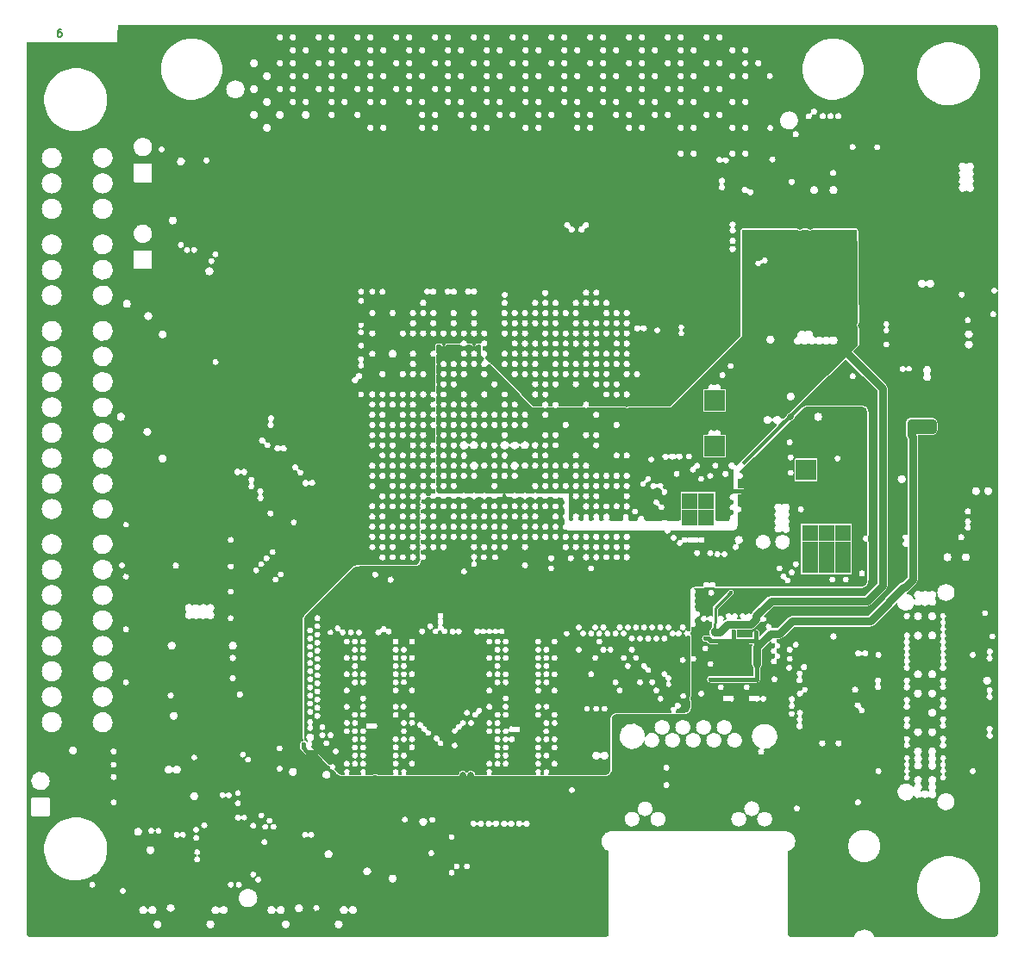
<source format=gbr>
*
%FSLAX26Y26*%
%MOIN*%
%ADD10C,0.006000*%
%ADD11C,0.047244*%
%ADD12C,0.070000*%
%ADD13C,0.065000*%
%ADD14R,0.065000X0.065000*%
%ADD15R,0.029528X0.029528*%
%ADD16R,0.030709X0.030709*%
%ADD17R,0.050689X0.050689*%
%ADD18R,0.039370X0.039370*%
%ADD19R,0.049213X0.049213*%
%ADD20R,0.059055X0.059055*%
%ADD21R,0.031496X0.031496*%
%ADD22C,0.055118*%
%ADD23C,0.078740*%
%ADD24C,0.025000*%
%ADD25C,0.016000*%
%ADD26C,0.018000*%
%ADD27C,0.010800*%
%ADD28C,0.015800*%
%ADD29C,0.030800*%
%ADD30C,0.020000*%
%ADD31R,0.063992X0.063992*%
%ADD32R,0.040370X0.040370*%
%ADD33C,0.004000*%
%ADD34C,0.016875*%
%ADD35C,0.023874*%
%ADD36C,0.002000*%
%ADD37C,0.005400*%
%ADD38C,0.027811*%
%IPPOS*%
%LNciaa_acc-l6.gnd.gbr*%
%LPD*%
G75*
G54D10*
X01324612Y-01207981D02*
X01318898D01*
X01316041Y-01209409D01*
X01314612Y-01210838D01*
X01311755Y-01215124D01*
X01310326Y-01220838D01*
Y-01232267D01*
X01311755Y-01235124D01*
X01313183Y-01236552D01*
X01316041Y-01237981D01*
X01321755D01*
X01324612Y-01236552D01*
X01326041Y-01235124D01*
X01327469Y-01232267D01*
Y-01225124D01*
X01326041Y-01222267D01*
X01324612Y-01220838D01*
X01321755Y-01219409D01*
X01316041D01*
X01313183Y-01220838D01*
X01311755Y-01222267D01*
X01310326Y-01225124D01*
G54D11*
X03968700Y-03910500D03*
X03391654Y-04584882D02*
Y-04561260D01*
X04185748Y-04584882D02*
Y-04561260D01*
G54D12*
X02657500Y-04437000D03*
X03228300D03*
X03252000Y-04631900D03*
X02633900D03*
G54D13*
X01244100Y-04018100D03*
G54D14*
X02047200Y-04670900D03*
G54D15*
X02280500Y-04046253D02*
Y-04040347D01*
X02310000Y-04046253D02*
Y-04040347D01*
G54D16*
X04741294Y-03147100D02*
X04753106D01*
X04698794D02*
X04710606D01*
X04656294D02*
X04668106D01*
X04741294Y-03116400D02*
X04753106D01*
X04741294Y-03085700D02*
X04753106D01*
X04741294Y-03055000D02*
X04753106D01*
X04741294Y-03024300D02*
X04753106D01*
X04741294Y-02993600D02*
X04753106D01*
X04741294Y-02962900D02*
X04753106D01*
X04698794D02*
X04710606D01*
X04698794Y-02993600D02*
X04710606D01*
X04698794Y-03024300D02*
X04710606D01*
X04698794Y-03055000D02*
X04710606D01*
X04698794Y-03085700D02*
X04710606D01*
X04698794Y-03116400D02*
X04710606D01*
X04656294D02*
X04668106D01*
X04656294Y-03085700D02*
X04668106D01*
X04656294Y-03055000D02*
X04668106D01*
X04656294Y-03024300D02*
X04668106D01*
X04656294Y-02993600D02*
X04668106D01*
X04656294Y-02962900D02*
X04668106D01*
G54D17*
X04749300Y-02438200D03*
X04698600D03*
X04647900D03*
X04597200D03*
X04749300Y-02387500D03*
X04698600D03*
X04647900D03*
X04597200D03*
X04749300Y-02336900D03*
X04698600D03*
X04647900D03*
X04597200D03*
X04749300Y-02286200D03*
X04698600D03*
X04647900D03*
X04597200D03*
G54D18*
X04319700Y-03843721D02*
Y-03833879D01*
Y-03794521D02*
Y-03784679D01*
Y-03892921D02*
Y-03883079D01*
X04280300Y-03892921D02*
Y-03883079D01*
Y-03843721D02*
Y-03833879D01*
Y-03794521D02*
Y-03784679D01*
Y-03745321D02*
Y-03735479D01*
Y-03696121D02*
Y-03686279D01*
Y-03646921D02*
Y-03637079D01*
X04319700Y-03646921D02*
Y-03637079D01*
Y-03696121D02*
Y-03686279D01*
Y-03745321D02*
Y-03735479D01*
G54D19*
X01931100Y-04340600D03*
Y-04439000D03*
X02029500Y-04340600D03*
X01980300Y-04439000D03*
X01931100Y-04389800D03*
X01980300D03*
X02029500D03*
X01980300Y-04340600D03*
X02029500Y-04439000D03*
G54D20*
X03895500Y-03674500D03*
Y-03615500D03*
X03954500D03*
Y-03674500D03*
G54D21*
X04306500Y-01686500D03*
X04275000D03*
X04243500D03*
Y-01655000D03*
X04275000D03*
X04306500D03*
Y-01623500D03*
X04275000D03*
X04243500D03*
G54D22*
X04242992Y-04649528D02*
Y-04602283D01*
Y-04464488D02*
Y-04417244D01*
X04617008Y-04649528D02*
Y-04602283D01*
Y-04464488D02*
Y-04417244D01*
G54D23*
X04390630Y-04606220D02*
X04469370D01*
G54D24*
X01759800Y-03551200D03*
G54D25*
X02539400Y-04102400D03*
X04468500Y-03283500D03*
X03988200Y-03543300D03*
X01921300Y-02047200D03*
G54D24*
X04700800Y-01645700D03*
Y-01673200D03*
X04429100Y-01893700D03*
Y-01940900D03*
G54D25*
X04413400Y-02606300D03*
G54D24*
X04421300Y-02263800D03*
X04472400Y-02224400D03*
X04909400Y-02850400D03*
Y-02878000D03*
X04862200D03*
Y-02850400D03*
X04417300Y-02354300D03*
G54D25*
X04425200Y-02456700D03*
X04503900Y-02551200D03*
Y-02488200D03*
G54D24*
X04252000Y-02629900D03*
G54D25*
X04913400Y-02078700D03*
X04929100Y-02645700D03*
Y-02279500D03*
Y-02252000D03*
Y-02189000D03*
Y-02563000D03*
Y-02492100D03*
G54D24*
X04933100Y-02460600D03*
Y-02342500D03*
G54D25*
X04225000Y-04135000D03*
G54D24*
X01417300Y-01870100D03*
Y-02204700D03*
G54D25*
X01716500Y-01622000D03*
X04935000Y-03685000D03*
X04735000Y-03705000D03*
X04850000D03*
X04735000Y-03780000D03*
X04850000D03*
Y-03855000D03*
X04735000D03*
X04850000Y-03930000D03*
X04735000D03*
X04850000Y-04005000D03*
X04735000D03*
X04595000D03*
X04485000D03*
X04595000Y-03930000D03*
X04485000D03*
G54D24*
X04615000Y-03855000D03*
G54D26*
X04595000Y-03780000D03*
X04485000D03*
X04595000Y-03705000D03*
X04485000D03*
G54D25*
X04925200Y-03535400D03*
G54D24*
X01771700Y-03728300D03*
X01988200Y-03685000D03*
G54D25*
X02866100Y-04334600D03*
G54D24*
X02685000Y-04275600D03*
G54D25*
X02783500Y-04267700D03*
X02815000Y-04448800D03*
X01444900Y-04665400D03*
X01539400D03*
G54D24*
X01370100Y-04200800D03*
Y-04102400D03*
Y-04051200D03*
X02019700Y-03854300D03*
G54D25*
X02248000Y-04452800D03*
X01527600Y-04354300D03*
G54D24*
X01696900Y-04358300D03*
X01535400Y-04484300D03*
X01696900Y-04476400D03*
G54D25*
X01586600Y-04291300D03*
X01958100Y-04020700D03*
G54D24*
X01740200Y-03940900D03*
X01771700D03*
X02216500Y-04389800D03*
X01850400Y-04610200D03*
X01980300Y-03129900D03*
G54D25*
X01712600Y-03354300D03*
X01807100Y-03385800D03*
X01917300Y-03208700D03*
X01653500Y-03228300D03*
X01811000Y-03208700D03*
X01767700Y-02661400D03*
Y-03126000D03*
X01917300Y-02173200D03*
X01921300Y-02464600D03*
G54D24*
X01708700Y-02173200D03*
X01834600Y-01720500D03*
G54D25*
X04307100Y-04019700D03*
X04083085Y-03992581D03*
X04090600Y-04224400D03*
X03901600Y-04133900D03*
X04185000Y-03940900D03*
G54D24*
X04850400Y-01590600D03*
X04527600D03*
X04850400Y-02047200D03*
X04527600D03*
X04704700Y-01909400D03*
X04476400Y-04200800D03*
X04181100Y-01972400D03*
X04220500D03*
X04145700Y-02708700D03*
X02909400Y-04094500D03*
X02878000D03*
G54D25*
X02169300Y-03748000D03*
Y-03543300D03*
Y-03874000D03*
G54D24*
X02200800Y-04492100D03*
X02149600D03*
G54D25*
X02539400Y-04527600D03*
G54D24*
X02444900Y-04468500D03*
X02346500Y-04610200D03*
X04165400Y-03559100D03*
X04271700Y-03456700D03*
X04307100D03*
X04413400Y-03559100D03*
X04452800Y-03456700D03*
G54D25*
X02063000Y-03043300D03*
G54D26*
X02566900Y-02464600D03*
X02606300Y-02425200D03*
X02803100D03*
X03110200Y-04346500D03*
X03051200D03*
X02992100D03*
X02933100D03*
G54D25*
X04105000Y-03680000D03*
X04040000Y-03850000D03*
X03765000Y-03800000D03*
X03875000Y-03390000D03*
G54D26*
X02606300Y-03094500D03*
X02527600Y-03252000D03*
X02645700Y-03212600D03*
X02370000Y-01640000D03*
X02645700Y-02346500D03*
X02724400D03*
X02803100D03*
X02566900D03*
X02527600Y-02267700D03*
X02606300D03*
X02685000D03*
X02763800D03*
X02842500D03*
X03511800Y-02661400D03*
X02881900Y-02346500D03*
X02960600D03*
X02921300Y-02267700D03*
X03000000D03*
Y-02307100D03*
Y-02346500D03*
Y-02385800D03*
Y-02425200D03*
X02921300D03*
X02763800D03*
X02685000D03*
X02527600D03*
X02763800Y-02543300D03*
X02645700Y-02503900D03*
X02724400D03*
X02763800D03*
X03236200Y-02622000D03*
X03118100D03*
X03078700Y-02582700D03*
X03354300D03*
X03000000Y-02503900D03*
Y-02464600D03*
X03196900Y-02503900D03*
X03472400Y-02543300D03*
X03433100Y-02425200D03*
X03315000Y-02464600D03*
X03039400Y-02425200D03*
X03157500Y-02385800D03*
X03275600Y-02346500D03*
X03393700Y-02307100D03*
X03511800Y-02267700D03*
X03118100D03*
X02763800Y-02582700D03*
X02724400D03*
X02685000D03*
X02645700D03*
X02606300D03*
X02566900D03*
X02527600D03*
X02685000Y-02937000D03*
X02566900Y-02976400D03*
X02763800Y-02779500D03*
X02527600Y-02858300D03*
X02645700Y-02818900D03*
X02724400Y-02661400D03*
X02606300Y-02700800D03*
X03870000Y-01590000D03*
X03420000Y-01690000D03*
X03470000D03*
X02420000D03*
X03670000Y-01290000D03*
X02120000Y-01240000D03*
X02270000D03*
X02420000D03*
X02570000D03*
X02720000D03*
X02870000D03*
X03020000D03*
X03170000D03*
X03320000D03*
X03470000D03*
X03620000D03*
X03770000D03*
X02070000Y-01690000D03*
X02220000D03*
X02270000D03*
X02470000D03*
X02620000D03*
X02670000D03*
X02820000D03*
X02870000D03*
X03020000D03*
X03070000D03*
X03270000D03*
X03620000D03*
X03670000D03*
X03820000D03*
X03870000D03*
X04020000D03*
X03970000Y-01640000D03*
X03920000D03*
X03770000D03*
X03720000D03*
X03570000D03*
X03520000D03*
X03370000D03*
X03320000D03*
X03170000D03*
X03120000D03*
X02970000D03*
X02920000D03*
X02770000D03*
X02720000D03*
X02570000D03*
X02520000D03*
X02320000D03*
X02170000D03*
X02120000D03*
X02070000Y-01590000D03*
X02170000D03*
X02270000D03*
X02370000D03*
X02420000D03*
X02470000D03*
X02620000D03*
X02670000D03*
X02820000D03*
X02870000D03*
X03020000D03*
X03070000D03*
X03220000D03*
X03270000D03*
X03420000D03*
X03470000D03*
X03620000D03*
X03670000D03*
X03820000D03*
X04020000D03*
X03970000Y-01540000D03*
X03920000D03*
X03770000D03*
X03720000D03*
X03570000D03*
X03420000D03*
X03270000D03*
X03120000D03*
X02970000D03*
X02820000D03*
X02670000D03*
X02320000D03*
X02220000D03*
X02120000D03*
X02070000Y-01490000D03*
X02170000D03*
X02320000D03*
X02470000D03*
X02620000D03*
X02770000D03*
X02920000D03*
X03070000D03*
X03220000D03*
X03370000D03*
X03520000D03*
X03670000D03*
X03820000D03*
X03870000D03*
X04020000D03*
X03970000Y-01440000D03*
X03920000D03*
X03770000D03*
X03320000D03*
X03170000D03*
X03020000D03*
X02870000D03*
X02720000D03*
X02570000D03*
X02420000D03*
X02270000D03*
X02120000D03*
X02070000Y-01390000D03*
X02170000D03*
X02320000D03*
X02470000D03*
X02620000D03*
X02770000D03*
X02920000D03*
X03070000D03*
X03220000D03*
X03370000D03*
X03520000D03*
X03670000D03*
X03470000Y-01440000D03*
X03620000D03*
X03820000Y-01390000D03*
X03870000D03*
X04020000D03*
X03920000Y-01340000D03*
X03770000D03*
X03620000D03*
X03470000D03*
X03320000D03*
X03170000D03*
X03020000D03*
X02870000D03*
X02720000D03*
X02570000D03*
X02420000D03*
X02270000D03*
X02120000D03*
X02070000Y-01290000D03*
X02170000D03*
X02320000D03*
X02470000D03*
X02620000D03*
X02770000D03*
X02920000D03*
X03070000D03*
X03220000D03*
X03370000D03*
X03520000D03*
X03820000D03*
X03870000D03*
X04020000D03*
X03970000Y-01240000D03*
X03920000D03*
G54D24*
X04413400Y-02692900D03*
X04385800D03*
X04413400Y-02775600D03*
Y-02748000D03*
Y-02720500D03*
X04385800Y-02775600D03*
Y-02748000D03*
Y-02720500D03*
X02909400Y-04047200D03*
X02878000D03*
X03393700Y-03972400D03*
X03425200D03*
G54D25*
X02259800Y-03976400D03*
G54D26*
X02921300Y-03055100D03*
X03039400Y-03015700D03*
G54D25*
X02803100Y-03094500D03*
G54D26*
X02960600Y-03173200D03*
X03196900Y-03094500D03*
X03078700Y-03133900D03*
X02842500Y-03212600D03*
X03118100Y-03255900D03*
X03236200Y-03212600D03*
G54D25*
X03011800Y-03767700D03*
X03232300Y-03610200D03*
Y-03673200D03*
X03200800Y-03767700D03*
X02980300Y-03610200D03*
Y-03673200D03*
X03200800Y-03862200D03*
X03232300Y-03925200D03*
X03200800Y-03988200D03*
X03232300Y-04019700D03*
X03200800Y-04051200D03*
X03232300Y-04082700D03*
X03011800D03*
X02980300Y-04019700D03*
Y-03988200D03*
Y-03956700D03*
X03043300Y-03893700D03*
X02980300Y-03862200D03*
X02460600Y-03767700D03*
X02681100Y-03610200D03*
Y-03673200D03*
X02649600Y-03767700D03*
Y-03988200D03*
X02681100Y-03925200D03*
X02649600Y-03862200D03*
Y-04051200D03*
X02681100Y-04019700D03*
Y-04082700D03*
X02429100Y-03610200D03*
Y-03673200D03*
X02492100Y-03893700D03*
X02460600Y-04082700D03*
X02429100Y-04019700D03*
Y-03862200D03*
Y-03988200D03*
Y-03956700D03*
X03815000Y-03566900D03*
X03834600Y-03724400D03*
X04011800Y-03543300D03*
X03925200Y-03539400D03*
G54D24*
X04610200Y-02732300D03*
X04637800D03*
X04665400D03*
X04610200Y-02759800D03*
X04637800D03*
X04665400D03*
X04692900Y-02732300D03*
Y-02759800D03*
X04015000Y-03665000D03*
G54D25*
Y-03725000D03*
X03976400Y-02838600D03*
G54D24*
X04354300Y-02011800D03*
X04381900D03*
Y-02039400D03*
Y-02066900D03*
Y-02094500D03*
Y-02122000D03*
X04354300D03*
G54D26*
X02960600Y-02937000D03*
X03118100D03*
X02960600Y-02582700D03*
X03000000Y-02543300D03*
X02803100Y-02464600D03*
G54D25*
X03913400Y-03389800D03*
X03956700Y-02996100D03*
X03909400Y-03078700D03*
Y-02992100D03*
Y-03039400D03*
X03700800Y-02972400D03*
X03665400Y-03047200D03*
Y-03094500D03*
G54D24*
X03850000Y-03543200D03*
G54D26*
X03433100Y-03015700D03*
X03315000Y-03055100D03*
X02881900Y-02976400D03*
X03039400D03*
X03275600Y-02937000D03*
X03157500D03*
X03393700Y-02897600D03*
X02842500Y-02622000D03*
X02881900Y-02582700D03*
X02921300Y-02622000D03*
X03000000D03*
X03078700D03*
Y-02779500D03*
G54D27*
X03039370Y-03015748D02*
X03059055Y-03035433D01*
G54D28*
X02362205Y-04023622D02*
X02413883D01*
X02417820Y-04019685D01*
X02429134D01*
X02342520Y-04003937D02*
X02362205Y-04023622D01*
X02276088Y-04003937D02*
X02342520D01*
X02259843Y-03976378D02*
Y-03987692D01*
X02276088Y-04003937D01*
X03833790Y-03574445D02*
X03826274Y-03566929D01*
X03814961D01*
X03925197Y-03574445D02*
X03833790D01*
X03925197D02*
X04007516D01*
X03925197Y-03539370D02*
Y-03574445D01*
X04007516D02*
X04011811Y-03578740D01*
Y-03596851D01*
X04015000Y-03600040D01*
X04011811Y-03543307D02*
Y-03661811D01*
X04015000Y-03665000D01*
Y-03725000D02*
Y-03665000D01*
X03834646Y-03724409D02*
X04014409D01*
X04015000Y-03725000D01*
G54D29*
X04692913Y-02732283D02*
Y-02759843D01*
X04610236Y-02732283D02*
X04692913D01*
X04610236Y-02759843D02*
Y-02732283D01*
Y-02759843D02*
X04692913D01*
X04015000Y-03665000D02*
Y-03600040D01*
X04068040Y-03547000D01*
X04455005Y-03500000D02*
X04525352Y-03429653D01*
X04068040Y-03547000D02*
X04102606D01*
X04617000Y-03338005D02*
Y-02784284D01*
X04102606Y-03547000D02*
X04149606Y-03500000D01*
X04455005D01*
X04617000Y-02784284D02*
X04610236Y-02777520D01*
Y-02759843D01*
G54D28*
X03956693Y-02996063D02*
X03913386D01*
X03909449Y-02992126D01*
G54D29*
X03850000Y-03543224D02*
X03870162D01*
X03901575Y-03511811D01*
X04500000Y-02598425D02*
X04354331Y-02452756D01*
X03901575Y-03511811D02*
X03992126D01*
X04012370Y-03491567D01*
Y-03479166D01*
X04070276Y-03421260D01*
X04440945D01*
X04500000Y-03362205D01*
Y-02598425D01*
X04354331Y-02452756D02*
Y-02122047D01*
G54D27*
X03854331Y-03503937D02*
X03850000Y-03508268D01*
Y-03543224D01*
X03854331Y-03448819D02*
Y-03503937D01*
X03913386Y-03389764D02*
X03854331Y-03448819D01*
G36*
X01187658Y-01261716D02*
G02X01189466Y-01259516I00002396J-00000126D01*
G01X01542907Y-01259416D01*
X01542908Y-01240002D01*
X02157366D01*
G03X02182614Y-01240002I00012624J00000000D01*
G01X02207366D01*
G03X02232614Y-01240002I00012624J00000000D01*
G01X02307366D01*
G03X02332614Y-01240002I00012624J00000000D01*
G01X02357366D01*
G03X02382614Y-01240002I00012624J00000000D01*
G01X02457366D01*
G03X02482614Y-01240002I00012624J00000000D01*
G01X02507366D01*
G03X02532614Y-01240002I00012624J00000000D01*
G01X02607366D01*
G03X02632614Y-01240002I00012624J00000000D01*
G01X02657366D01*
G03X02682614Y-01240002I00012624J00000000D01*
G01X02757366D01*
G03X02782614Y-01240002I00012624J00000000D01*
G01X02807366D01*
G03X02832614Y-01240002I00012624J00000000D01*
G01X02907366D01*
G03X02932614Y-01240002I00012624J00000000D01*
G01X02957366D01*
G03X02982614Y-01240002I00012624J00000000D01*
G01X03057366D01*
G03X03082614Y-01240002I00012624J00000000D01*
G01X03107366D01*
G03X03132614Y-01240002I00012624J00000000D01*
G01X03207366D01*
G03X03232614Y-01240002I00012624J00000000D01*
G01X03257366D01*
G03X03282614Y-01240002I00012624J00000000D01*
G01X03357366D01*
G03X03382614Y-01240002I00012624J00000000D01*
G01X03407366D01*
G03X03432614Y-01240002I00012624J00000000D01*
G01X03507366D01*
G03X03532614Y-01240002I00012624J00000000D01*
G01X03557366D01*
G03X03582614Y-01240002I00012624J00000000D01*
G01X03657366D01*
G03X03682614Y-01240002I00012624J00000000D01*
G01X03707366D01*
G03X03732614Y-01240002I00012624J00000000D01*
G01X03807366D01*
G03X03832614Y-01240002I00012624J00000000D01*
G01X03857366D01*
G03X03882614Y-01240002I00012624J00000000D01*
G01X04949742D01*
X04949740Y-01369116D01*
X04878004D01*
X04873363Y-01345716D01*
X04864295Y-01323716D01*
X04851081Y-01303816D01*
X04834302Y-01286916D01*
X04814453Y-01273516D01*
X04792567Y-01264316D01*
X04769292Y-01259516D01*
X04745238Y-01259307D01*
X04721677Y-01263816D01*
X04699649Y-01272716D01*
X04679639Y-01285816D01*
X04662595Y-01302516D01*
X04649114Y-01322216D01*
X04639728Y-01344116D01*
X04638200Y-01351316D01*
X04427054D01*
X04422555Y-01328616D01*
X04413775Y-01307316D01*
X04401022Y-01288116D01*
X04384753Y-01271716D01*
X04365647Y-01258816D01*
X04344285Y-01249816D01*
X04321887Y-01245216D01*
X04298579Y-01245007D01*
X04275961Y-01249316D01*
X04254406Y-01258016D01*
X04235151Y-01270616D01*
X04218607Y-01286816D01*
X04216426Y-01290002D01*
X03982614D01*
G03X03957366Y-01290002I-00012624J00000000D01*
G01X03932614D01*
G03X03907366Y-01290002I-00012624J00000000D01*
G01X03782614D01*
G03X03757366Y-01290002I-00012624J00000000D01*
G01X03732614D01*
G03X03707366Y-01290002I-00012624J00000000D01*
G01X03632614D01*
G03X03607366Y-01290002I-00012624J00000000D01*
G01X03582614D01*
G03X03557366Y-01290002I-00012624J00000000D01*
G01X03482614D01*
G03X03457366Y-01290002I-00012624J00000000D01*
G01X03432614D01*
G03X03407366Y-01290002I-00012624J00000000D01*
G01X03332614D01*
G03X03307366Y-01290002I-00012624J00000000D01*
G01X03282614D01*
G03X03257366Y-01290002I-00012624J00000000D01*
G01X03182614D01*
G03X03157366Y-01290002I-00012624J00000000D01*
G01X03132614D01*
G03X03107366Y-01290002I-00012624J00000000D01*
G01X03032614D01*
G03X03007366Y-01290002I-00012624J00000000D01*
G01X02982614D01*
G03X02957366Y-01290002I-00012624J00000000D01*
G01X02882614D01*
G03X02857366Y-01290002I-00012624J00000000D01*
G01X02832614D01*
G03X02807366Y-01290002I-00012624J00000000D01*
G01X02732614D01*
G03X02707366Y-01290002I-00012624J00000000D01*
G01X02682614D01*
G03X02657366Y-01290002I-00012624J00000000D01*
G01X02582614D01*
G03X02557366Y-01290002I-00012624J00000000D01*
G01X02532614D01*
G03X02507366Y-01290002I-00012624J00000000D01*
G01X02432614D01*
G03X02407366Y-01290002I-00012624J00000000D01*
G01X02382614D01*
G03X02357366Y-01290002I-00012624J00000000D01*
G01X02282614D01*
G03X02257366Y-01290002I-00012624J00000000D01*
G01X02232614D01*
G03X02207366Y-01290002I-00012624J00000000D01*
G01X01921905D01*
X01920652Y-01288116D01*
X01904383Y-01271716D01*
X01885276Y-01258816D01*
X01863915Y-01249816D01*
X01841517Y-01245216D01*
X01818209Y-01245007D01*
X01795591Y-01249316D01*
X01774036Y-01258016D01*
X01754781Y-01270616D01*
X01738237Y-01286816D01*
X01725228Y-01305816D01*
X01716098Y-01327116D01*
X01711303Y-01349716D01*
X01710982Y-01372716D01*
X01437353D01*
X01417371Y-01364316D01*
X01394095Y-01359516D01*
X01370041Y-01359307D01*
X01346480Y-01363816D01*
X01324453Y-01372716D01*
X01304443Y-01385816D01*
X01287398Y-01402516D01*
X01273917Y-01422216D01*
X01264531Y-01444116D01*
X01259565Y-01467516D01*
X01259232Y-01491316D01*
X01187661D01*
X01187658Y-01261716D01*
G37*
G36*
X01187661Y-01491316D02*
X01259232D01*
X01263542Y-01514816D01*
X01272334Y-01537016D01*
X01285224Y-01557016D01*
X01301816Y-01574216D01*
X01321374Y-01587816D01*
X01343310Y-01597416D01*
X01366506Y-01602516D01*
X01390430Y-01603040D01*
X01413880Y-01598916D01*
X01436322Y-01590216D01*
X01436648Y-01590009D01*
X02103859D01*
G03X02136117Y-01590009I00016129J00000000D01*
G01X02507366D01*
G03X02532614Y-01590002I00012624J00000007D01*
G01X02557366D01*
G03X02582614Y-01590002I00012624J00000000D01*
G01X02707366D01*
G03X02732614Y-01590002I00012624J00000000D01*
G01X02757366D01*
G03X02782614Y-01590002I00012624J00000000D01*
G01X02907366D01*
G03X02932614Y-01590002I00012624J00000000D01*
G01X02957366D01*
G03X02982614Y-01590002I00012624J00000000D01*
G01X03107366D01*
G03X03132614Y-01590002I00012624J00000000D01*
G01X03157366D01*
G03X03182614Y-01590002I00012624J00000000D01*
G01X03307366D01*
G03X03332614Y-01590002I00012624J00000000D01*
G01X03357366D01*
G03X03382614Y-01590002I00012624J00000000D01*
G01X03507366D01*
G03X03532614Y-01590002I00012624J00000000D01*
G01X03557366D01*
G03X03582614Y-01590002I00012624J00000000D01*
G01X03707366D01*
G03X03732614Y-01590002I00012624J00000000D01*
G01X03757366D01*
G03X03782614Y-01590002I00012624J00000000D01*
G01X03907366D01*
G03X03932614Y-01590002I00012624J00000000D01*
G01X03957366D01*
G03X03982602Y-01590566I00012624J00000000D01*
G01X04054897D01*
G03X04078903Y-01590566I00012003J00000000D01*
G01X04118390D01*
G03X04174853Y-01561616I00020810J00028950D01*
G01X04949738D01*
X04949737Y-01615002D01*
X04177614D01*
G03X04152366Y-01615002I-00012624J00000000D01*
G01X01187663D01*
X01187661Y-01491316D01*
G37*
G36*
X01187663Y-01615002D02*
X04152366D01*
G03X04177614Y-01615002I00012624J00000000D01*
G01X04949737D01*
X04949737Y-01665366D01*
X04492303D01*
G03X04468302Y-01665002I-00012003J00000000D01*
G01X04397614D01*
G03X04372366Y-01665002I-00012624J00000000D01*
G01X01721399D01*
G03X01703784Y-01665020I-00008799J-00008164D01*
G01X01676211D01*
G03X01603789Y-01665020I-00036211J00000000D01*
G01X01187663D01*
X01187663Y-01615002D01*
G37*
G36*
X01187663Y-01665020D02*
X01603789D01*
G03X01666214Y-01690002I00036211J00000000D01*
G01X03707366D01*
G03X03732614Y-01690002I00012624J00000000D01*
G01X03757366D01*
G03X03782614Y-01690002I00012624J00000000D01*
G01X03907366D01*
G03X03932614Y-01690002I00012624J00000000D01*
G01X03957366D01*
G03X03982614Y-01690002I00012624J00000000D01*
G01X04949737D01*
X04949736Y-01712566D01*
X04086803D01*
G03X04062797Y-01712566I-00012003J00000000D01*
G01X03907435D01*
G03X03885009Y-01707316I-00012398J-00002435D01*
G02X03880557Y-01708116I-00002429J00000728D01*
G03X03857350Y-01715004I-00010581J-00006888D01*
G01X01897714D01*
G03X01873797Y-01716466I-00011914J-00001462D01*
G01X01802993D01*
G03X01779165Y-01706616I-00015603J-00004000D01*
G01X01524034D01*
G03X01445913Y-01706616I-00039061J00000000D01*
G01X01327184D01*
G03X01249063Y-01706616I-00039061J00000000D01*
G01X01187664D01*
X01187663Y-01665020D01*
G37*
G36*
X01187664Y-01706616D02*
X01249063D01*
G03X01327184Y-01706616I00039061J00000000D01*
G01X01445913D01*
G03X01514160Y-01732575I00039061J00000000D01*
G01X01603870D01*
G03X01603871Y-01732616I00003704J00000000D01*
G01X01603871Y-01797416D01*
G03X01607257Y-01801116I00003704J-00000009D01*
G01X01672737D01*
G03X01676130Y-01797425I-00000311J00003691D01*
G01X03867604D01*
G03X03872345Y-01805016I00012396J00002466D01*
G01X01524034D01*
G03X01445913Y-01805016I-00039061J00000000D01*
G01X01327184D01*
G03X01249063Y-01805016I-00039061J00000000D01*
G01X01187665D01*
X01187664Y-01706616D01*
G37*
G36*
X01187665Y-01805016D02*
X01249063D01*
G03X01327184Y-01805016I00039061J00000000D01*
G01X01445913D01*
G03X01524034Y-01805016I00039061J00000000D01*
G01X03872345D01*
G02X03873152Y-01809416I-00000657J-00002394D01*
G03X03886722Y-01830721I00006843J-00010616D01*
G01X03955821D01*
G03X03973287Y-01842416I00012648J00000000D01*
G02X03977084Y-01843216I00001589J-00001870D01*
G03X04001597Y-01838878I00011873J00004338D01*
G01X04222293D01*
G03X04252339Y-01830720I00013916J00008158D01*
G01X04294881D01*
G03X04327143Y-01830720I00016131J00000000D01*
G01X04796919D01*
G03X04822403Y-01834316I00014105J00007859D01*
G02X04826513Y-01833516I00002322J-00000972D01*
G03X04850084Y-01811516I00012074J00010691D01*
G02X04849189Y-01807416I00000903J00002345D01*
G03X04849940Y-01783816I-00010610J00012149D01*
G02X04849228Y-01779816I00001033J00002247D01*
G03X04849999Y-01756316I-00010645J00012112D01*
G02X04849268Y-01752216I00000977J00002289D01*
G03X04854727Y-01740121I-00010671J00012095D01*
G01X04949736D01*
X04949734Y-01903451D01*
X01524052D01*
G03X01445895Y-01903451I-00039078J00000000D01*
G01X01327201D01*
G03X01249045Y-01903451I-00039078J00000000D01*
G01X01187666D01*
X01187665Y-01805016D01*
G37*
G36*
X01187666Y-01903451D02*
X01249045D01*
G03X01327201Y-01903451I00039078J00000000D01*
G01X01445895D01*
G03X01524052Y-01903451I00039078J00000000D01*
G01X04949734D01*
X04949733Y-01948832D01*
X01772019D01*
G03X01739769Y-01948832I-00016125J00000000D01*
G01X01187667D01*
X01187666Y-01903451D01*
G37*
G36*
X01187667Y-01948832D02*
X01739769D01*
G03X01772019Y-01948832I00016125J00000000D01*
G01X04949733D01*
X04949733Y-01964578D01*
X03933960D01*
G03X03908790Y-01966408I-00012651J00000000D01*
G01X03366258D01*
G03X03341044Y-01967616I-00012636J00000000D01*
G02X03338298Y-01971116I-00002222J-00001084D01*
G03X03323762Y-01983603I-00001905J-00012487D01*
G01X03311231D01*
G03X03296757Y-01971116I-00012637J-00000016D01*
G02X03293869Y-01968516I-00000499J00002349D01*
G03X03268767Y-01966370I-00012459J00002146D01*
G01X01653374D01*
G03X01603789Y-02000020I-00013374J-00033651D01*
G01X01187668D01*
X01187667Y-01948832D01*
G37*
G36*
X01187668Y-02000020D02*
X01603789D01*
G03X01663505Y-02027566I00036211J00000000D01*
G01X03908644D01*
G03X03933856Y-02027566I00012606J00000000D01*
G01X03951338D01*
X03951337Y-02043266D01*
X01799403D01*
G03X01775511Y-02041616I-00012003J00000000D01*
G01X01524034D01*
G03X01445913Y-02041616I-00039061J00000000D01*
G01X01327184D01*
G03X01249063Y-02041616I-00039061J00000000D01*
G01X01187668D01*
X01187668Y-02000020D01*
G37*
G36*
X01187668Y-02041616D02*
X01249063D01*
G03X01327184Y-02041616I00039061J00000000D01*
G01X01445913D01*
G03X01514160Y-02067575I00039061J00000000D01*
G01X01603870D01*
G03X01603871Y-02067616I00003704J00000000D01*
G01X01603871Y-02132416D01*
G03X01607257Y-02136116I00003704J-00000009D01*
G01X01672737D01*
G03X01676130Y-02132425I-00000311J00003691D01*
G01X01888454D01*
G03X01882542Y-02140016I00009172J-00013241D01*
G01X01524034D01*
G03X01445913Y-02140016I-00039061J00000000D01*
G01X01327184D01*
G03X01249063Y-02140016I-00039061J00000000D01*
G01X01187669D01*
X01187668Y-02041616D01*
G37*
G36*
X01187669Y-02140016D02*
X01249063D01*
G03X01327184Y-02140016I00039061J00000000D01*
G01X01445913D01*
G03X01523623Y-02145666I00039061J00000000D01*
G01X01881518D01*
G03X01913734Y-02145666I00016108J00000000D01*
G01X03951324D01*
X03951314Y-02228366D01*
X03406297D01*
G03X03381085Y-02228366I-00012606J00000000D01*
G01X03366927D01*
G03X03341715Y-02228366I-00012606J00000000D01*
G01X03208882D01*
G03X03183670Y-02228366I-00012606J00000000D01*
G01X03049184D01*
G03X03034991Y-02224442I-00009824J-00007900D01*
G01X02933904D01*
G03X02911314Y-02216616I-00012651J00000000D01*
G02X02907602Y-02216616I-00001856J00001566D01*
G03X02884986Y-02224391I-00009971J-00007775D01*
G01X02855164D01*
G03X02832574Y-02216616I-00012650J-00000050D01*
G02X02828861Y-02216616I-00001856J00001566D01*
G03X02806245Y-02224391I-00009971J-00007775D01*
G01X02776424D01*
G03X02753834Y-02216616I-00012650J-00000050D01*
G02X02750121Y-02216616I-00001856J00001566D01*
G03X02727505Y-02224366I-00009971J-00007775D01*
G01X02578903D01*
G03X02554897Y-02224366I-00012003J00000000D01*
G01X02539603D01*
G03X02515597Y-02224366I-00012003J00000000D01*
G01X02496303D01*
G03X02472297Y-02224366I-00012003J00000000D01*
G01X01521425D01*
G03X01445895Y-02238451I-00036451J-00014085D01*
G01X01327201D01*
G03X01249045Y-02238451I-00039078J00000000D01*
G01X01187670D01*
X01187669Y-02140016D01*
G37*
G36*
X01187670Y-02238451D02*
X01249045D01*
G03X01327201Y-02238451I00039078J00000000D01*
G01X01445895D01*
G03X01505562Y-02271666I00039078J00000000D01*
G01X01562621D01*
G03X01594836Y-02271666I00016108J00000000D01*
G01X02482731D01*
G03X02493280Y-02267730I00001569J00011900D01*
G01X02711776D01*
G03X02737024Y-02267730I00012624J00000000D01*
G01X03026737D01*
G03X03051984Y-02267730I00012624J00000000D01*
G01X03144847D01*
G03X03170095Y-02267730I00012624J00000000D01*
G01X03184217D01*
G03X03209465Y-02267730I00012624J00000000D01*
G01X03223587D01*
G03X03248835Y-02267730I00012624J00000000D01*
G01X03302327D01*
G03X03327575Y-02267730I00012624J00000000D01*
G01X03341697D01*
G03X03366945Y-02267730I00012624J00000000D01*
G01X03381067D01*
G03X03406315Y-02267730I00012624J00000000D01*
G01X03420437D01*
G03X03445685Y-02267730I00012624J00000000D01*
G01X03951309D01*
X03951304Y-02307066D01*
X03524407D01*
G03X03499195Y-02307066I-00012606J00000000D01*
G01X03485037D01*
G03X03459825Y-02307066I-00012606J00000000D01*
G01X03445667D01*
G03X03420455Y-02307066I-00012606J00000000D01*
G01X03327557D01*
G03X03302345Y-02307066I-00012606J00000000D01*
G01X03288187D01*
G03X03262975Y-02307066I-00012606J00000000D01*
G01X03248817D01*
G03X03223605Y-02307066I-00012606J00000000D01*
G01X03209447D01*
G03X03184235Y-02307066I-00012606J00000000D01*
G01X03170077D01*
G03X03144865Y-02307066I-00012606J00000000D01*
G01X03130707D01*
G03X03105495Y-02307066I-00012606J00000000D01*
G01X03091337D01*
G03X03066125Y-02307066I-00012606J00000000D01*
G01X03051966D01*
G03X03026754Y-02307066I-00012606J00000000D01*
G01X02933856D01*
G03X02908644Y-02307066I-00012606J00000000D01*
G01X02855116D01*
G03X02829904Y-02307066I-00012606J00000000D01*
G01X02776376D01*
G03X02751164Y-02307066I-00012606J00000000D01*
G01X02737006D01*
G03X02711794Y-02307066I-00012606J00000000D01*
G01X02697636D01*
G03X02672424Y-02307066I-00012606J00000000D01*
G01X02618896D01*
G03X02593684Y-02307066I-00012606J00000000D01*
G01X02540155D01*
G03X02514943Y-02307066I-00012606J00000000D01*
G01X01672356D01*
G03X01645278Y-02318906I-00010951J-00011840D01*
G01X01187671D01*
X01187670Y-02238451D01*
G37*
G36*
X01187671Y-02318906D02*
X01645278D01*
G03X01677533Y-02318906I00016128J00000000D01*
G01X02523223D01*
G03X02540155Y-02307066I00004327J00011840D01*
G01X02593684D01*
G03X02618896Y-02307066I00012606J00000000D01*
G01X02672424D01*
G03X02697636Y-02307066I00012606J00000000D01*
G01X02711794D01*
G03X02737006Y-02307066I00012606J00000000D01*
G01X02751164D01*
G03X02776376Y-02307066I00012606J00000000D01*
G01X02829904D01*
G03X02855116Y-02307066I00012606J00000000D01*
G01X02908644D01*
G03X02933856Y-02307066I00012606J00000000D01*
G01X03026754D01*
G03X03051966Y-02307066I00012606J00000000D01*
G01X03066125D01*
G03X03091337Y-02307066I00012606J00000000D01*
G01X03105495D01*
G03X03130707Y-02307066I00012606J00000000D01*
G01X03144865D01*
G03X03170077Y-02307066I00012606J00000000D01*
G01X03184235D01*
G03X03209447Y-02307066I00012606J00000000D01*
G01X03223605D01*
G03X03248817Y-02307066I00012606J00000000D01*
G01X03262975D01*
G03X03288187Y-02307066I00012606J00000000D01*
G01X03302345D01*
G03X03327557Y-02307066I00012606J00000000D01*
G01X03420455D01*
G03X03445667Y-02307066I00012606J00000000D01*
G01X03459825D01*
G03X03485037Y-02307066I00012606J00000000D01*
G01X03499195D01*
G03X03524407Y-02307066I00012606J00000000D01*
G01X03951304D01*
X03951299Y-02346466D01*
X03524407D01*
G03X03499195Y-02346466I-00012606J00000000D01*
G01X03485037D01*
G03X03459825Y-02346466I-00012606J00000000D01*
G01X03445667D01*
G03X03420455Y-02346466I-00012606J00000000D01*
G01X03406297D01*
G03X03381085Y-02346466I-00012606J00000000D01*
G01X03366927D01*
G03X03341715Y-02346466I-00012606J00000000D01*
G01X03327557D01*
G03X03302345Y-02346466I-00012606J00000000D01*
G01X03248817D01*
G03X03223605Y-02346466I-00012606J00000000D01*
G01X03209447D01*
G03X03184235Y-02346466I-00012606J00000000D01*
G01X03170077D01*
G03X03144865Y-02346466I-00012606J00000000D01*
G01X03130707D01*
G03X03105495Y-02346466I-00012606J00000000D01*
G01X03091337D01*
G03X03066125Y-02346466I-00012606J00000000D01*
G01X03051966D01*
G03X03026754Y-02346466I-00012606J00000000D01*
G01X02933856D01*
G03X02908644Y-02346466I-00012606J00000000D01*
G01X02855116D01*
G03X02829904Y-02346466I-00012606J00000000D01*
G01X02776376D01*
G03X02751164Y-02346466I-00012606J00000000D01*
G01X02697636D01*
G03X02672424Y-02346466I-00012606J00000000D01*
G01X02493433D01*
G03X02483205Y-02366216I-00009133J-00007794D01*
G02X02483439Y-02369816I-00001460J-00001902D01*
G03X02472211Y-02381825I00000808J-00012009D01*
G01X01730538D01*
G03X01707221Y-02376616I-00014014J-00007941D01*
G01X01524034D01*
G03X01445913Y-02376616I-00039061J00000000D01*
G01X01327184D01*
G03X01249063Y-02376616I-00039061J00000000D01*
G01X01187672D01*
X01187671Y-02318906D01*
G37*
G36*
X01187672Y-02376616D02*
X01249063D01*
G03X01327184Y-02376616I00039061J00000000D01*
G01X01445913D01*
G03X01521754Y-02389766I00039061J00000000D01*
G01X01700416D01*
G03X01732631Y-02389766I00016108J00000000D01*
G01X02475202D01*
G03X02495585Y-02385866I00009045J00007941D01*
G01X02514943D01*
G03X02540155Y-02385866I00012606J00000000D01*
G01X02633054D01*
G03X02658266Y-02385866I00012606J00000000D01*
G01X02672424D01*
G03X02697636Y-02385866I00012606J00000000D01*
G01X02711794D01*
G03X02737006Y-02385866I00012606J00000000D01*
G01X02751164D01*
G03X02776376Y-02385866I00012606J00000000D01*
G01X02790534D01*
G03X02815746Y-02385866I00012606J00000000D01*
G01X02829904D01*
G03X02855116Y-02385866I00012606J00000000D01*
G01X02869274D01*
G03X02894486Y-02385866I00012606J00000000D01*
G01X02908644D01*
G03X02933856Y-02385866I00012606J00000000D01*
G01X02948014D01*
G03X02973226Y-02385866I00012606J00000000D01*
G01X03026754D01*
G03X03051966Y-02385866I00012606J00000000D01*
G01X03066125D01*
G03X03091337Y-02385866I00012606J00000000D01*
G01X03105495D01*
G03X03130707Y-02385866I00012606J00000000D01*
G01X03184235D01*
G03X03209447Y-02385866I00012606J00000000D01*
G01X03223605D01*
G03X03248817Y-02385866I00012606J00000000D01*
G01X03262975D01*
G03X03288187Y-02385866I00012606J00000000D01*
G01X03302345D01*
G03X03327557Y-02385866I00012606J00000000D01*
G01X03341715D01*
G03X03366927Y-02385866I00012606J00000000D01*
G01X03381085D01*
G03X03406297Y-02385866I00012606J00000000D01*
G01X03420455D01*
G03X03445667Y-02385866I00012606J00000000D01*
G01X03459825D01*
G03X03485037Y-02385866I00012606J00000000D01*
G01X03499195D01*
G03X03524407Y-02385866I00012606J00000000D01*
G01X03628331D01*
G03X03641903Y-02373966I00001569J00011900D01*
G01X03717286D01*
G02X03717041Y-02375016I-00002374J00000001D01*
G03X03734421Y-02385756I00005371J-00010741D01*
G01X03951294D01*
X03951293Y-02395394D01*
X03921490Y-02425195D01*
X03524422D01*
G03X03499181Y-02425195I-00012621J00000000D01*
G01X03485052D01*
G03X03459811Y-02425195I-00012621J00000000D01*
G01X03406312D01*
G03X03381070Y-02425195I-00012621J00000000D01*
G01X03366942D01*
G03X03341700Y-02425195I-00012621J00000000D01*
G01X03327572D01*
G03X03302330Y-02425195I-00012621J00000000D01*
G01X03288202D01*
G03X03262960Y-02425195I-00012621J00000000D01*
G01X03248831D01*
G03X03223590Y-02425195I-00012621J00000000D01*
G01X03209461D01*
G03X03184220Y-02425195I-00012621J00000000D01*
G01X03170091D01*
G03X03144850Y-02425195I-00012621J00000000D01*
G01X03130721D01*
G03X03105480Y-02425195I-00012621J00000000D01*
G01X03091351D01*
G03X03066110Y-02425195I-00012621J00000000D01*
G01X02973298D01*
G03X02948227Y-02422716I-00012653J00000048D01*
G02X02947763Y-02424535I-00002440J-00000347D01*
G03X02943581Y-02423766I-00003928J-00009613D01*
G01X02935636Y-02423819D01*
G03X02931200Y-02425516I00001404J-00010317D01*
G01X02911307D01*
G03X02906852Y-02423816I-00005838J-00008612D01*
G01X02896283D01*
G03X02894614Y-02424182I00001388J-00010319D01*
G02X02894422Y-02423616I00002159J00001048D01*
G03X02869490Y-02422716I-00012539J-00001572D01*
G02X02869232Y-02424207I-00002441J-00000346D01*
G03X02867482Y-02423816I-00003133J-00009921D01*
G01X02817543D01*
G03X02813004Y-02425575I00001388J-00010319D01*
G01X02792833Y-02425597D01*
G03X02787602Y-02423766I-00006875J-00011255D01*
G01X02780811D01*
G03X02774472Y-02425747I-00000234J-00010384D01*
G03X02772210Y-02427995I00001242J-00003511D01*
G03X02770247Y-02433066I00008366J-00006155D01*
G01X02496303D01*
G03X02472297Y-02433066I-00012003J00000000D01*
G01X01187673D01*
X01187672Y-02376616D01*
G37*
G36*
X01187673Y-02433066D02*
X02472297D01*
G03X02496303Y-02433066I00012003J00000000D01*
G01X02770247D01*
G03X02770191Y-02434083I00010330J-00001084D01*
G01X02770197Y-02453059D01*
G02X02768836Y-02453016I-00000607J00002323D01*
G03X02751122Y-02464566I-00005088J-00011556D01*
G01X02697636D01*
G03X02672424Y-02464566I-00012606J00000000D01*
G01X02622395D01*
G03X02590180Y-02464566I-00016108J00000000D01*
G01X02540155D01*
G03X02514943Y-02464566I-00012606J00000000D01*
G01X01522610D01*
G03X01445913Y-02475016I-00037637J-00010450D01*
G01X01327184D01*
G03X01249063Y-02475016I-00039061J00000000D01*
G01X01187673D01*
X01187673Y-02433066D01*
G37*
G36*
X01187673Y-02475016D02*
X01249063D01*
G03X01327184Y-02475016I00039061J00000000D01*
G01X01445913D01*
G03X01517877Y-02496066I00039061J00000000D01*
G01X01909297D01*
G03X01933303Y-02496066I00012003J00000000D01*
G01X02477962D01*
G02X02477339Y-02499416I-00002088J-00001344D01*
G03X02495260Y-02503966I00006843J-00010616D01*
G01X02672424D01*
G03X02697636Y-02503966I00012606J00000000D01*
G01X02771379D01*
X02771378Y-02505490D01*
X02770567Y-02507524D01*
X02770211Y-02509463D01*
X02770245Y-02538213D01*
X02770712Y-02540153D01*
X02771381Y-02541794D01*
X02771380Y-02543314D01*
X02737026D01*
G03X02711773Y-02543314I-00012626J00000000D01*
G01X02697656D01*
G03X02672403Y-02543314I-00012626J00000000D01*
G01X02658286D01*
G03X02633033Y-02543314I-00012626J00000000D01*
G01X02579546D01*
G03X02554293Y-02543314I-00012626J00000000D01*
G01X02486314D01*
G03X02463741Y-02551116I-00009906J-00007897D01*
G02X02461105Y-02554316I-00002332J-00000765D01*
G01Y-02554266D01*
G03X02447947Y-02566904I-00000510J-00012638D01*
G01X01523499D01*
G03X01445895Y-02573451I-00038526J-00006547D01*
G01X01327201D01*
G03X01249045Y-02573451I-00039078J00000000D01*
G01X01187675D01*
X01187673Y-02475016D01*
G37*
G36*
X01187675Y-02573451D02*
X01249045D01*
G03X01327201Y-02573451I00039078J00000000D01*
G01X01445895D01*
G03X01524052Y-02573451I00039078J00000000D01*
G01X02449773D01*
G03X02473244Y-02566916I00010822J00006547D01*
G02X02475150Y-02563816I00002345J00000694D01*
G03X02489077Y-02551210I00001259J00012606D01*
G01X02557067D01*
G03X02579546Y-02543314I00009852J00007897D01*
G01X02633033D01*
G03X02658286Y-02543314I00012626J00000000D01*
G01X02672403D01*
G03X02697656Y-02543314I00012626J00000000D01*
G01X02711773D01*
G03X02737026Y-02543314I00012626J00000000D01*
G01X02771380D01*
X02771378Y-02544589D01*
G03X02770194Y-02549641I00011988J-00005476D01*
G01X02770198Y-02576885D01*
X02770481Y-02578793D01*
X02771379Y-02581135D01*
X02771371Y-02584245D01*
X02770587Y-02586202D01*
X02770215Y-02588139D01*
X02770203Y-02610539D01*
G02X02768899Y-02610516I-00000612J00002320D01*
G03X02751130Y-02622066I-00005146J-00011526D01*
G01X02737006D01*
G03X02711794Y-02622066I-00012606J00000000D01*
G01X02697636D01*
G03X02672424Y-02622066I-00012606J00000000D01*
G01X02658266D01*
G03X02633054Y-02622066I-00012606J00000000D01*
G01X02618896D01*
G03X02593684Y-02622066I-00012606J00000000D01*
G01X02579525D01*
G03X02554313Y-02622066I-00012606J00000000D01*
G01X02540155D01*
G03X02514944Y-02621966I-00012606J00000000D01*
G01X02496303D01*
G03X02472297Y-02621966I-00012003J00000000D01*
G01X01187675D01*
X01187675Y-02573451D01*
G37*
G36*
X01187675Y-02621966D02*
X02472297D01*
G03X02496303Y-02622066I00012003J00000000D01*
G01X02514943D01*
G03X02540155Y-02622066I00012606J00000000D01*
G01X02554313D01*
G03X02579525Y-02622066I00012606J00000000D01*
G01X02593684D01*
G03X02618896Y-02622066I00012606J00000000D01*
G01X02633054D01*
G03X02658266Y-02622066I00012606J00000000D01*
G01X02672424D01*
G03X02697636Y-02622066I00012606J00000000D01*
G01X02711794D01*
G03X02737006Y-02622066I00012606J00000000D01*
G01X02751130D01*
G03X02768037Y-02633916I00012623J00000024D01*
G02X02770209Y-02633495I00001503J-00001938D01*
G01X02770199Y-02649904D01*
G02X02768698Y-02649816I-00000616J00002328D01*
G03X02751129Y-02661431I-00004952J-00011605D01*
G01X02697653D01*
G03X02672406Y-02661431I-00012623J00000000D01*
G01X02658283D01*
G03X02633036Y-02661431I-00012623J00000000D01*
G01X02618913D01*
G03X02593666Y-02661431I-00012623J00000000D01*
G01X02579543D01*
G03X02554296Y-02661431I-00012623J00000000D01*
G01X02540173D01*
G03X02514926Y-02661431I-00012623J00000000D01*
G01X01522638D01*
G03X01445890Y-02671869I-00037664J-00010438D01*
G01X01327207D01*
G03X01249039Y-02671869I-00039084J00000000D01*
G01X01187676D01*
X01187675Y-02621966D01*
G37*
G36*
X01187676Y-02671869D02*
X01249039D01*
G03X01327207Y-02671869I00039084J00000000D01*
G01X01445890D01*
G03X01498147Y-02708666I00039084J00000000D01*
G01X01538999D01*
G03X01571214Y-02708666I00016108J00000000D01*
G01X02124525D01*
G03X02128264Y-02725316I00010981J-00006279D01*
G02X02128314Y-02729316I-00001302J-00002017D01*
G03X02122367Y-02740033I00006682J-00010717D01*
G01X01509644D01*
G03X01445913Y-02770316I-00024671J-00030283D01*
G01X01327184D01*
G03X01249063Y-02770316I-00039061J00000000D01*
G01X01187677D01*
X01187676Y-02671869D01*
G37*
G36*
X01187677Y-02770316D02*
X01249063D01*
G03X01327184Y-02770316I00039061J00000000D01*
G01X01445913D01*
G03X01510637Y-02799763I00039061J00000000D01*
G01X02089023D01*
G03X02106505Y-02811516I00012692J00000000D01*
G02X02110150Y-02814716I00001533J-00001930D01*
G03X02128237Y-02829954I00011928J-00004195D01*
G01X02148322D01*
G03X02170935Y-02837716I00012638J00000000D01*
G02X02174616Y-02837816I00001799J-00001589D01*
G03X02182716Y-02843116I00010492J00007195D01*
G03X02197727Y-02830683I00002357J00012433D01*
G01X02523032D01*
G03X02540171Y-02818897I00004517J00011786D01*
G01X02554298D01*
G03X02579541Y-02818897I00012622J00000000D01*
G01X02593668D01*
G03X02618911Y-02818897I00012622J00000000D01*
G01X02672408D01*
G03X02697651Y-02818897I00012622J00000000D01*
G01X02711778D01*
G03X02737022Y-02818897I00012622J00000000D01*
G01X02751128D01*
G03X02767897Y-02830816I00012618J-00000002D01*
G02X02770192Y-02830314I00001614J-00001882D01*
G01X02770197Y-02846761D01*
G02X02768834Y-02846716I-00000606J00002322D01*
G03X02751127Y-02858266I-00005086J-00011551D01*
G01X02737006D01*
G03X02711794Y-02858266I-00012606J00000000D01*
G01X02697636D01*
G03X02672424Y-02858266I-00012606J00000000D01*
G01X02658266D01*
G03X02633054Y-02858266I-00012606J00000000D01*
G01X02618896D01*
G03X02593684Y-02858266I-00012606J00000000D01*
G01X02579525D01*
G03X02554313Y-02858266I-00012606J00000000D01*
G01X01727488D01*
G03X01700472Y-02868716I-00010964J-00011800D01*
G01X01524034D01*
G03X01445913Y-02868716I-00039061J00000000D01*
G01X01327184D01*
G03X01249063Y-02868716I-00039061J00000000D01*
G01X01187678D01*
X01187677Y-02770316D01*
G37*
G36*
X01187678Y-02868716D02*
X01249063D01*
G03X01327184Y-02868716I00039061J00000000D01*
G01X01445913D01*
G03X01499404Y-02905013I00039061J00000000D01*
G01X02217314D01*
G03X02234757Y-02916716I00012647J00000000D01*
G02X02238680Y-02919416I00001619J-00001847D01*
G03X02237704Y-02922150I00011348J-00005594D01*
G01X02044533D01*
G03X02021579Y-02914816I-00012649J00000000D01*
G02X02017135Y-02915616I-00002403J00000603D01*
G03X01993689Y-02922166I-00010808J-00006550D01*
G01X01187679D01*
X01187678Y-02868716D01*
G37*
G36*
X01187679Y-02922166D02*
X01993689D01*
G03X02016607Y-02929516I00012638J00000000D01*
G02X02021013Y-02928616I00002414J-00000583D01*
G03X02044533Y-02922150I00010871J00006466D01*
G01X02237704D01*
G03X02254019Y-02937015I00012324J-00002859D01*
G01X02514923D01*
G03X02540176Y-02937015I00012626J00000000D01*
G01X02554293D01*
G03X02579546Y-02937015I00012626J00000000D01*
G01X02593663D01*
G03X02618916Y-02937015I00012626J00000000D01*
G01X02633033D01*
G03X02658286Y-02937015I00012626J00000000D01*
G01X02711773D01*
G03X02737026Y-02937015I00012626J00000000D01*
G01X02751129D01*
G03X02767926Y-02948916I00012618J00000004D01*
G02X02770234Y-02948441I00001593J-00001893D01*
G01X02770212Y-02964867D01*
G02X02768804Y-02964816I-00000621J00002318D01*
G03X02751127Y-02976366I-00005057J-00011562D01*
G01X02737006D01*
G03X02711794Y-02976366I-00012606J00000000D01*
G01X02697636D01*
G03X02672424Y-02976366I-00012606J00000000D01*
G01X02658266D01*
G03X02633054Y-02976366I-00012606J00000000D01*
G01X02618896D01*
G03X02593684Y-02976366I-00012606J00000000D01*
G01X02540155D01*
G03X02522096Y-02965001I-00012606J00000000D01*
G01X02307672D01*
G03X02285009Y-02957316I-00012634J00000000D01*
G02X02280557Y-02958116I-00002429J00000728D01*
G03X02257350Y-02965004I-00010581J-00006888D01*
G01X02065440D01*
G02X02067447Y-02962416I00002511J00000125D01*
G03X02047333Y-02952211I-00007468J00010205D01*
G01X01521083D01*
G03X01445895Y-02967153I-00036110J-00014942D01*
G01X01327202D01*
G03X01249044Y-02967153I-00039079J00000000D01*
G01X01187679D01*
X01187679Y-02922166D01*
G37*
G36*
X01187679Y-02967153D02*
X01249044D01*
G03X01327202Y-02967153I00039079J00000000D01*
G01X01445895D01*
G03X01509947Y-02997211I00039079J00000000D01*
G01X02082333D01*
G03X02087649Y-03007516I00012646J00000000D01*
G02X02088391Y-03012016I-00000589J-00002408D01*
G03X02107631Y-03022771I00006614J-00010755D01*
G01X02556439D01*
G03X02579525Y-03015766I00010480J00007005D01*
G01X02593684D01*
G03X02618896Y-03015766I00012606J00000000D01*
G01X02633054D01*
G03X02658266Y-03015766I00012606J00000000D01*
G01X02672424D01*
G03X02697636Y-03015766I00012606J00000000D01*
G01X02711765D01*
G03X02715144Y-03024316I00012773J00000105D01*
G02X02715953Y-03024933I-00001075J-00002246D01*
G03X02713638Y-03028930I00005071J-00005606D01*
G03X02711229Y-03042601I00024927J-00011439D01*
G03X02712933Y-03046112I00007353J00001400D01*
G01X02712929Y-03051516D01*
G03X02712381Y-03055066I00011474J-00003589D01*
G01X02697003D01*
G03X02672997Y-03055066I-00012003J00000000D01*
G01X02658282D01*
G03X02633037Y-03055133I-00012622J-00000067D01*
G01X02618912D01*
G03X02593667Y-03055133I-00012623J00000000D01*
G01X02579542D01*
G03X02554297Y-03055133I-00012623J00000000D01*
G01X02540172D01*
G03X02514927Y-03055133I-00012623J00000000D01*
G01X01522638D01*
G03X01445890Y-03065570I-00037664J-00010437D01*
G01X01327207D01*
G03X01249040Y-03065570I-00039084J00000000D01*
G01X01187681D01*
X01187679Y-02967153D01*
G37*
G36*
X01187681Y-03065570D02*
X01249040D01*
G03X01327207Y-03065570I00039084J00000000D01*
G01X01445890D01*
G03X01520120Y-03082666I00039084J00000000D01*
G01X02121897D01*
G03X02136098Y-03094466I00012003J00000000D01*
G01X02514943D01*
G03X02540155Y-03094466I00012606J00000000D01*
G01X02554313D01*
G03X02579525Y-03094466I00012606J00000000D01*
G01X02633054D01*
G03X02658266Y-03094466I00012606J00000000D01*
G01X02672424D01*
G03X02697636Y-03094466I00012606J00000000D01*
G01X02711665D01*
G03X02712864Y-03099616I00011877J00000052D01*
G01X02712919Y-03099916D01*
X02712918Y-03103387D01*
G03X02711135Y-03108370I00005715J-00004854D01*
G01X02711140Y-03118066D01*
X02236403D01*
G03X02212397Y-03118066I-00012003J00000000D01*
G01X01583837D01*
G03X01562797Y-03125966I-00009037J-00007900D01*
G01X01187681D01*
X01187681Y-03065570D01*
G37*
G36*
X01187681Y-03125966D02*
X01562797D01*
G03X01583837Y-03133866I00012003J00000000D01*
G01X02514943D01*
G03X02540155Y-03133866I00012606J00000000D01*
G01X02554313D01*
G03X02579525Y-03133866I00012606J00000000D01*
G01X02593684D01*
G03X02618896Y-03133866I00012606J00000000D01*
G01X02633054D01*
G03X02658266Y-03133866I00012606J00000000D01*
G01X02672424D01*
G03X02697636Y-03133866I00012606J00000000D01*
G01X02711651D01*
G03X02712893Y-03139116I00011869J00000035D01*
G01X02712931Y-03139416D01*
X02712930Y-03142779D01*
G03X02711135Y-03147777I00005666J-00004856D01*
G01X02711143Y-03159819D01*
G03X02712928Y-03164257I00007394J00000395D01*
G01X02712927Y-03167716D01*
X02712884Y-03168016D01*
G03X02711685Y-03173266I00010699J-00005206D01*
G01X02697636D01*
G03X02672424Y-03173266I-00012606J00000000D01*
G01X02658266D01*
G03X02633054Y-03173266I-00012606J00000000D01*
G01X02618896D01*
G03X02593684Y-03173266I-00012606J00000000D01*
G01X02579525D01*
G03X02554313Y-03173266I-00012606J00000000D01*
G01X02540155D01*
G03X02514943Y-03173266I-00012606J00000000D01*
G01X01982980D01*
G03X01968297Y-03184966I-00002680J-00011700D01*
G01X01520308D01*
G03X01445913Y-03201616I-00035334J-00016650D01*
G01X01327184D01*
G03X01249063Y-03201616I-00039061J00000000D01*
G01X01187682D01*
X01187681Y-03125966D01*
G37*
G36*
X01187682Y-03201616D02*
X01249063D01*
G03X01327184Y-03201616I00039061J00000000D01*
G01X01445913D01*
G03X01509187Y-03232266I00039061J00000000D01*
G01X02129697D01*
G03X02153703Y-03232266I00012003J00000000D01*
G01X02711138D01*
X02711140Y-03238476D01*
G03X02712910Y-03242973I00007394J00000314D01*
G01X02712909Y-03246616D01*
G03X02711652Y-03251966I00010620J-00005318D01*
G01X02697636D01*
G03X02672424Y-03251966I-00012606J00000000D01*
G01X02658266D01*
G03X02633054Y-03251966I-00012606J00000000D01*
G01X02618896D01*
G03X02593684Y-03251966I-00012606J00000000D01*
G01X02579525D01*
G03X02554313Y-03251966I-00012606J00000000D01*
G01X02129452D01*
G03X02106097Y-03255866I-00011352J-00003900D01*
G01X01187683D01*
X01187682Y-03201616D01*
G37*
G36*
X01187683Y-03255866D02*
X02106097D01*
G03X02130103Y-03255866I00012003J00000000D01*
G01X02554932D01*
G03X02579525Y-03251966I00011988J00003900D01*
G01X02593684D01*
G03X02618896Y-03251966I00012606J00000000D01*
G01X02633054D01*
G03X02658266Y-03251966I00012606J00000000D01*
G01X02672424D01*
G03X02697636Y-03251966I00012606J00000000D01*
G01X02711652D01*
G03X02712891Y-03257216I00011877J00000032D01*
G01X02712930Y-03257516D01*
X02712933Y-03260917D01*
G03X02711131Y-03265865I00005613J-00004846D01*
G02X02704783Y-03279466I-00014590J-00001473D01*
G01X02110403D01*
G03X02086397Y-03279466I-00012003J00000000D01*
G01X01989337D01*
G03X01968850Y-03283766I-00009037J-00007900D01*
G01X01779703D01*
G03X01755701Y-03283466I-00012003J00000000D01*
G01X01571103D01*
G03X01547097Y-03283466I-00012003J00000000D01*
G01X01520355D01*
G03X01445913Y-03300016I-00035381J-00016550D01*
G01X01327184D01*
G03X01249063Y-03300016I-00039061J00000000D01*
G01X01187683D01*
X01187683Y-03255866D01*
G37*
G36*
X01187683Y-03300016D02*
X01249063D01*
G03X01327184Y-03300016I00039061J00000000D01*
G01X01445913D01*
G03X01513437Y-03326766I00039061J00000000D01*
G01X01562797D01*
G03X01576998Y-03338566I00012003J00000000D01*
G01X02141497D01*
G03X02165503Y-03338566I00012003J00000000D01*
G01X02401993D01*
X02354913Y-03385766D01*
X01992303D01*
G03X01968297Y-03385766I-00012003J00000000D01*
G01X01521936D01*
G03X01445895Y-03398451I-00036962J-00012685D01*
G01X01327201D01*
G03X01249045Y-03398451I-00039078J00000000D01*
G01X01187685D01*
X01187683Y-03300016D01*
G37*
G36*
X01187685Y-03398451D02*
X01249045D01*
G03X01327201Y-03398451I00039078J00000000D01*
G01X01445895D01*
G03X01524052Y-03398451I00039078J00000000D01*
G01X02342260D01*
X02262928Y-03477987D01*
X02260425Y-03482539D01*
X02258927Y-03487278D01*
X02258829Y-03488166D01*
X01992303D01*
G03X01977975Y-03476390I-00012003J00000000D01*
G01X01917726D01*
G03X01912933Y-03464916I-00016130J00000000D01*
G02X01912222Y-03460916I00001032J00002247D01*
G03X01890145Y-03437416I-00010632J00012132D01*
G02X01886078Y-03438116I-00002245J00000882D01*
G03X01862590Y-03437416I-00012074J-00010702D01*
G02X01858519Y-03438116I-00002247J00000882D01*
G03X01835031Y-03437416I-00012074J-00010702D01*
G02X01830960Y-03438116I-00002247J00000883D01*
G03X01802732Y-03448813I-00012087J-00010697D01*
G01X01187685D01*
X01187685Y-03398451D01*
G37*
G36*
X01187685Y-03448813D02*
X01802732D01*
G03X01807449Y-03460216I00016141J00000000D01*
G02X01808203Y-03464316I-00000964J-00002296D01*
G03X01830320Y-03487816I00010697J-00012091D01*
G02X01834342Y-03487016I00002301J-00001061D01*
G03X01857877Y-03487816I00012143J00010637D01*
G02X01861901Y-03487016I00002302J-00001061D01*
G03X01885436Y-03487816I00012143J00010637D01*
G02X01889460Y-03487016I00002302J-00001061D01*
G03X01912619Y-03488166I00012136J00010626D01*
G01X01968297D01*
G03X01972034Y-03496869I00012003J00000000D01*
G01X01524057D01*
G03X01445890Y-03496869I-00039084J00000000D01*
G01X01327207D01*
G03X01249039Y-03496869I-00039084J00000000D01*
G01X01187686D01*
X01187685Y-03448813D01*
G37*
G36*
X01187686Y-03496869D02*
X01249039D01*
G03X01327207Y-03496869I00039084J00000000D01*
G01X01445890D01*
G03X01503156Y-03531466I00039084J00000000D01*
G01X01562797D01*
G03X01586803Y-03531466I00012003J00000000D01*
G01X02258392D01*
X02258396Y-03594466D01*
X02004285D01*
G03X01972069Y-03594466I-00016108J00000000D01*
G01X01768064D01*
G03X01735849Y-03594466I-00016108J00000000D01*
G01X01524025D01*
G03X01445913Y-03595316I-00039051J-00000850D01*
G01X01327184D01*
G03X01249063Y-03595316I-00039061J00000000D01*
G01X01187687D01*
X01187686Y-03496869D01*
G37*
G36*
X01187687Y-03595316D02*
X01249063D01*
G03X01327184Y-03595316I00039061J00000000D01*
G01X01445913D01*
G03X01524034Y-03595316I00039061J00000000D01*
G01X01735871D01*
G03X01768064Y-03594466I00016085J00000850D01*
G01X01972069D01*
G03X02004285Y-03594466I00016108J00000000D01*
G01X02258396D01*
X02258399Y-03641766D01*
X02000785D01*
G03X01975573Y-03641766I-00012606J00000000D01*
G01X01187688D01*
X01187687Y-03595316D01*
G37*
G36*
X01187688Y-03641766D02*
X01975573D01*
G03X02000785Y-03641766I00012606J00000000D01*
G01X02258399D01*
X02258401Y-03693716D01*
X01524034D01*
G03X01445913Y-03693716I-00039061J00000000D01*
G01X01327184D01*
G03X01249063Y-03693716I-00039061J00000000D01*
G01X01187688D01*
X01187688Y-03641766D01*
G37*
G36*
X01187688Y-03693716D02*
X01249063D01*
G03X01327184Y-03693716I00039061J00000000D01*
G01X01445913D01*
G03X01513437Y-03720466I00039061J00000000D01*
G01X01975573D01*
G03X02000785Y-03720466I00012606J00000000D01*
G01X02258403D01*
X02258404Y-03736166D01*
X01586803D01*
G03X01562797Y-03736166I-00012003J00000000D01*
G01X01187689D01*
X01187688Y-03693716D01*
G37*
G36*
X01187689Y-03736166D02*
X01562797D01*
G03X01586803Y-03736166I00012003J00000000D01*
G01X02258404D01*
X02258407Y-03783466D01*
X02028344D01*
G03X02003132Y-03783466I-00012606J00000000D01*
G01X01759352D01*
G03X01735997Y-03787366I-00011352J-00003900D01*
G01X01523758D01*
G03X01445895Y-03792153I-00038785J-00004787D01*
G01X01327202D01*
G03X01249044Y-03792153I-00039079J00000000D01*
G01X01187689D01*
X01187689Y-03736166D01*
G37*
G36*
X01187689Y-03792153D02*
X01249044D01*
G03X01327202Y-03792153I00039079J00000000D01*
G01X01445895D01*
G03X01524052Y-03792153I00039079J00000000D01*
G01X01736993D01*
G03X01760003Y-03787366I00011007J00004787D01*
G01X02003751D01*
G03X02028344Y-03783466I00011988J00003900D01*
G01X02258407D01*
X02258411Y-03866166D01*
X01775938D01*
G03X01743723Y-03866166I-00016108J00000000D01*
G01X01515502D01*
G03X01445890Y-03890570I-00030528J-00024404D01*
G01X01327207D01*
G03X01249040Y-03890570I-00039084J00000000D01*
G01X01187691D01*
X01187689Y-03792153D01*
G37*
G36*
X01187691Y-03890570D02*
X01249040D01*
G03X01327207Y-03890570I00039084J00000000D01*
G01X01445890D01*
G03X01524057Y-03890570I00039084J00000000D01*
G01X02258413D01*
X02258416Y-03949692D01*
X02258752Y-03952731D01*
X02259879Y-03957017D01*
X02261780Y-03961117D01*
X02263816Y-03964036D01*
G03X02246800Y-03976400I-00004016J-00012364D01*
G01X01187692D01*
X01187691Y-03890570D01*
G37*
G36*
X01187692Y-03976400D02*
X02246800D01*
G03X02246943Y-03978320I00013000J00000000D01*
G01Y-03987692D01*
G03X02247707Y-03992066I00012900J00000000D01*
G01X02181303D01*
G03X02157297Y-03992066I-00012003J00000000D01*
G01X01529798D01*
G03X01516234Y-04000009I-00002198J-00011800D01*
G01X01386196D01*
G03X01353938Y-04000009I-00016129J00000000D01*
G01X01187692D01*
X01187692Y-03976400D01*
G37*
G36*
X01187692Y-04000009D02*
X01353938D01*
G03X01385728Y-04003866I00016129J00000000D01*
G01X01515597D01*
G03X01539603Y-04003866I00012003J00000000D01*
G01X02025402D01*
G03X02015597Y-04015666I00002198J-00011800D01*
G01X01840169D01*
G03X01826597Y-04027566I-00001569J-00011900D01*
G01X01187692D01*
X01187692Y-04000009D01*
G37*
G36*
X01187692Y-04027566D02*
X01826597D01*
G03X01847723Y-04035366I00012003J00000000D01*
G01X02035197D01*
G03X02059203Y-04035366I00012003J00000000D01*
G01X02334829D01*
X02354521Y-04055066D01*
X01539603D01*
G03X01515597Y-04055066I-00012003J00000000D01*
G01X01187693D01*
X01187692Y-04027566D01*
G37*
G36*
X01187693Y-04055066D02*
X01515597D01*
G03X01539603Y-04055066I00012003J00000000D01*
G01X02354521D01*
X02358608Y-04059154D01*
X02359673Y-04059999D01*
X02362160Y-04060972D01*
G03X02375095Y-04074916I00011840J-00001988D01*
G02X02376044Y-04074623I00000893J-00001207D01*
G03X02377712Y-04078237I00007308J00001180D01*
G01X02392304Y-04092840D01*
G03X02394187Y-04094466I00017623J00018506D01*
G01X02366490D01*
G03X02339417Y-04082666I-00016108J00000000D01*
G01X02236568D01*
G03X02209496Y-04070866I-00016108J00000000D01*
G01X02181303D01*
G03X02157297Y-04070866I-00012003J00000000D01*
G01X01787397D01*
G03X01757882Y-04066416I-00015684J-00003919D01*
G02X01753988Y-04066516I-00001983J00001350D01*
G03X01723977Y-04074819I-00013857J-00008303D01*
G01X01187693D01*
X01187693Y-04055066D01*
G37*
G36*
X01187693Y-04074819D02*
X01723977D01*
G03X01753931Y-04083216I00016154J00000000D01*
G02X01757920Y-04083216I00001995J-00001325D01*
G03X01787879Y-04074785I00013793J00008431D01*
G01X02157955D01*
G03X02171498Y-04082666I00011345J00003919D01*
G01X02204353D01*
G03X02231425Y-04094466I00016108J00000000D01*
G01X02334274D01*
G03X02336344Y-04102366I00016108J00000000D01*
G01X01539603D01*
G03X01515597Y-04102366I-00012003J00000000D01*
G01X01276695D01*
G03X01207885Y-04118124I-00032600J-00015758D01*
G01X01187694D01*
X01187693Y-04074819D01*
G37*
G36*
X01187694Y-04118124D02*
X01207885D01*
G03X01276703Y-04133866I00036209J00000000D01*
G01X03653397D01*
G03X03677403Y-04133866I00012003J00000000D01*
G01X04571032D01*
G03X04558246Y-04153466I00020097J-00027081D01*
G01X03311203D01*
G03X03287197Y-04153466I-00012003J00000000D01*
G01X02009469D01*
G03X01995897Y-04165366I-00001569J-00011900D01*
G01X01981523D01*
G03X01962026Y-04167116I-00009128J-00007794D01*
G02X01959551Y-04167816I-00001627J00001029D01*
G03X01936793Y-04173160I-00010752J-00005344D01*
G01X01854172D01*
G03X01822463Y-04177166I-00015601J-00004006D01*
G01X01187694D01*
X01187694Y-04118124D01*
G37*
G36*
X01187694Y-04177166D02*
X01822463D01*
G03X01854678Y-04177166I00016108J00000000D01*
G01X01937481D01*
G03X01959047Y-04179416I00011318J00004006D01*
G02X01961705Y-04178616I00001807J-00001188D01*
G03X01984398Y-04173160I00010690J00005456D01*
G01X01998771D01*
G03X02019903Y-04165366I00009129J00007794D01*
G01X03297631D01*
G03X03308587Y-04160947I00001569J00011900D01*
G01X04557406D01*
G03X04586256Y-04194316I00033723J00000000D01*
G03X04622275Y-04173766I00004817J00033399D01*
G03X04649231Y-04180716I00015524J00004463D01*
G02X04653224Y-04179916I00002303J-00001132D01*
G03X04676787Y-04180716I00012156J00010625D01*
G02X04680887Y-04180016I00002302J-00001126D01*
G03X04709066Y-04169303I00012053J00010713D01*
G01X04729219D01*
G03X04712403Y-04198466I00016881J-00029163D01*
G01X04417281D01*
G03X04393497Y-04200766I-00011781J-00002300D01*
G01X04010763D01*
G03X03965741Y-04225416I-00015763J-00024650D01*
G01X03611659D01*
G03X03561771Y-04204666I-00029259J00000000D01*
G01X02019903D01*
G03X01996548Y-04200766I-00012003J00000000D01*
G01X01539603D01*
G03X01515597Y-04200766I-00012003J00000000D01*
G01X01280210D01*
X01280205Y-04185316D01*
G03X01277030Y-04182016I-00003686J-00000369D01*
G01X01211163D01*
G03X01207965Y-04185716I00000507J-00003670D01*
G01X01187694D01*
X01187694Y-04177166D01*
G37*
G36*
X01187694Y-04185716D02*
X01207965D01*
X01207965Y-04250516D01*
G03X01211249Y-04254216I00003704J-00000020D01*
G01X01276935D01*
G03X01280224Y-04250535I-00000415J00003681D01*
G01X02000189D01*
G03X01995896Y-04259738I00007719J-00009203D01*
G01X01395170D01*
X01394095Y-04259516D01*
X01370041Y-04259307D01*
X01346480Y-04263816D01*
X01324453Y-04272716D01*
X01304443Y-04285816D01*
X01287398Y-04302516D01*
X01273917Y-04322216D01*
X01264531Y-04344116D01*
X01259565Y-04367516D01*
X01259232Y-04391316D01*
X01187697D01*
X01187694Y-04185716D01*
G37*
G36*
X01187697Y-04391316D02*
X01259232D01*
X01263542Y-04414816D01*
X01272334Y-04437016D01*
X01285224Y-04457016D01*
X01301816Y-04474216D01*
X01321374Y-04487816D01*
X01343310Y-04497416D01*
X01366506Y-04502516D01*
X01390437Y-04503039D01*
X01407910Y-04499966D01*
X02074597D01*
G03X02098603Y-04499966I00012003J00000000D01*
G01X02590659D01*
G03X02622395Y-04496066I00015628J00003900D01*
G01X03445945D01*
X03445945Y-04519666D01*
X02023803D01*
G03X01999797Y-04519666I-00012003J00000000D01*
G01X01992303D01*
G03X01968297Y-04519666I-00012003J00000000D01*
G01X01456903D01*
G03X01432897Y-04519666I-00012003J00000000D01*
G01X01187698D01*
X01187697Y-04391316D01*
G37*
G36*
X01187698Y-04519666D02*
X01432897D01*
G03X01456903Y-04519666I00012003J00000000D01*
G01X01968297D01*
G03X01992303Y-04519666I00012003J00000000D01*
G01X01999797D01*
G03X02023803Y-04519666I00012003J00000000D01*
G01X03445945D01*
X03445944Y-04570900D01*
X02083449D01*
G03X02023852Y-04543266I-00036205J00000000D01*
G01X01575003D01*
G03X01550997Y-04543266I-00012003J00000000D01*
G01X01187699D01*
X01187698Y-04519666D01*
G37*
G36*
X01187699Y-04543266D02*
X01550997D01*
G03X01575003Y-04543266I00012003J00000000D01*
G01X02023852D01*
G03X02011039Y-04570900I00023392J-00027634D01*
G01X01187699D01*
X01187699Y-04543266D01*
G37*
G36*
X01187699Y-04570900D02*
X02011039D01*
G03X02083449Y-04570900I00036205J00000000D01*
G01X03445944D01*
X03445943Y-04618070D01*
X02468952D01*
G03X02437639Y-04612316I-00016185J00000000D01*
G02X02436201Y-04614616I-00002501J-00000036D01*
G02X02432803Y-04613416I-00001172J00002092D01*
G03X02403221Y-04610166I-00015483J-00004675D01*
G01X02323003D01*
G03X02298997Y-04610166I-00012003J00000000D01*
G01X02260190D01*
G03X02227975Y-04610266I-00016107J-00000100D01*
G01X02187419D01*
G03X02158111Y-04612316I-00014180J-00007804D01*
G02X02156673Y-04614616I-00002501J-00000036D01*
G02X02153276Y-04613416I-00001172J00002092D01*
G03X02121618Y-04618091I-00015483J-00004675D01*
G01X01968976D01*
G03X01938989Y-04609716I-00016166J-00000010D01*
G02X01935085Y-04609816I-00001987J00001281D01*
G03X01907158Y-04610266I-00013833J-00008311D01*
G01X01764127D01*
G03X01731912Y-04610266I-00016108J00000000D01*
G01X01691356D01*
G03X01662048Y-04612316I-00014180J-00007804D01*
G02X01660610Y-04614616I-00002501J-00000036D01*
G02X01657213Y-04613416I-00001172J00002092D01*
G03X01625555Y-04618091I-00015483J-00004675D01*
G01X01187700D01*
X01187699Y-04570900D01*
G37*
G36*
X01187700Y-04618091D02*
X01625555D01*
G03X01657002Y-04623416I00016174J00000000D01*
G02X01661672Y-04622716I00002434J-00000309D01*
G03X01693361Y-04618070I00015504J00004646D01*
G01X01733929D01*
G03X01762079Y-04618127I00014091J00007804D01*
G01X01905114D01*
G03X01935037Y-04626516I00016137J00000000D01*
G02X01938947Y-04626416I00001989J-00001298D01*
G03X01968976Y-04618101I00013864J00008315D01*
G01X02121618D01*
G03X02153065Y-04623416I00016174J00000010D01*
G02X02157735Y-04622716I00002434J-00000309D01*
G03X02189424Y-04618070I00015504J00004646D01*
G01X02229992D01*
G03X02260190Y-04610266I00014091J00007804D01*
G01X02298997D01*
G03X02320015Y-04618091I00012003J00000100D01*
G01X02401146D01*
G03X02432592Y-04623416I00016174J00000000D01*
G02X02437262Y-04622716I00002434J-00000309D01*
G03X02468952Y-04618070I00015504J00004646D01*
G01X03445943D01*
X03445942Y-04673266D01*
X02413733D01*
G03X02381518Y-04673266I-00016108J00000000D01*
G01X02209009D01*
G03X02176794Y-04673266I-00016108J00000000D01*
G01X01917671D01*
G03X01885455Y-04673266I-00016108J00000000D01*
G01X01712946D01*
G03X01680731Y-04673266I-00016108J00000000D01*
G01X01187700D01*
X01187700Y-04618091D01*
G37*
G36*
X01187700Y-04673266D02*
X01680731D01*
G03X01712946Y-04673266I00016108J00000000D01*
G01X01885455D01*
G03X01917671Y-04673266I00016108J00000000D01*
G01X02176794D01*
G03X02209009Y-04673266I00016108J00000000D01*
G01X02381518D01*
G03X02413733Y-04673266I00016108J00000000D01*
G01X03445942D01*
X03445941Y-04722316D01*
G02X03443948Y-04724516I-00002394J00000166D01*
G01X01189655D01*
G02X01187701Y-04722616I00000401J00002366D01*
G01X01187700Y-04673266D01*
G37*
G36*
X01276695Y-04102366D02*
X01515597D01*
G03X01539603Y-04102366I00012003J00000000D01*
G01X02336344D01*
G03X02362602Y-04104960I00014038J00007900D01*
G01X04582994D01*
G03X04600154Y-04094116I00012006J00000000D01*
G02X04599463Y-04091116I00001205J00001857D01*
G03X04600154Y-04069116I-00004468J00011151D01*
G02X04599463Y-04066116I00001205J00001857D01*
G03X04600154Y-04044116I-00004468J00011151D01*
G02X04599463Y-04041116I00001205J00001857D01*
G03X04607018Y-04029966I-00004450J00011150D01*
G01X04621732D01*
G03X04626373Y-04042916I00016062J-00001551D01*
G02X04627076Y-04047016I-00000987J-00002280D01*
G03X04653957Y-04059091I00010728J-00012075D01*
G01X04676760D01*
G03X04709076Y-04059088I00016158J00000002D01*
G01X04723726D01*
G03X04730563Y-04066116I00011274J00004129D01*
G02X04730532Y-04068816I-00001958J-00001328D01*
G03X04730563Y-04091116I00004468J-00011144D01*
G02X04730532Y-04093816I-00001958J-00001328D01*
G03X04722994Y-04104960I00004468J-00011144D01*
G01X04706180D01*
G03X04681408Y-04125516I-00013291J-00009187D01*
G02X04682271Y-04129616I-00000914J-00002333D01*
G03X04681554Y-04153216I00010641J-00012134D01*
G02X04682325Y-04157116I-00001055J-00002234D01*
G01X04680803Y-04158616D01*
G02X04677444Y-04158616I-00001680J00001768D01*
G03X04654001Y-04157816I-00012099J-00010677D01*
G02X04649994Y-04158716I-00002326J00000986D01*
G01X04648398Y-04157116D01*
G02X04648456Y-04153816I00001771J00001620D01*
G03X04649295Y-04130416I-00010660J00012098D01*
G02X04648400Y-04126316I00000904J00002345D01*
G03X04622110Y-04118124I-00010629J00012169D01*
G01X01280304D01*
G03X01276695Y-04102366I-00036209J00000000D01*
G37*
G36*
X01276703Y-04133866D02*
G03X01280304Y-04118124I-00032608J00015742D01*
G01X04622110D01*
G03X04626290Y-04125516I00015660J00003977D01*
G02X04627153Y-04129616I-00000914J-00002333D01*
G03X04626437Y-04153216I00010643J-00012134D01*
G02X04626773Y-04157516I-00001049J-00002245D01*
G01X04624826Y-04159616D01*
G03X04571032Y-04133866I-00033697J-00001331D01*
G01X03677403D01*
G03X03653397Y-04133866I-00012003J00000000D01*
G01X01276703D01*
G37*
G36*
X01280210Y-04200766D02*
X01515597D01*
G03X01538952Y-04204666I00012003J00000000D01*
G01X01995897D01*
G03X02019903Y-04204666I00012003J00000000D01*
G01X03561771D01*
G03X03553141Y-04225416I00020629J-00020750D01*
G01X01280217D01*
X01280210Y-04200766D01*
G37*
G36*
X01280217Y-04225416D02*
X03553141D01*
G03X03611659Y-04225416I00029259J00000000D01*
G01X03965741D01*
G03X04024259Y-04225416I00029259J00000000D01*
G01X04157343D01*
G03X04181303Y-04224366I00011957J00001050D01*
G01X04724544D01*
G03X04779797Y-04198466I00021556J00025900D01*
G01X04949707D01*
X04949706Y-04265616D01*
X04074259D01*
G03X04015741Y-04265616I-00029259J00000000D01*
G01X03974259D01*
G03X03915741Y-04265616I-00029259J00000000D01*
G01X03661659D01*
G03X03603141Y-04265616I-00029259J00000000D01*
G01X03561659D01*
G03X03506626Y-04251766I-00029259J00000000D01*
G01X02110603D01*
G03X02086597Y-04251766I-00012003J00000000D01*
G01X02040449D01*
G03X02021126Y-04253716I-00008953J-00007994D01*
G02X02018725Y-04254516I-00001675J00001023D01*
G03X02000189Y-04250535I-00010817J-00005222D01*
G01X01280224D01*
G03X01280224Y-04250516I-00003704J00000000D01*
G01X01280217Y-04225416D01*
G37*
G36*
X01385728Y-04003866D02*
G03X01386196Y-04000009I-00015661J00003857D01*
G01X01516234D01*
G03X01515597Y-04003866I00011366J-00003857D01*
G01X01385728D01*
G37*
G36*
X01395170Y-04259738D02*
X01995896D01*
G03X02018147Y-04266016I00012011J00000000D01*
G02X02020857Y-04265316I00001709J-00001021D01*
G03X02033011Y-04271666I00010639J00005556D01*
G01X02117897D01*
G03X02141903Y-04271666I00012003J00000000D01*
G01X02642183D01*
G03X02662537Y-04275566I00011317J00004000D01*
G01X02708290D01*
G03X02738432Y-04283472I00016108J00000000D01*
G01X02906367D01*
G03X02914424Y-04295266I00012660J00000000D01*
G01X02157703D01*
G03X02133697Y-04295266I-00012003J00000000D01*
G01X02126203D01*
G03X02102883Y-04291266I-00012003J00000000D01*
G01X02078903D01*
G03X02055004Y-04289666I-00012003J00000000D01*
G01X01890003D01*
G03X01865997Y-04289666I-00012003J00000000D01*
G01X01461836D01*
X01459105Y-04286916D01*
X01439256Y-04273516D01*
X01417371Y-04264316D01*
X01395170Y-04259738D01*
G37*
G36*
X01407910Y-04499966D02*
X01413880Y-04498916D01*
X01436322Y-04490216D01*
X01452000Y-04480266D01*
X02054897D01*
G03X02078903Y-04480266I00012003J00000000D01*
G01X02496814D01*
G03X02523526Y-04472366I00011048J00011753D01*
G01X02822597D01*
G03X02846603Y-04472366I00012003J00000000D01*
G01X03445946D01*
X03445945Y-04496066D01*
X02622395D01*
G03X02590180Y-04496066I-00016108J00000000D01*
G01X02097952D01*
G03X02074597Y-04499966I-00011352J-00003900D01*
G01X01407910D01*
G37*
G36*
X01436648Y-01590009D02*
X01456334Y-01577516D01*
X01473051Y-01561616D01*
X04103547D01*
G03X04118390Y-01590566I00035653J00000000D01*
G01X04078903D01*
G03X04054910Y-01590002I-00012003J00000000D01*
G01X03982614D01*
G03X03957366Y-01590002I-00012624J00000000D01*
G01X03932614D01*
G03X03907366Y-01590002I-00012624J00000000D01*
G01X03782614D01*
G03X03757366Y-01590002I-00012624J00000000D01*
G01X03732614D01*
G03X03707366Y-01590002I-00012624J00000000D01*
G01X03582614D01*
G03X03557366Y-01590002I-00012624J00000000D01*
G01X03532614D01*
G03X03507366Y-01590002I-00012624J00000000D01*
G01X03382614D01*
G03X03357366Y-01590002I-00012624J00000000D01*
G01X03332614D01*
G03X03307366Y-01590002I-00012624J00000000D01*
G01X03182614D01*
G03X03157366Y-01590002I-00012624J00000000D01*
G01X03132614D01*
G03X03107366Y-01590002I-00012624J00000000D01*
G01X02982614D01*
G03X02957366Y-01590002I-00012624J00000000D01*
G01X02932614D01*
G03X02907366Y-01590002I-00012624J00000000D01*
G01X02782614D01*
G03X02757366Y-01590002I-00012624J00000000D01*
G01X02732614D01*
G03X02707366Y-01590002I-00012624J00000000D01*
G01X02582614D01*
G03X02557366Y-01590002I-00012624J00000000D01*
G01X02532614D01*
G03X02507366Y-01590002I-00012624J00000000D01*
G01X02136117D01*
G03X02103859Y-01590009I-00016129J-00000007D01*
G01X01436648D01*
G37*
G36*
X01437353Y-01372716D02*
X01710982D01*
X01715164Y-01395516D01*
X01723637Y-01416916D01*
X01736208Y-01436416D01*
X01752253Y-01453016D01*
X01771102Y-01466116D01*
X01777957Y-01469116D01*
X01502808D01*
X01498166Y-01445716D01*
X01489098Y-01423716D01*
X01475884Y-01403816D01*
X01459105Y-01386916D01*
X01439256Y-01373516D01*
X01437353Y-01372716D01*
G37*
G36*
X01452000Y-04480266D02*
X01456334Y-04477516D01*
X01473681Y-04461016D01*
X01482323Y-04448766D01*
X02842297D01*
G03X02866303Y-04448766I00012003J00000000D01*
G01X02881697D01*
G03X02905703Y-04448766I00012003J00000000D01*
G01X03445946D01*
X03445946Y-04472366D01*
X02846603D01*
G03X02823232Y-04468513I-00012003J00000000D01*
G01X02523993D01*
G03X02491731Y-04468513I-00016131J00000000D01*
G01X02069336D01*
G03X02054897Y-04480266I-00002436J-00011753D01*
G01X01452000D01*
G37*
G36*
X01461836Y-04289666D02*
X01865997D01*
G03X01889896Y-04291266I00012003J00000000D01*
G01X02054897D01*
G03X02078217Y-04295266I00012003J00000000D01*
G01X02102197D01*
G03X02112002Y-04307066I00012003J00000000D01*
G01X01858503D01*
G03X01834497Y-04307066I-00012003J00000000D01*
G01X01712154D01*
G03X01688921Y-04309216I-00011356J-00003894D01*
G02X01688179Y-04310616I-00001757J00000034D01*
G02X01685169Y-04310016I-00001149J00002088D01*
G03X01661194Y-04310960I-00011969J-00000944D01*
G01X01637637D01*
G03X01605928Y-04314966I-00015602J-00004006D01*
G01X01483288D01*
X01475884Y-04303816D01*
X01461836Y-04289666D01*
G37*
G36*
X01473051Y-01561616D02*
X01473681Y-01561016D01*
X01487437Y-01541516D01*
X01488109Y-01540009D01*
X02053859D01*
G03X02086117Y-01540009I00016129J00000000D01*
G01X02153859D01*
G03X02186117Y-01540009I00016129J00000000D01*
G01X02253859D01*
G03X02286117Y-01540009I00016129J00000000D01*
G01X02357366D01*
G03X02382614Y-01540002I00012624J00000007D01*
G01X02457366D01*
G03X02482614Y-01540002I00012624J00000000D01*
G01X02707366D01*
G03X02732614Y-01540002I00012624J00000000D01*
G01X02757366D01*
G03X02782614Y-01540002I00012624J00000000D01*
G01X02857366D01*
G03X02882614Y-01540002I00012624J00000000D01*
G01X02907366D01*
G03X02932614Y-01540002I00012624J00000000D01*
G01X03007366D01*
G03X03032614Y-01540002I00012624J00000000D01*
G01X03057366D01*
G03X03082614Y-01540002I00012624J00000000D01*
G01X03157366D01*
G03X03182614Y-01540002I00012624J00000000D01*
G01X03207366D01*
G03X03232614Y-01540002I00012624J00000000D01*
G01X03307366D01*
G03X03332614Y-01540002I00012624J00000000D01*
G01X03357366D01*
G03X03382614Y-01540002I00012624J00000000D01*
G01X03457366D01*
G03X03482614Y-01540002I00012624J00000000D01*
G01X03507366D01*
G03X03532614Y-01540002I00012624J00000000D01*
G01X03607366D01*
G03X03632614Y-01540002I00012624J00000000D01*
G01X03657366D01*
G03X03682614Y-01540002I00012624J00000000D01*
G01X03807366D01*
G03X03832614Y-01540002I00012624J00000000D01*
G01X03857366D01*
G03X03882614Y-01540002I00012624J00000000D01*
G01X04110846D01*
G03X04103547Y-01561616I00028354J-00021614D01*
G01X01473051D01*
G37*
G36*
X01482323Y-04448766D02*
X01487437Y-04441516D01*
X01496473Y-04421226D01*
X01838350D01*
G03X01862428Y-04421226I00012039J00000000D01*
G01X03445947D01*
X03445946Y-04448766D01*
X02905703D01*
G03X02881697Y-04448766I-00012003J00000000D01*
G01X02866303D01*
G03X02842297Y-04448766I-00012003J00000000D01*
G01X01482323D01*
G37*
G36*
X01483288Y-04314966D02*
X01605928D01*
G03X01633006Y-04326760I00016108J00000000D01*
G01X01759693D01*
G03X01782008Y-04332916I00012006J00000000D01*
G02X01784605Y-04332216I00001655J-00000970D01*
G03X01797457Y-04338566I00010691J00005456D01*
G01X01834497D01*
G03X01858503Y-04338566I00012003J00000000D01*
G01X02265516D01*
G03X02277556Y-04333616I00002183J00011806D01*
G02X02280523Y-04332116I00002124J-00000516D01*
G03X02300466Y-04334566I00010776J00005326D01*
G01X02822597D01*
G03X02846603Y-04334566I00012003J00000000D01*
G01X03417137D01*
G03X03413165Y-04354266I00035573J-00017422D01*
G01X02122203D01*
G03X02098197Y-04354266I-00012003J00000000D01*
G01X01499862D01*
X01498166Y-04345716D01*
X01489098Y-04323716D01*
X01483288Y-04314966D01*
G37*
G36*
X01488109Y-01540009D02*
X01497145Y-01519716D01*
X01502434Y-01496416D01*
X01502522Y-01490009D01*
X02103859D01*
G03X02136117Y-01490009I00016129J00000000D01*
G01X02207366D01*
G03X02232614Y-01490002I00012624J00000007D01*
G01X02257366D01*
G03X02282614Y-01490002I00012624J00000000D01*
G01X02357366D01*
G03X02382614Y-01490002I00012624J00000000D01*
G01X02407366D01*
G03X02432614Y-01490002I00012624J00000000D01*
G01X02507366D01*
G03X02532614Y-01490002I00012624J00000000D01*
G01X02557366D01*
G03X02582614Y-01490002I00012624J00000000D01*
G01X02657366D01*
G03X02682614Y-01490002I00012624J00000000D01*
G01X02707366D01*
G03X02732614Y-01490002I00012624J00000000D01*
G01X02807366D01*
G03X02832614Y-01490002I00012624J00000000D01*
G01X02857366D01*
G03X02882614Y-01490002I00012624J00000000D01*
G01X02957366D01*
G03X02982614Y-01490002I00012624J00000000D01*
G01X03007366D01*
G03X03032614Y-01490002I00012624J00000000D01*
G01X03107366D01*
G03X03132614Y-01490002I00012624J00000000D01*
G01X03157366D01*
G03X03182614Y-01490002I00012624J00000000D01*
G01X03257366D01*
G03X03282614Y-01490002I00012624J00000000D01*
G01X03307366D01*
G03X03332614Y-01490002I00012624J00000000D01*
G01X03407366D01*
G03X03432614Y-01490002I00012624J00000000D01*
G01X03457366D01*
G03X03482614Y-01490002I00012624J00000000D01*
G01X03557366D01*
G03X03582614Y-01490002I00012624J00000000D01*
G01X03607366D01*
G03X03632614Y-01490002I00012624J00000000D01*
G01X03707366D01*
G03X03732614Y-01490002I00012624J00000000D01*
G01X03757366D01*
G03X03782614Y-01490002I00012624J00000000D01*
G01X03907366D01*
G03X03932614Y-01490002I00012624J00000000D01*
G01X03957366D01*
G03X03982614Y-01490002I00012624J00000000D01*
G01X04701566D01*
X04718507Y-01497416D01*
X04741703Y-01502516D01*
X04765626Y-01503040D01*
X04789077Y-01498916D01*
X04811519Y-01490216D01*
X04831530Y-01477516D01*
X04848878Y-01461016D01*
X04862634Y-01441516D01*
X04872342Y-01419716D01*
X04877631Y-01396416D01*
X04878004Y-01369116D01*
X04949740D01*
X04949738Y-01527506D01*
X04248871D01*
G03X04223834Y-01530216I-00012665J00000000D01*
G02X04220691Y-01533716I-00002099J-00001276D01*
G03X04202353Y-01545013I-00005689J-00011298D01*
G01X04170752D01*
G03X04110846Y-01540002I-00031552J-00016602D01*
G01X03882614D01*
G03X03857366Y-01540002I-00012624J00000000D01*
G01X03832614D01*
G03X03807366Y-01540002I-00012624J00000000D01*
G01X03682614D01*
G03X03657366Y-01540002I-00012624J00000000D01*
G01X03632614D01*
G03X03607366Y-01540002I-00012624J00000000D01*
G01X03532614D01*
G03X03507366Y-01540002I-00012624J00000000D01*
G01X03482614D01*
G03X03457366Y-01540002I-00012624J00000000D01*
G01X03382614D01*
G03X03357366Y-01540002I-00012624J00000000D01*
G01X03332614D01*
G03X03307366Y-01540002I-00012624J00000000D01*
G01X03232614D01*
G03X03207366Y-01540002I-00012624J00000000D01*
G01X03182614D01*
G03X03157366Y-01540002I-00012624J00000000D01*
G01X03082614D01*
G03X03057366Y-01540002I-00012624J00000000D01*
G01X03032614D01*
G03X03007366Y-01540002I-00012624J00000000D01*
G01X02932614D01*
G03X02907366Y-01540002I-00012624J00000000D01*
G01X02882614D01*
G03X02857366Y-01540002I-00012624J00000000D01*
G01X02782614D01*
G03X02757366Y-01540002I-00012624J00000000D01*
G01X02732614D01*
G03X02707366Y-01540002I-00012624J00000000D01*
G01X02482614D01*
G03X02457366Y-01540002I-00012624J00000000D01*
G01X02382614D01*
G03X02357366Y-01540002I-00012624J00000000D01*
G01X02286117D01*
G03X02253859Y-01540009I-00016129J-00000007D01*
G01X02186117D01*
G03X02153859Y-01540009I-00016129J00000000D01*
G01X02086117D01*
G03X02053859Y-01540009I-00016129J00000000D01*
G01X01488109D01*
G37*
G36*
X01496473Y-04421226D02*
X01497145Y-04419716D01*
X01502434Y-04396416D01*
X01502578Y-04385866D01*
X01653172D01*
G03X01685387Y-04385866I00016108J00000000D01*
G01X01841267D01*
G03X01849305Y-04405616I00009133J-00007794D01*
G02X01849550Y-04409216I-00001414J-00001904D01*
G03X01838350Y-04421226I00000839J-00012010D01*
G01X01496473D01*
G37*
G36*
X01498147Y-02708666D02*
G03X01524057Y-02671869I-00013174J00036797D01*
G01X02520450D01*
G03X02540173Y-02661431I00007100J00010438D01*
G01X02554296D01*
G03X02579543Y-02661431I00012623J00000000D01*
G01X02593666D01*
G03X02618913Y-02661431I00012623J00000000D01*
G01X02633036D01*
G03X02658283Y-02661431I00012623J00000000D01*
G01X02672406D01*
G03X02697653Y-02661431I00012623J00000000D01*
G01X02751129D01*
G03X02767953Y-02673316I00012617J00000011D01*
G02X02770207Y-02672847I00001572J-00001903D01*
G01X02770200Y-02689279D01*
G02X02768777Y-02689216I-00000609J00002321D01*
G03X02751118Y-02700766I-00005031J-00011584D01*
G01X02737006D01*
G03X02711794Y-02700766I-00012606J00000000D01*
G01X02697636D01*
G03X02672424Y-02700766I-00012606J00000000D01*
G01X02658266D01*
G03X02633054Y-02700766I-00012606J00000000D01*
G01X02579525D01*
G03X02554313Y-02700766I-00012606J00000000D01*
G01X02540155D01*
G03X02514943Y-02700766I-00012606J00000000D01*
G01X01569144D01*
G03X01538999Y-02708666I-00014037J-00007900D01*
G01X01498147D01*
G37*
G36*
X01499404Y-02905013D02*
G03X01524011Y-02870066I-00014431J00036297D01*
G01X01700416D01*
G03X01732631Y-02870066I00016108J00000000D01*
G01X02562484D01*
G03X02579525Y-02858266I00004435J00011800D01*
G01X02593684D01*
G03X02618896Y-02858266I00012606J00000000D01*
G01X02633054D01*
G03X02658266Y-02858266I00012606J00000000D01*
G01X02672424D01*
G03X02697636Y-02858266I00012606J00000000D01*
G01X02711794D01*
G03X02737006Y-02858266I00012606J00000000D01*
G01X02751127D01*
G03X02767810Y-02870216I00012621J-00000001D01*
G02X02770201Y-02869672I00001678J-00001852D01*
G01X02770206Y-02886101D01*
G02X02768649Y-02886016I-00000649J00002396D01*
G03X02751129Y-02897666I-00004903J-00011625D01*
G01X02737006D01*
G03X02711794Y-02897666I-00012606J00000000D01*
G01X02697636D01*
G03X02672424Y-02897666I-00012606J00000000D01*
G01X02658266D01*
G03X02633054Y-02897666I-00012606J00000000D01*
G01X02618896D01*
G03X02593684Y-02897666I-00012606J00000000D01*
G01X02579525D01*
G03X02554313Y-02897666I-00012606J00000000D01*
G01X02540155D01*
G03X02514943Y-02897666I-00012606J00000000D01*
G01X02240256D01*
G03X02217314Y-02905013I-00010294J-00007347D01*
G01X01499404D01*
G37*
G36*
X01499862Y-04354266D02*
X02098197D01*
G03X02122203Y-04354266I00012003J00000000D01*
G01X03413165D01*
G03X03416995Y-04369116I00039544J00002278D01*
G01X01502808D01*
X01499862Y-04354266D01*
G37*
G36*
X01502522Y-01490009D02*
X01502808Y-01469116D01*
X01777957D01*
X01792352Y-01475416D01*
X01814638Y-01480316D01*
X01837869Y-01480851D01*
X01860811Y-01476816D01*
X01882210Y-01468516D01*
X01901771Y-01456116D01*
X01916997Y-01441616D01*
X01962547D01*
G03X02033853Y-01441616I00035653J00000000D01*
G01X02053939D01*
G03X02086117Y-01440009I00016049J00001607D01*
G01X02157366D01*
G03X02182614Y-01440002I00012624J00000007D01*
G01X02207366D01*
G03X02232614Y-01440002I00012624J00000000D01*
G01X02307366D01*
G03X02332614Y-01440002I00012624J00000000D01*
G01X02357366D01*
G03X02382614Y-01440002I00012624J00000000D01*
G01X02457366D01*
G03X02482614Y-01440002I00012624J00000000D01*
G01X02507366D01*
G03X02532614Y-01440002I00012624J00000000D01*
G01X02607366D01*
G03X02632614Y-01440002I00012624J00000000D01*
G01X02657366D01*
G03X02682614Y-01440002I00012624J00000000D01*
G01X02757366D01*
G03X02782614Y-01440002I00012624J00000000D01*
G01X02807366D01*
G03X02832614Y-01440002I00012624J00000000D01*
G01X02907366D01*
G03X02932614Y-01440002I00012624J00000000D01*
G01X02957366D01*
G03X02982614Y-01440002I00012624J00000000D01*
G01X03057366D01*
G03X03082614Y-01440002I00012624J00000000D01*
G01X03107366D01*
G03X03132614Y-01440002I00012624J00000000D01*
G01X03207366D01*
G03X03232614Y-01440002I00012624J00000000D01*
G01X03257366D01*
G03X03282614Y-01440002I00012624J00000000D01*
G01X03357366D01*
G03X03382614Y-01440002I00012624J00000000D01*
G01X03407366D01*
G03X03432614Y-01440002I00012624J00000000D01*
G01X03507366D01*
G03X03532614Y-01440002I00012624J00000000D01*
G01X03557366D01*
G03X03582614Y-01440002I00012624J00000000D01*
G01X03657366D01*
G03X03682614Y-01440002I00012624J00000000D01*
G01X03707366D01*
G03X03732614Y-01440002I00012624J00000000D01*
G01X03807366D01*
G03X03832614Y-01440002I00012624J00000000D01*
G01X03857366D01*
G03X03882614Y-01440002I00012624J00000000D01*
G01X04220044D01*
X04232623Y-01453016D01*
X04251472Y-01466116D01*
X04272722Y-01475416D01*
X04295008Y-01480316D01*
X04318239Y-01480851D01*
X04341181Y-01476816D01*
X04362581Y-01468516D01*
X04382141Y-01456116D01*
X04398838Y-01440216D01*
X04412179Y-01421316D01*
X04421573Y-01400216D01*
X04423595Y-01391316D01*
X04634429D01*
X04638739Y-01414816D01*
X04647531Y-01437016D01*
X04660420Y-01457016D01*
X04677013Y-01474216D01*
X04696571Y-01487816D01*
X04701566Y-01490002D01*
X03982614D01*
G03X03957366Y-01490002I-00012624J00000000D01*
G01X03932614D01*
G03X03907366Y-01490002I-00012624J00000000D01*
G01X03782614D01*
G03X03757366Y-01490002I-00012624J00000000D01*
G01X03732614D01*
G03X03707366Y-01490002I-00012624J00000000D01*
G01X03632614D01*
G03X03607366Y-01490002I-00012624J00000000D01*
G01X03582614D01*
G03X03557366Y-01490002I-00012624J00000000D01*
G01X03482614D01*
G03X03457366Y-01490002I-00012624J00000000D01*
G01X03432614D01*
G03X03407366Y-01490002I-00012624J00000000D01*
G01X03332614D01*
G03X03307366Y-01490002I-00012624J00000000D01*
G01X03282614D01*
G03X03257366Y-01490002I-00012624J00000000D01*
G01X03182614D01*
G03X03157366Y-01490002I-00012624J00000000D01*
G01X03132614D01*
G03X03107366Y-01490002I-00012624J00000000D01*
G01X03032614D01*
G03X03007366Y-01490002I-00012624J00000000D01*
G01X02982614D01*
G03X02957366Y-01490002I-00012624J00000000D01*
G01X02882614D01*
G03X02857366Y-01490002I-00012624J00000000D01*
G01X02832614D01*
G03X02807366Y-01490002I-00012624J00000000D01*
G01X02732614D01*
G03X02707366Y-01490002I-00012624J00000000D01*
G01X02682614D01*
G03X02657366Y-01490002I-00012624J00000000D01*
G01X02582614D01*
G03X02557366Y-01490002I-00012624J00000000D01*
G01X02532614D01*
G03X02507366Y-01490002I-00012624J00000000D01*
G01X02432614D01*
G03X02407366Y-01490002I-00012624J00000000D01*
G01X02382614D01*
G03X02357366Y-01490002I-00012624J00000000D01*
G01X02282614D01*
G03X02257366Y-01490002I-00012624J00000000D01*
G01X02232614D01*
G03X02207366Y-01490002I-00012624J00000000D01*
G01X02136117D01*
G03X02103859Y-01490009I-00016129J-00000007D01*
G01X01502522D01*
G37*
G36*
X01502578Y-04385866D02*
X01502808Y-04369116D01*
X03416995D01*
G03X03445947Y-04391016I00035715J00017128D01*
G01X03445947Y-04397566D01*
X02767903D01*
G03X02743897Y-04397566I-00012003J00000000D01*
G01X02373859D01*
G03X02342148Y-04401566I-00015603J-00004000D01*
G01X01859436D01*
G03X01841267Y-04385866I-00009036J00007906D01*
G01X01685387D01*
G03X01653172Y-04385866I-00016108J00000000D01*
G01X01502578D01*
G37*
G36*
X01503156Y-03531466D02*
G03X01524057Y-03496869I-00018183J00034597D01*
G01X01972034D01*
G03X01992303Y-03488166I00008266J00008703D01*
G01X02258829D01*
X02258390Y-03492141D01*
X02258392Y-03531466D01*
X01586803D01*
G03X01562797Y-03531466I-00012003J00000000D01*
G01X01503156D01*
G37*
G36*
X01505562Y-02271666D02*
G03X01524052Y-02238451I-00020589J00033215D01*
G01X03026945D01*
G03X03051966Y-02236266I00012415J00002185D01*
G01X03186452D01*
G03X03208882Y-02228366I00009824J00007900D01*
G01X03341715D01*
G03X03366927Y-02228366I00012606J00000000D01*
G01X03381085D01*
G03X03406297Y-02228366I00012606J00000000D01*
G01X03951314D01*
X03951309Y-02267730D01*
X03445685D01*
G03X03420437Y-02267730I-00012624J00000000D01*
G01X03406315D01*
G03X03381067Y-02267730I-00012624J00000000D01*
G01X03366945D01*
G03X03341697Y-02267730I-00012624J00000000D01*
G01X03327575D01*
G03X03302327Y-02267730I-00012624J00000000D01*
G01X03248835D01*
G03X03223587Y-02267730I-00012624J00000000D01*
G01X03209465D01*
G03X03184217Y-02267730I-00012624J00000000D01*
G01X03170095D01*
G03X03144847Y-02267730I-00012624J00000000D01*
G01X03051984D01*
G03X03026737Y-02267730I-00012624J00000000D01*
G01X02737024D01*
G03X02714605Y-02259766I-00012624J00000000D01*
G01X02496303D01*
G03X02472297Y-02259766I-00012003J00000000D01*
G01X01589584D01*
G03X01562621Y-02271666I-00010856J-00011900D01*
G01X01505562D01*
G37*
G36*
X01509187Y-03232266D02*
G03X01522458Y-03212599I-00024214J00030650D01*
G01X02514927D01*
G03X02540172Y-03212599I00012623J00000000D01*
G01X02554297D01*
G03X02579542Y-03212599I00012623J00000000D01*
G01X02593667D01*
G03X02618912Y-03212599I00012623J00000000D01*
G01X02672407D01*
G03X02697652Y-03212599I00012623J00000000D01*
G01X02711665D01*
G03X02712862Y-03217716I00011885J00000081D01*
G01X02712918Y-03218016D01*
X02712917Y-03221592D01*
G03X02711135Y-03226426I00005612J-00004813D01*
G01X02711138Y-03232266D01*
X02153703D01*
G03X02129697Y-03232266I-00012003J00000000D01*
G01X01509187D01*
G37*
G36*
X01509644Y-02740033D02*
X02122367D01*
G03X02147624Y-02740166I00012629J00000000D01*
G01X02514943D01*
G03X02540155Y-02740166I00012606J00000000D01*
G01X02554313D01*
G03X02579525Y-02740166I00012606J00000000D01*
G01X02593684D01*
G03X02618896Y-02740166I00012606J00000000D01*
G01X02633054D01*
G03X02658266Y-02740166I00012606J00000000D01*
G01X02672424D01*
G03X02697636Y-02740166I00012606J00000000D01*
G01X02711794D01*
G03X02737006Y-02740166I00012606J00000000D01*
G01X02751091D01*
G03X02769262Y-02751616I00012667J-00000041D01*
G02X02770199Y-02751671I00000331J-00002375D01*
G01X02770201Y-02773808D01*
X02770500Y-02775705D01*
X02771381Y-02778029D01*
X02771379Y-02779566D01*
X02737006D01*
G03X02711794Y-02779566I-00012606J00000000D01*
G01X02697636D01*
G03X02672424Y-02779566I-00012606J00000000D01*
G01X02658266D01*
G03X02633054Y-02779566I-00012606J00000000D01*
G01X02618896D01*
G03X02593684Y-02779566I-00012606J00000000D01*
G01X02579525D01*
G03X02554313Y-02779566I-00012606J00000000D01*
G01X02540155D01*
G03X02523217Y-02767728I-00012606J00000000D01*
G01X01673595D01*
G03X01641342Y-02767728I-00016127J00000000D01*
G01X01523948D01*
G03X01509644Y-02740033I-00038975J-00002588D01*
G37*
G36*
X01509947Y-02997211D02*
G03X01524052Y-02967153I-00024973J00030058D01*
G01X02053174D01*
G03X02072650Y-02977773I00006842J-00010620D01*
G01X02515022D01*
G03X02540155Y-02976366I00012527J00001407D01*
G01X02593684D01*
G03X02618896Y-02976366I00012606J00000000D01*
G01X02633054D01*
G03X02658266Y-02976366I00012606J00000000D01*
G01X02672424D01*
G03X02697636Y-02976366I00012606J00000000D01*
G01X02711794D01*
G03X02737006Y-02976366I00012606J00000000D01*
G01X02751127D01*
G03X02767840Y-02988316I00012620J-00000012D01*
G02X02770207Y-02987784I00001660J-00001857D01*
G01X02770191Y-02999002D01*
G03X02771257Y-03003646I00010524J-00000030D01*
G02X02768896Y-03004216I-00001666J00001728D01*
G03X02751372Y-03013316I-00005132J-00011541D01*
G02X02751287Y-03014385I-00002476J-00000343D01*
G03X02750846Y-03014316I-00001413J-00007563D01*
G01X02737400D01*
G03X02737243Y-03014335I00000797J-00007363D01*
G03X02711765Y-03015766I-00012704J-00001326D01*
G01X02697636D01*
G03X02672424Y-03015766I-00012606J00000000D01*
G01X02658266D01*
G03X02633054Y-03015766I-00012606J00000000D01*
G01X02618896D01*
G03X02593684Y-03015766I-00012606J00000000D01*
G01X02579525D01*
G03X02554313Y-03015766I-00012606J00000000D01*
G01X02105510D01*
G03X02102370Y-03012516I-00010505J-00007005D01*
G02X02102447Y-03007416I00000581J00002542D01*
G03X02082333Y-02997211I-00007468J00010205D01*
G01X01509947D01*
G37*
G36*
X01510637Y-02799763D02*
G03X01524034Y-02770316I-00025663J00029447D01*
G01X01641551D01*
G03X01668420Y-02779566I00015918J00002588D01*
G01X02514943D01*
G03X02540155Y-02779566I00012606J00000000D01*
G01X02554313D01*
G03X02579525Y-02779566I00012606J00000000D01*
G01X02593684D01*
G03X02618896Y-02779566I00012606J00000000D01*
G01X02633054D01*
G03X02658266Y-02779566I00012606J00000000D01*
G01X02672424D01*
G03X02697636Y-02779566I00012606J00000000D01*
G01X02711794D01*
G03X02737006Y-02779566I00012606J00000000D01*
G01X02771379D01*
X02771378Y-02781087D01*
X02770513Y-02783339D01*
X02770245Y-02784739D01*
X02770218Y-02807412D01*
G02X02768749Y-02807316I-00000588J00002284D01*
G03X02751128Y-02818897I-00005003J-00011584D01*
G01X02737022D01*
G03X02711778Y-02818897I-00012622J00000000D01*
G01X02697651D01*
G03X02672408Y-02818897I-00012622J00000000D01*
G01X02618911D01*
G03X02593668Y-02818897I-00012622J00000000D01*
G01X02579541D01*
G03X02554298Y-02818897I-00012622J00000000D01*
G01X02540171D01*
G03X02514928Y-02818897I-00012622J00000000D01*
G01X02189680D01*
G03X02175083Y-02822916I-00004607J-00011786D01*
G02X02171390Y-02822816I-00001805J00001582D01*
G03X02154815Y-02818911I-00010430J-00007138D01*
G01X02134723D01*
G03X02117521Y-02807116I-00012645J00000000D01*
G02X02113483Y-02804516I-00001690J00001811D01*
G03X02089023Y-02799763I-00011768J00004753D01*
G01X01510637D01*
G37*
G36*
X01513437Y-03720466D02*
G03X01524034Y-03693716I-00028463J00026750D01*
G01X02258401D01*
X02258403Y-03720466D01*
X02000785D01*
G03X01975573Y-03720466I-00012606J00000000D01*
G01X01513437D01*
G37*
G36*
Y-03326766D02*
G03X01523923Y-03302966I-00028463J00026750D01*
G01X02066597D01*
G03X02090603Y-03302966I00012003J00000000D01*
G01X02437502D01*
X02421642Y-03318866D01*
X02185203D01*
G03X02161197Y-03318866I-00012003J00000000D01*
G01X01583837D01*
G03X01562797Y-03326766I-00009037J-00007900D01*
G01X01513437D01*
G37*
G36*
X01514160Y-02067575D02*
G03X01517687Y-02062960I-00029187J00025959D01*
G01X01798993D01*
G03X01822862Y-02064816I00012006J00000000D01*
G02X01823831Y-02063316I00001793J-00000095D01*
G02X01826640Y-02064016I00000948J-00002184D01*
G03X01850603Y-02062960I00011958J00001056D01*
G01X03909261D01*
G03X03933856Y-02059066I00011989J00003894D01*
G01X03951335D01*
X03951332Y-02079366D01*
X01933203D01*
G03X01909197Y-02079366I-00012003J00000000D01*
G01X01676115D01*
X01676112Y-02067216D01*
G03X01673004Y-02063916I-00003687J-00000359D01*
G01X01606999D01*
G03X01603870Y-02067575I00000575J-00003659D01*
G01X01514160D01*
G37*
G36*
Y-01732575D02*
G03X01521496Y-01720466I-00029187J00025959D01*
G01X01771282D01*
G03X01803497Y-01720466I00016108J00000000D01*
G01X01874483D01*
G03X01897803Y-01716466I00011317J00004000D01*
G01X03857435D01*
G03X03880048Y-01722616I00012541J00001462D01*
G02X03884464Y-01721916I00002374J-00000696D01*
G03X03907672Y-01715001I00010574J00006915D01*
G01X04063046D01*
G03X04086803Y-01712566I00011754J00002435D01*
G01X04949736D01*
X04949736Y-01740121D01*
X04854727D01*
G03X04827191Y-01728716I-00016130J00000000D01*
G02X04823149Y-01729516I-00002302J00001019D01*
G03X04794859Y-01740151I-00012146J-00010635D01*
G01X01676114D01*
X01676112Y-01732216D01*
G03X01673004Y-01728916I-00003687J-00000359D01*
G01X01606999D01*
G03X01603870Y-01732575I00000575J-00003659D01*
G01X01514160D01*
G37*
G36*
X01515502Y-03866166D02*
X01743723D01*
G03X01775938Y-03866166I00016108J00000000D01*
G01X02258411D01*
X02258413Y-03890570D01*
X01524057D01*
G03X01515502Y-03866166I-00039084J00000000D01*
G37*
G36*
X01517687Y-02062960D02*
G03X01523999Y-02043266I-00032713J00021344D01*
G01X01775397D01*
G03X01799403Y-02043266I00012003J00000000D01*
G01X03951337D01*
X03951335Y-02059066D01*
X03933856D01*
G03X03908644Y-02059066I-00012606J00000000D01*
G01X01849954D01*
G03X01826631Y-02062016I-00011356J-00003894D01*
G02X01822969Y-02062016I-00001831J00001565D01*
G03X01798993Y-02062960I-00011969J-00000944D01*
G01X01517687D01*
G37*
G36*
X01517877Y-02496066D02*
G03X01524034Y-02475016I-00032903J00021050D01*
G01X02476384D01*
G03X02471548Y-02484959I00007803J-00009943D01*
G01X01925850D01*
G03X01909297Y-02496066I-00004550J-00011107D01*
G01X01517877D01*
G37*
G36*
X01520120Y-03082666D02*
G03X01524057Y-03065570I-00035146J00017096D01*
G01X02520450D01*
G03X02540172Y-03055133I00007099J00010437D01*
G01X02554297D01*
G03X02579542Y-03055133I00012623J00000000D01*
G01X02593667D01*
G03X02618912Y-03055133I00012623J00000000D01*
G01X02633037D01*
G03X02658282Y-03055133I00012623J00000000D01*
G01X02672997D01*
G03X02697003Y-03055066I00012003J00000067D01*
G01X02712381D01*
G03X02712935Y-03058716I00012022J-00000039D01*
G01X02712931Y-03064059D01*
G03X02711135Y-03068938I00005640J-00004846D01*
G01X02711139Y-03080950D01*
G03X02712915Y-03085501I00007392J00000261D01*
G01X02712912Y-03089116D01*
G03X02711665Y-03094466I00010630J-00005298D01*
G01X02697636D01*
G03X02672424Y-03094466I-00012606J00000000D01*
G01X02658266D01*
G03X02633054Y-03094466I-00012606J00000000D01*
G01X02579525D01*
G03X02554313Y-03094466I-00012606J00000000D01*
G01X02540155D01*
G03X02523114Y-03082666I-00012606J00000000D01*
G01X02145903D01*
G03X02121897Y-03082666I-00012003J00000000D01*
G01X01520120D01*
G37*
G36*
X01520308Y-03184966D02*
X01968297D01*
G03X01992303Y-03184966I00012003J00000000D01*
G01X02522857D01*
G03X02540155Y-03173266I00004693J00011700D01*
G01X02554313D01*
G03X02579525Y-03173266I00012606J00000000D01*
G01X02593684D01*
G03X02618896Y-03173266I00012606J00000000D01*
G01X02633054D01*
G03X02658266Y-03173266I00012606J00000000D01*
G01X02672424D01*
G03X02697636Y-03173266I00012606J00000000D01*
G01X02711685D01*
G03X02712878Y-03178416I00011898J00000044D01*
G01X02712925Y-03178716D01*
X02712924Y-03182146D01*
G03X02711135Y-03187037I00005689J-00004852D01*
G01X02711139Y-03199071D01*
G03X02712915Y-03203590I00007413J00000305D01*
G01X02712913Y-03207216D01*
G03X02711665Y-03212599I00010637J-00005302D01*
G01X02697652D01*
G03X02672407Y-03212599I-00012623J00000000D01*
G01X02618912D01*
G03X02593667Y-03212599I-00012623J00000000D01*
G01X02579542D01*
G03X02554297Y-03212599I-00012623J00000000D01*
G01X02540172D01*
G03X02521328Y-03201616I-00012623J00000000D01*
G01X01524034D01*
G03X01520308Y-03184966I-00039061J00000000D01*
G37*
G36*
X01520355Y-03283466D02*
G01X01547097D01*
G03X01571099Y-03283766I00012003J00000000D01*
G01X01755697D01*
G03X01779150Y-03287366I00012003J00000000D01*
G01X01968297D01*
G03X01992303Y-03287366I00012003J00000000D01*
G01X02089363D01*
G03X02110403Y-03279466I00009037J00007900D01*
G01X02704783D01*
G02X02698120Y-03281916I-00008242J00012129D01*
G01X02468220Y-03282016D01*
G03X02451594Y-03288838I00000768J-00025542D01*
G01X02437502Y-03302966D01*
X02090603D01*
G03X02066965Y-03300016I-00012003J00000000D01*
G01X01524034D01*
G03X01520355Y-03283466I-00039061J00000000D01*
G37*
G36*
X01521083Y-02952211D02*
G01X02047333D01*
G03X02052649Y-02962516I00012646J00000000D01*
G02X02053391Y-02967016I-00000589J-00002408D01*
G03X02053174Y-02967153I00006626J-00010757D01*
G01X01524052D01*
G03X01521083Y-02952211I-00039079J00000000D01*
G37*
G36*
X01521425Y-02224366D02*
G01X02472297D01*
G03X02496303Y-02224366I00012003J00000000D01*
G01X02515597D01*
G03X02539603Y-02224366I00012003J00000000D01*
G01X02554897D01*
G03X02578903Y-02224391I00012003J00000000D01*
G01X02727505D01*
G03X02749668Y-02232716I00012645J00000000D01*
G02X02753717Y-02232116I00002233J-00001107D01*
G03X02776424Y-02224442I00010057J00007674D01*
G01X02806246D01*
G03X02828408Y-02232716I00012644J00000050D01*
G02X02832457Y-02232116I00002233J-00001107D01*
G03X02855164Y-02224442I00010057J00007674D01*
G01X02884986D01*
G03X02907148Y-02232716I00012644J00000050D01*
G02X02911197Y-02232116I00002233J-00001107D01*
G03X02925750Y-02236266I00010057J00007674D01*
G01X03026754D01*
G03X03026945Y-02238451I00012606J00000000D01*
G01X01524052D01*
G03X01521425Y-02224366I-00039078J00000000D01*
G37*
G36*
X01521496Y-01720466D02*
G03X01524034Y-01706616I-00036523J00013850D01*
G01X01779165D01*
G03X01771282Y-01720466I00008224J-00013850D01*
G01X01521496D01*
G37*
G36*
X01521754Y-02389766D02*
G03X01524034Y-02376616I-00036781J00013150D01*
G01X01707221D01*
G03X01700416Y-02389766I00009302J-00013150D01*
G01X01521754D01*
G37*
G36*
X01521936Y-03385766D02*
X01968297D01*
G03X01992303Y-03385766I00012003J00000000D01*
G01X02354913D01*
X02342260Y-03398451D01*
X01524052D01*
G03X01521936Y-03385766I-00039078J00000000D01*
G37*
G36*
X01522458Y-03212599D02*
G03X01524034Y-03201616I-00037485J00010983D01*
G01X02521328D01*
G03X02514927Y-03212599I00006221J-00010983D01*
G01X01522458D01*
G37*
G36*
X01522610Y-02464566D02*
X02514943D01*
G03X02540155Y-02464566I00012606J00000000D01*
G01X02590180D01*
G03X02622395Y-02464566I00016108J00000000D01*
G01X02672424D01*
G03X02697636Y-02464566I00012606J00000000D01*
G01X02751122D01*
G03X02768862Y-02476116I00012626J-00000006D01*
G02X02770201Y-02476081I00000729J-00002285D01*
G01X02770203Y-02484959D01*
X02496825D01*
G03X02476384Y-02475016I-00012639J00000000D01*
G01X01524034D01*
G03X01522610Y-02464566I-00039061J00000000D01*
G37*
G36*
X01522638Y-03055133D02*
G01X02514927D01*
G03X02520450Y-03065570I00012623J00000000D01*
G01X01524057D01*
G03X01522638Y-03055133I-00039084J-00000000D01*
G37*
G36*
X01522638Y-02661431D02*
G01X02514926D01*
G03X02520450Y-02671869I00012623J00000000D01*
G01X01524057D01*
G03X01522638Y-02661431I-00039084J00000000D01*
G37*
G36*
X01523499Y-02566904D02*
G01X02447947D01*
G03X02449773Y-02573451I00012648J00000000D01*
G01X01524052D01*
G03X01523499Y-02566904I-00039078J00000000D01*
G37*
G36*
X01523623Y-02145666D02*
G03X01524034Y-02140016I-00038650J00005650D01*
G01X01882542D01*
G03X01881518Y-02145666I00015084J-00005650D01*
G01X01523623D01*
G37*
G36*
X01523758Y-03787366D02*
X01735997D01*
G03X01736993Y-03792153I00012003J00000000D01*
G01X01524052D01*
G03X01523758Y-03787366I-00039079J-00000000D01*
G37*
G36*
X01523923Y-03302966D02*
G03X01524034Y-03300016I-00038949J00002950D01*
G01X02066965D01*
G03X02066597Y-03302966I00011635J-00002950D01*
G01X01523923D01*
G37*
G36*
X01523948Y-02767728D02*
X01641342D01*
G03X01641551Y-02770316I00016127J00000000D01*
G01X01524034D01*
G03X01523948Y-02767728I-00039061J00000000D01*
G37*
G36*
X01523999Y-02043266D02*
G03X01524034Y-02041616I-00039026J00001650D01*
G01X01775511D01*
G03X01775397Y-02043266I00011889J-00001650D01*
G01X01523999D01*
G37*
G36*
X01524011Y-02870066D02*
G03X01524034Y-02868716I-00039037J00001350D01*
G01X01700472D01*
G03X01700416Y-02870066I00016051J-00001350D01*
G01X01524011D01*
G37*
G36*
X01524025Y-03594466D02*
X01735849D01*
G03X01735871Y-03595316I00016108J00000000D01*
G01X01524034D01*
G03X01524025Y-03594466I-00039061J-00000000D01*
G37*
G36*
X01529798Y-03992066D02*
G01X02157297D01*
G03X02181303Y-03992066I00012003J00000000D01*
G01X02247707D01*
G03X02250746Y-03996839I00012136J00004374D01*
G01X02266941Y-04013033D01*
G03X02270717Y-04015666I00009147J00009096D01*
G01X02039603D01*
G03X02025402Y-04003866I-00012003J00000000D01*
G01X01539603D01*
G03X01529798Y-03992066I-00012003J00000000D01*
G37*
G36*
X01538952Y-04204666D02*
G03X01539603Y-04200766I-00011352J00003900D01*
G01X01996548D01*
G03X01995897Y-04204666I00011352J-00003900D01*
G01X01538952D01*
G37*
G36*
X01542908Y-01240002D02*
X01542911Y-01189916D01*
G02X01544770Y-01187716I00002396J-00000139D01*
G01X04947883D01*
G02X04949742Y-01189916I-00000537J-00002339D01*
G01X04949742Y-01240002D01*
X03882614D01*
G03X03857366Y-01240002I-00012624J00000000D01*
G01X03832614D01*
G03X03807366Y-01240002I-00012624J00000000D01*
G01X03732614D01*
G03X03707366Y-01240002I-00012624J00000000D01*
G01X03682614D01*
G03X03657366Y-01240002I-00012624J00000000D01*
G01X03582614D01*
G03X03557366Y-01240002I-00012624J00000000D01*
G01X03532614D01*
G03X03507366Y-01240002I-00012624J00000000D01*
G01X03432614D01*
G03X03407366Y-01240002I-00012624J00000000D01*
G01X03382614D01*
G03X03357366Y-01240002I-00012624J00000000D01*
G01X03282614D01*
G03X03257366Y-01240002I-00012624J00000000D01*
G01X03232614D01*
G03X03207366Y-01240002I-00012624J00000000D01*
G01X03132614D01*
G03X03107366Y-01240002I-00012624J00000000D01*
G01X03082614D01*
G03X03057366Y-01240002I-00012624J00000000D01*
G01X02982614D01*
G03X02957366Y-01240002I-00012624J00000000D01*
G01X02932614D01*
G03X02907366Y-01240002I-00012624J00000000D01*
G01X02832614D01*
G03X02807366Y-01240002I-00012624J00000000D01*
G01X02782614D01*
G03X02757366Y-01240002I-00012624J00000000D01*
G01X02682614D01*
G03X02657366Y-01240002I-00012624J00000000D01*
G01X02632614D01*
G03X02607366Y-01240002I-00012624J00000000D01*
G01X02532614D01*
G03X02507366Y-01240002I-00012624J00000000D01*
G01X02482614D01*
G03X02457366Y-01240002I-00012624J00000000D01*
G01X02382614D01*
G03X02357366Y-01240002I-00012624J00000000D01*
G01X02332614D01*
G03X02307366Y-01240002I-00012624J00000000D01*
G01X02232614D01*
G03X02207366Y-01240002I-00012624J00000000D01*
G01X02182614D01*
G03X02157366Y-01240002I-00012624J00000000D01*
G01X01542908D01*
G37*
G36*
X01569144Y-02700766D02*
X02514943D01*
G03X02540155Y-02700766I00012606J00000000D01*
G01X02554313D01*
G03X02579525Y-02700766I00012606J00000000D01*
G01X02633054D01*
G03X02658266Y-02700766I00012606J00000000D01*
G01X02672424D01*
G03X02697636Y-02700766I00012606J00000000D01*
G01X02711794D01*
G03X02737006Y-02700766I00012606J00000000D01*
G01X02751118D01*
G03X02768930Y-02712316I00012629J-00000034D01*
G02X02770194Y-02712301I00000660J-00002308D01*
G01X02770195Y-02714945D01*
X02148155D01*
G03X02124525Y-02708666I-00012649J00000000D01*
G01X01571214D01*
G03X01569144Y-02700766I-00016108J00000000D01*
G37*
G36*
X01571099Y-03283766D02*
G03X01571103Y-03283466I-00011999J00000300D01*
G01X01755701D01*
G03X01755697Y-03283766I00011999J-00000300D01*
G01X01571099D01*
G37*
G36*
X01576998Y-03338566D02*
G03X01586803Y-03326766I-00002198J00011800D01*
G01X02151302D01*
G03X02141497Y-03338566I00002198J-00011800D01*
G01X01576998D01*
G37*
G36*
X01583837Y-03318866D02*
X02161197D01*
G03X02185203Y-03318866I00012003J00000000D01*
G01X02421642D01*
X02401993Y-03338566D01*
X02165503D01*
G03X02151302Y-03326766I-00012003J00000000D01*
G01X01586803D01*
G03X01583837Y-03318866I-00012003J00000000D01*
G37*
G36*
Y-03133866D02*
G03X01586803Y-03125966I-00009037J00007900D01*
G01X02215363D01*
G03X02236403Y-03118066I00009037J00007900D01*
G01X02711140D01*
X02711141Y-03120387D01*
G03X02712909Y-03124862I00007393J00000334D01*
G01X02712907Y-03128516D01*
G03X02711651Y-03133866I00010613J-00005315D01*
G01X02697636D01*
G03X02672424Y-03133866I-00012606J00000000D01*
G01X02658266D01*
G03X02633054Y-03133866I-00012606J00000000D01*
G01X02618896D01*
G03X02593684Y-03133866I-00012606J00000000D01*
G01X02579525D01*
G03X02554313Y-03133866I-00012606J00000000D01*
G01X02540155D01*
G03X02514943Y-03133866I-00012606J00000000D01*
G01X01583837D01*
G37*
G36*
Y-03118066D02*
X02212397D01*
G03X02215363Y-03125966I00012003J00000000D01*
G01X01586803D01*
G03X01583837Y-03118066I-00012003J00000000D01*
G37*
G36*
X01589584Y-02259766D02*
G01X02472297D01*
G03X02482731Y-02271666I00012003J00000000D01*
G01X01594836D01*
G03X01589584Y-02259766I-00016108J00000000D01*
G37*
G36*
X01633006Y-04326760D02*
G03X01638143Y-04314966I-00010971J00011794D01*
G01X01661882D01*
G03X01685160Y-04312016I00011318J00004006D01*
G02X01688840Y-04312016I00001840J-00001584D01*
G03X01712803Y-04310960I00011958J00001056D01*
G01X01835146D01*
G03X01858503Y-04307066I00011354J00003894D01*
G01X02112002D01*
G03X02126203Y-04295266I00002198J00011800D01*
G01X02133697D01*
G03X02157703Y-04295266I00012003J00000000D01*
G01X02914424D01*
G03X02930549Y-04288716I00004602J00011794D01*
G02X02935233Y-04287816I00002462J-00000176D01*
G03X02959741Y-04283473I00011868J00004353D01*
G01X02965427D01*
G03X02989604Y-04288716I00012657J00000000D01*
G02X02994288Y-04287816I00002462J-00000176D01*
G03X03018797Y-04283473I00011868J00004353D01*
G01X03024482D01*
G03X03048659Y-04288716I00012657J00000000D01*
G02X03053343Y-04287816I00002462J-00000176D01*
G03X03077852Y-04283473I00011868J00004353D01*
G01X03083537D01*
G03X03107715Y-04288716I00012657J00000000D01*
G02X03112398Y-04287816I00002462J-00000176D01*
G03X03136907Y-04283463I00011868J00004353D01*
G01X03509214D01*
G03X03561659Y-04265616I00023186J00017847D01*
G01X03603141D01*
G03X03661659Y-04265616I00029259J00000000D01*
G01X03915741D01*
G03X03974259Y-04265616I00029259J00000000D01*
G01X04015741D01*
G03X04074259Y-04265616I00029259J00000000D01*
G01X04949706D01*
X04949705Y-04370030D01*
X04492672D01*
G03X04367244Y-04370030I-00062714J00000000D01*
G01X04159975D01*
G03X04126420Y-04312416I-00035275J00018034D01*
G01X04071011Y-04312366D01*
G03X04049341Y-04315916I-00003736J-00045108D01*
G01X03528277Y-04316016D01*
X03522272Y-04313816D01*
X03514996Y-04312516D01*
X03448371Y-04312616D01*
G03X03417137Y-04334566I00004339J-00039372D01*
G01X02846603D01*
G03X02825457Y-04326790I-00012003J00000000D01*
G01X02303320D01*
G03X02280546Y-04321416I-00012021J00000000D01*
G02X02278401Y-04321316I-00000993J00001767D01*
G03X02255693Y-04326760I-00010701J-00005444D01*
G01X01848665D01*
G03X01844336Y-04326760I-00002165J-00011806D01*
G01X01807298D01*
G03X01784985Y-04320616I-00012002J00000000D01*
G02X01782451Y-04321416I-00001696J00000958D01*
G03X01759693Y-04326760I-00010752J-00005344D01*
G01X01633006D01*
G37*
G36*
X01637637Y-04310960D02*
X01661194D01*
G03X01661882Y-04314966I00012006J00000000D01*
G01X01638143D01*
G03X01637637Y-04310960I-00016108J-00000000D01*
G37*
G36*
X01653374Y-01966370D02*
G01X03268767D01*
G03X03282969Y-01978916I00012643J00000000D01*
G02X03286151Y-01981416I00000767J-00002299D01*
G03X03311231Y-01983619I00012444J-00002203D01*
G01X03323762D01*
G03X03348162Y-01988190I00012631J00000016D01*
G01X03908585D01*
G03X03916736Y-02000020I00012661J00000000D01*
G01X01676211D01*
G03X01653374Y-01966370I-00036211J00000000D01*
G37*
G36*
X01663505Y-02027566D02*
G03X01676211Y-02000020I-00023505J00027545D01*
G01X03916736D01*
G03X03929530Y-01978616I00004510J00011830D01*
G02X03928877Y-01974716I00001071J00002184D01*
G03X03933960Y-01964578I-00007568J00010138D01*
G01X04949733D01*
X04949731Y-02192905D01*
X04701256D01*
G03X04671275Y-02184516I-00016164J00000000D01*
G02X04667366Y-02184616I-00001989J00001294D01*
G03X04637362Y-02192930I-00013850J-00008314D01*
G01X04408798D01*
X04407017Y-01989087D01*
G03X04404780Y-01982800I-00010402J-00000161D01*
G01X04404146Y-01981816D01*
X04404033Y-01981716D01*
X04402964Y-01981006D01*
G03X04397833Y-01978916I-00006349J-00008242D01*
G01X04232648D01*
X04230814Y-01979353D01*
X04228715Y-01980259D01*
X04228216Y-01980716D01*
X04212870D01*
G03X04205801Y-01978866I-00006067J-00008750D01*
G01X04195730D01*
G03X04189763Y-01980096I-00000882J-00010812D01*
G01X04189191Y-01980400D01*
G02X04188869Y-01980716I-00008128J00007958D01*
G01X04173435D01*
G03X04168795Y-01978916I-00006228J-00009173D01*
G01X03960478D01*
G03X03955426Y-01980944I00001215J-00010335D01*
G03X03953300Y-01983100I00001267J-00003375D01*
G03X03951343Y-01988173I00008394J-00006151D01*
G01X03951338Y-02027566D01*
X03933856D01*
G03X03908644Y-02027566I-00012606J00000000D01*
G01X01663505D01*
G37*
G36*
X01666214Y-01690002D02*
G03X01675283Y-01673166I-00026214J00024981D01*
G01X01700597D01*
G03X01724603Y-01673166I00012003J00000000D01*
G01X04375362D01*
G03X04397609Y-01665366I00009629J00008164D01*
G01X04468297D01*
G03X04492303Y-01665366I00012003J00000000D01*
G01X04949737D01*
X04949737Y-01690002D01*
X03982614D01*
G03X03957366Y-01690002I-00012624J00000000D01*
G01X03932614D01*
G03X03907366Y-01690002I-00012624J00000000D01*
G01X03782614D01*
G03X03757366Y-01690002I-00012624J00000000D01*
G01X03732614D01*
G03X03707366Y-01690002I-00012624J00000000D01*
G01X01666214D01*
G37*
G36*
X01668420Y-02779566D02*
G03X01673595Y-02767728I-00010951J00011838D01*
G01X02523217D01*
G03X02514943Y-02779566I00004333J-00011838D01*
G01X01668420D01*
G37*
G36*
X01672356Y-02307066D02*
X02514943D01*
G03X02523223Y-02318906I00012606J00000000D01*
G01X01677533D01*
G03X01672356Y-02307066I-00016128J00000000D01*
G37*
G36*
X01675283Y-01673166D02*
G03X01676211Y-01665020I-00035283J00008145D01*
G01X01703784D01*
G03X01700597Y-01673166I00008816J-00008145D01*
G01X01675283D01*
G37*
G36*
X01676114Y-01740151D02*
X04794859D01*
G03X04799537Y-01751516I00016144J00000000D01*
G02X04800366Y-01755616I-00000930J-00002322D01*
G03X04795118Y-01765002I00010657J-00012119D01*
G01X04322614D01*
G03X04297366Y-01765002I-00012624J00000000D01*
G01X01676121D01*
X01676114Y-01740151D01*
G37*
G36*
X01676115Y-02079366D02*
X01909197D01*
G03X01933203Y-02079366I00012003J00000000D01*
G01X03951332D01*
X03951329Y-02106266D01*
X01917503D01*
G03X01893497Y-02106266I-00012003J00000000D01*
G01X01676122D01*
X01676115Y-02079366D01*
G37*
G36*
X01676121Y-01765002D02*
X04297366D01*
G03X04322614Y-01765002I00012624J00000000D01*
G01X04795118D01*
G03X04799581Y-01779116I00015905J-00002733D01*
G02X04800326Y-01783216I-00000970J-00002294D01*
G03X04795372Y-01799224I00010698J-00012081D01*
G01X04162223D01*
G03X04137713Y-01794959I-00012626J00000000D01*
G01X03892638D01*
G03X03867361Y-01794959I-00012639J00000000D01*
G01X01676129D01*
X01676121Y-01765002D01*
G37*
G36*
X01676122Y-02106266D02*
X01893497D01*
G03X01917503Y-02106266I00012003J00000000D01*
G01X03951329D01*
X03951324Y-02145666D01*
X01913734D01*
G03X01888454Y-02132425I-00016108J00000000D01*
G01X01676130D01*
G03X01676130Y-02132416I-00003704J00000000D01*
G01X01676122Y-02106266D01*
G37*
G36*
X01676129Y-01794959D02*
X03867361D01*
G03X03867604Y-01797425I00012639J00000000D01*
G01X01676130D01*
G03X01676130Y-01797416I-00003704J00000000D01*
G01X01676129Y-01794959D01*
G37*
G36*
X01691356Y-04610266D02*
X01731912D01*
G03X01733929Y-04618070I00016108J00000000D01*
G01X01693361D01*
G03X01691356Y-04610266I-00016185J00000000D01*
G37*
G36*
X01712154Y-04307066D02*
G01X01834497D01*
G03X01835146Y-04310960I00012003J00000000D01*
G01X01712803D01*
G03X01712154Y-04307066I-00012005J-00000000D01*
G37*
G36*
X01721399Y-01665002D02*
G01X04372366D01*
G03X04375362Y-01673166I00012624J00000000D01*
G01X01724603D01*
G03X01721399Y-01665002I-00012003J00000000D01*
G37*
G36*
X01727488Y-02858266D02*
G01X02554313D01*
G03X02562484Y-02870066I00012606J00000000D01*
G01X01732631D01*
G03X01727488Y-02858266I-00016108J00000000D01*
G37*
G36*
X01730538Y-02381825D02*
G01X02472211D01*
G03X02475202Y-02389766I00012037J00000000D01*
G01X01732631D01*
G03X01730538Y-02381825I-00016108J00000000D01*
G37*
G36*
X01759352Y-03783466D02*
G01X02003132D01*
G03X02003751Y-03787366I00012606J00000000D01*
G01X01760003D01*
G03X01759352Y-03783466I-00012003J-00000000D01*
G37*
G36*
X01762079Y-04618127D02*
G03X01764127Y-04610266I-00014059J00007861D01*
G01X01907158D01*
G03X01905114Y-04618127I00014093J-00007861D01*
G01X01762079D01*
G37*
G36*
X01779150Y-03287366D02*
G03X01779703Y-03283766I-00011450J00003600D01*
G01X01968850D01*
G03X01968297Y-03287366I00011450J-00003600D01*
G01X01779150D01*
G37*
G36*
X01787397Y-04070866D02*
X02157297D01*
G03X02157955Y-04074785I00012003J00000000D01*
G01X01787879D01*
G03X01787397Y-04070866I-00016166J-00000000D01*
G37*
G36*
X01797457Y-04338566D02*
G03X01807298Y-04326760I-00002161J00011806D01*
G01X01844336D01*
G03X01834497Y-04338566I00002164J-00011806D01*
G01X01797457D01*
G37*
G36*
X01802993Y-01716466D02*
X01873797D01*
G03X01874483Y-01720466I00012003J00000000D01*
G01X01803497D01*
G03X01802993Y-01716466I-00016108J00000000D01*
G37*
G36*
X01840169Y-04015666D02*
G01X02015597D01*
G03X02026031Y-04027566I00012003J00000000D01*
G01X01850603D01*
G03X01840169Y-04015666I-00012003J00000000D01*
G37*
G36*
X01847723Y-04035366D02*
G03X01850603Y-04027566I-00009123J00007800D01*
G01X02026031D01*
G03X02039603Y-04015666I00001569J00011900D01*
G01X02270717D01*
G03X02276088Y-04016837I00005370J00011729D01*
G01X02316308D01*
X02334829Y-04035366D01*
X02059203D01*
G03X02035197Y-04035366I-00012003J00000000D01*
G01X01847723D01*
G37*
G36*
X01848665Y-04326760D02*
X02255693D01*
G03X02265516Y-04338566I00012006J00000000D01*
G01X01858503D01*
G03X01848665Y-04326760I-00012003J00000000D01*
G37*
G36*
X01849954Y-02059066D02*
G01X03908644D01*
G03X03909261Y-02062960I00012606J00000000D01*
G01X01850603D01*
G03X01849954Y-02059066I-00012005J00000000D01*
G37*
G36*
X01850514Y-04407528D02*
G02X01851495Y-04405616I00002354J00000000D01*
G03X01859436Y-04401566I-00001095J00011956D01*
G01X02342148D01*
G03X02374364Y-04401566I00016108J00000000D01*
G01X02744583D01*
G03X02767903Y-04397566I00011317J00004000D01*
G01X03445947D01*
X03445947Y-04421226D01*
X01862428D01*
G03X01851228Y-04409216I-00012039J00000000D01*
G02X01850514Y-04407528I00001641J00001688D01*
G37*
G36*
X01854172Y-04173160D02*
G01X01936793D01*
G03X01937481Y-04177166I00012006J00000000D01*
G01X01854678D01*
G03X01854172Y-04173160I-00016108J-00000000D01*
G37*
G36*
X01889896Y-04291266D02*
G03X01890003Y-04289666I-00011896J00001600D01*
G01X02055004D01*
G03X02054897Y-04291266I00011896J-00001600D01*
G01X01889896D01*
G37*
G36*
X01897714Y-01715004D02*
X03857350D01*
G03X03857435Y-01716466I00012626J00000000D01*
G01X01897803D01*
G03X01897714Y-01715004I-00012003J00000000D01*
G37*
G36*
X01912619Y-03488166D02*
G03X01917726Y-03476390I-00011023J00011776D01*
G01X01977975D01*
G03X01968297Y-03488166I00002325J-00011776D01*
G01X01912619D01*
G37*
G36*
X01916997Y-01441616D02*
X01918467Y-01440216D01*
X01931809Y-01421316D01*
X01941203Y-01400216D01*
X01943522Y-01390009D01*
X02103859D01*
G03X02136117Y-01390009I00016129J00000000D01*
G01X02207366D01*
G03X02232614Y-01390002I00012624J00000007D01*
G01X02257366D01*
G03X02282614Y-01390002I00012624J00000000D01*
G01X02357366D01*
G03X02382614Y-01390002I00012624J00000000D01*
G01X02407366D01*
G03X02432614Y-01390002I00012624J00000000D01*
G01X02507366D01*
G03X02532614Y-01390002I00012624J00000000D01*
G01X02557366D01*
G03X02582614Y-01390002I00012624J00000000D01*
G01X02657366D01*
G03X02682614Y-01390002I00012624J00000000D01*
G01X02707366D01*
G03X02732614Y-01390002I00012624J00000000D01*
G01X02807366D01*
G03X02832614Y-01390002I00012624J00000000D01*
G01X02857366D01*
G03X02882614Y-01390002I00012624J00000000D01*
G01X02957366D01*
G03X02982614Y-01390002I00012624J00000000D01*
G01X03007366D01*
G03X03032614Y-01390002I00012624J00000000D01*
G01X03107366D01*
G03X03132614Y-01390002I00012624J00000000D01*
G01X03157366D01*
G03X03182614Y-01390002I00012624J00000000D01*
G01X03257366D01*
G03X03282614Y-01390002I00012624J00000000D01*
G01X03307366D01*
G03X03332614Y-01390002I00012624J00000000D01*
G01X03407366D01*
G03X03432614Y-01390002I00012624J00000000D01*
G01X03457366D01*
G03X03482614Y-01390002I00012624J00000000D01*
G01X03557366D01*
G03X03582614Y-01390002I00012624J00000000D01*
G01X03607366D01*
G03X03632614Y-01390002I00012624J00000000D01*
G01X03707366D01*
G03X03732614Y-01390002I00012624J00000000D01*
G01X03757366D01*
G03X03782614Y-01390002I00012624J00000000D01*
G01X03907366D01*
G03X03932614Y-01390002I00012624J00000000D01*
G01X03957366D01*
G03X03982614Y-01390002I00012624J00000000D01*
G01X04052997D01*
G03X04077003Y-01389966I00012003J00000036D01*
G01X04194516D01*
X04195534Y-01395516D01*
X04204007Y-01416916D01*
X04216578Y-01436416D01*
X04220044Y-01440002D01*
X03882614D01*
G03X03857366Y-01440002I-00012624J00000000D01*
G01X03832614D01*
G03X03807366Y-01440002I-00012624J00000000D01*
G01X03732614D01*
G03X03707366Y-01440002I-00012624J00000000D01*
G01X03682614D01*
G03X03657366Y-01440002I-00012624J00000000D01*
G01X03582614D01*
G03X03557366Y-01440002I-00012624J00000000D01*
G01X03532614D01*
G03X03507366Y-01440002I-00012624J00000000D01*
G01X03432614D01*
G03X03407366Y-01440002I-00012624J00000000D01*
G01X03382614D01*
G03X03357366Y-01440002I-00012624J00000000D01*
G01X03282614D01*
G03X03257366Y-01440002I-00012624J00000000D01*
G01X03232614D01*
G03X03207366Y-01440002I-00012624J00000000D01*
G01X03132614D01*
G03X03107366Y-01440002I-00012624J00000000D01*
G01X03082614D01*
G03X03057366Y-01440002I-00012624J00000000D01*
G01X02982614D01*
G03X02957366Y-01440002I-00012624J00000000D01*
G01X02932614D01*
G03X02907366Y-01440002I-00012624J00000000D01*
G01X02832614D01*
G03X02807366Y-01440002I-00012624J00000000D01*
G01X02782614D01*
G03X02757366Y-01440002I-00012624J00000000D01*
G01X02682614D01*
G03X02657366Y-01440002I-00012624J00000000D01*
G01X02632614D01*
G03X02607366Y-01440002I-00012624J00000000D01*
G01X02532614D01*
G03X02507366Y-01440002I-00012624J00000000D01*
G01X02482614D01*
G03X02457366Y-01440002I-00012624J00000000D01*
G01X02382614D01*
G03X02357366Y-01440002I-00012624J00000000D01*
G01X02332614D01*
G03X02307366Y-01440002I-00012624J00000000D01*
G01X02232614D01*
G03X02207366Y-01440002I-00012624J00000000D01*
G01X02182614D01*
G03X02157366Y-01440002I-00012624J00000000D01*
G01X02086117D01*
G03X02053859Y-01440009I-00016129J-00000007D01*
G01X02033817D01*
G03X01962547Y-01441616I-00035617J-00001607D01*
G01X01916997D01*
G37*
G36*
X01921905Y-01290002D02*
X02207366D01*
G03X02232614Y-01290002I00012624J00000000D01*
G01X02257366D01*
G03X02282614Y-01290002I00012624J00000000D01*
G01X02357366D01*
G03X02382614Y-01290002I00012624J00000000D01*
G01X02407366D01*
G03X02432614Y-01290002I00012624J00000000D01*
G01X02507366D01*
G03X02532614Y-01290002I00012624J00000000D01*
G01X02557366D01*
G03X02582614Y-01290002I00012624J00000000D01*
G01X02657366D01*
G03X02682614Y-01290002I00012624J00000000D01*
G01X02707366D01*
G03X02732614Y-01290002I00012624J00000000D01*
G01X02807366D01*
G03X02832614Y-01290002I00012624J00000000D01*
G01X02857366D01*
G03X02882614Y-01290002I00012624J00000000D01*
G01X02957366D01*
G03X02982614Y-01290002I00012624J00000000D01*
G01X03007366D01*
G03X03032614Y-01290002I00012624J00000000D01*
G01X03107366D01*
G03X03132614Y-01290002I00012624J00000000D01*
G01X03157366D01*
G03X03182614Y-01290002I00012624J00000000D01*
G01X03257366D01*
G03X03282614Y-01290002I00012624J00000000D01*
G01X03307366D01*
G03X03332614Y-01290002I00012624J00000000D01*
G01X03407366D01*
G03X03432614Y-01290002I00012624J00000000D01*
G01X03457366D01*
G03X03482614Y-01290002I00012624J00000000D01*
G01X03557366D01*
G03X03582614Y-01290002I00012624J00000000D01*
G01X03607366D01*
G03X03632614Y-01290002I00012624J00000000D01*
G01X03707366D01*
G03X03732614Y-01290002I00012624J00000000D01*
G01X03757366D01*
G03X03782614Y-01290002I00012624J00000000D01*
G01X03907366D01*
G03X03932614Y-01290002I00012624J00000000D01*
G01X03957366D01*
G03X03982614Y-01290002I00012624J00000000D01*
G01X04216426D01*
X04205598Y-01305816D01*
X04196468Y-01327116D01*
X04193734Y-01340002D01*
X04032614D01*
G03X04007367Y-01339966I-00012624J00000000D01*
G01X03982003D01*
G03X03957997Y-01339966I-00012003J00000000D01*
G01X03882614D01*
G03X03857366Y-01340002I-00012624J-00000036D01*
G01X03832614D01*
G03X03807366Y-01340002I-00012624J00000000D01*
G01X03732614D01*
G03X03707366Y-01340002I-00012624J00000000D01*
G01X03682614D01*
G03X03657366Y-01340002I-00012624J00000000D01*
G01X03582614D01*
G03X03557366Y-01340002I-00012624J00000000D01*
G01X03532614D01*
G03X03507366Y-01340002I-00012624J00000000D01*
G01X03432614D01*
G03X03407366Y-01340002I-00012624J00000000D01*
G01X03382614D01*
G03X03357366Y-01340002I-00012624J00000000D01*
G01X03282614D01*
G03X03257366Y-01340002I-00012624J00000000D01*
G01X03232614D01*
G03X03207366Y-01340002I-00012624J00000000D01*
G01X03132614D01*
G03X03107366Y-01340002I-00012624J00000000D01*
G01X03082614D01*
G03X03057366Y-01340002I-00012624J00000000D01*
G01X02982614D01*
G03X02957366Y-01340002I-00012624J00000000D01*
G01X02932614D01*
G03X02907366Y-01340002I-00012624J00000000D01*
G01X02832614D01*
G03X02807366Y-01340002I-00012624J00000000D01*
G01X02782614D01*
G03X02757366Y-01340002I-00012624J00000000D01*
G01X02682614D01*
G03X02657366Y-01340002I-00012624J00000000D01*
G01X02632614D01*
G03X02607366Y-01340002I-00012624J00000000D01*
G01X02532614D01*
G03X02507366Y-01340002I-00012624J00000000D01*
G01X02482614D01*
G03X02457366Y-01340002I-00012624J00000000D01*
G01X02382614D01*
G03X02357366Y-01340002I-00012624J00000000D01*
G01X02332614D01*
G03X02307366Y-01340002I-00012624J00000000D01*
G01X02232614D01*
G03X02207366Y-01340002I-00012624J00000000D01*
G01X02182614D01*
G03X02157366Y-01340002I-00012624J00000000D01*
G01X02086117D01*
G03X02053859Y-01340009I-00016129J-00000007D01*
G01X01944443D01*
X01942185Y-01328616D01*
X01933405Y-01307316D01*
X01921905Y-01290002D01*
G37*
G36*
X01925850Y-02484959D02*
X02471548D01*
G03X02476532Y-02495016I00012639J00000000D01*
G02X02477962Y-02496066I-00000657J-00002394D01*
G01X01933303D01*
G03X01925850Y-02484959I-00012003J00000000D01*
G37*
G36*
X01943522Y-01390009D02*
G01X01946315Y-01377716D01*
X01946385Y-01372716D01*
X04191352D01*
X04194516Y-01389966D01*
X04077003D01*
G03X04052997Y-01389966I-00012003J00000000D01*
G01X03982614D01*
G03X03957366Y-01390002I-00012624J-00000036D01*
G01X03932614D01*
G03X03907366Y-01390002I-00012624J00000000D01*
G01X03782614D01*
G03X03757366Y-01390002I-00012624J00000000D01*
G01X03732614D01*
G03X03707366Y-01390002I-00012624J00000000D01*
G01X03632614D01*
G03X03607366Y-01390002I-00012624J00000000D01*
G01X03582614D01*
G03X03557366Y-01390002I-00012624J00000000D01*
G01X03482614D01*
G03X03457366Y-01390002I-00012624J00000000D01*
G01X03432614D01*
G03X03407366Y-01390002I-00012624J00000000D01*
G01X03332614D01*
G03X03307366Y-01390002I-00012624J00000000D01*
G01X03282614D01*
G03X03257366Y-01390002I-00012624J00000000D01*
G01X03182614D01*
G03X03157366Y-01390002I-00012624J00000000D01*
G01X03132614D01*
G03X03107366Y-01390002I-00012624J00000000D01*
G01X03032614D01*
G03X03007366Y-01390002I-00012624J00000000D01*
G01X02982614D01*
G03X02957366Y-01390002I-00012624J00000000D01*
G01X02882614D01*
G03X02857366Y-01390002I-00012624J00000000D01*
G01X02832614D01*
G03X02807366Y-01390002I-00012624J00000000D01*
G01X02732614D01*
G03X02707366Y-01390002I-00012624J00000000D01*
G01X02682614D01*
G03X02657366Y-01390002I-00012624J00000000D01*
G01X02582614D01*
G03X02557366Y-01390002I-00012624J00000000D01*
G01X02532614D01*
G03X02507366Y-01390002I-00012624J00000000D01*
G01X02432614D01*
G03X02407366Y-01390002I-00012624J00000000D01*
G01X02382614D01*
G03X02357366Y-01390002I-00012624J00000000D01*
G01X02282614D01*
G03X02257366Y-01390002I-00012624J00000000D01*
G01X02232614D01*
G03X02207366Y-01390002I-00012624J00000000D01*
G01X02136117D01*
G03X02103859Y-01390009I-00016129J-00000007D01*
G01X01943522D01*
G37*
G36*
X01944443Y-01340009D02*
X02053859D01*
G03X02058486Y-01351316I00016129J00000000D01*
G01X01946684D01*
X01944443Y-01340009D01*
G37*
G36*
X01946385Y-01372716D02*
X01946684Y-01351316D01*
X02058486D01*
G03X02086117Y-01340009I00011502J00011307D01*
G01X02157366D01*
G03X02182614Y-01340002I00012624J00000007D01*
G01X02207366D01*
G03X02232614Y-01340002I00012624J00000000D01*
G01X02307366D01*
G03X02332614Y-01340002I00012624J00000000D01*
G01X02357366D01*
G03X02382614Y-01340002I00012624J00000000D01*
G01X02457366D01*
G03X02482614Y-01340002I00012624J00000000D01*
G01X02507366D01*
G03X02532614Y-01340002I00012624J00000000D01*
G01X02607366D01*
G03X02632614Y-01340002I00012624J00000000D01*
G01X02657366D01*
G03X02682614Y-01340002I00012624J00000000D01*
G01X02757366D01*
G03X02782614Y-01340002I00012624J00000000D01*
G01X02807366D01*
G03X02832614Y-01340002I00012624J00000000D01*
G01X02907366D01*
G03X02932614Y-01340002I00012624J00000000D01*
G01X02957366D01*
G03X02982614Y-01340002I00012624J00000000D01*
G01X03057366D01*
G03X03082614Y-01340002I00012624J00000000D01*
G01X03107366D01*
G03X03132614Y-01340002I00012624J00000000D01*
G01X03207366D01*
G03X03232614Y-01340002I00012624J00000000D01*
G01X03257366D01*
G03X03282614Y-01340002I00012624J00000000D01*
G01X03357366D01*
G03X03382614Y-01340002I00012624J00000000D01*
G01X03407366D01*
G03X03432614Y-01340002I00012624J00000000D01*
G01X03507366D01*
G03X03532614Y-01340002I00012624J00000000D01*
G01X03557366D01*
G03X03582614Y-01340002I00012624J00000000D01*
G01X03657366D01*
G03X03682614Y-01340002I00012624J00000000D01*
G01X03707366D01*
G03X03732614Y-01340002I00012624J00000000D01*
G01X03807366D01*
G03X03832614Y-01340002I00012624J00000000D01*
G01X03857366D01*
G03X03882614Y-01340002I00012624J00000000D01*
G01X03957997D01*
G03X03982003Y-01340002I00012003J00000036D01*
G01X04007366D01*
G03X04032614Y-01340002I00012624J00000000D01*
G01X04193734D01*
X04191673Y-01349716D01*
X04191352Y-01372716D01*
X01946385D01*
G37*
G36*
X01968976Y-04618091D02*
X02121618D01*
G03X02121618Y-04618101I00016174J00000000D01*
G01X01968976D01*
G03X01968976Y-04618091I-00016166J00000005D01*
G37*
G36*
X01981523Y-04165366D02*
G01X01995897D01*
G03X01998771Y-04173160I00012003J00000000D01*
G01X01984398D01*
G03X01981523Y-04165366I-00012002J00000000D01*
G37*
G36*
X01982980Y-03173266D02*
G01X02514943D01*
G03X02522857Y-03184966I00012606J00000000D01*
G01X01992303D01*
G03X01982980Y-03173266I-00012003J00000000D01*
G37*
G36*
X01989337Y-03279466D02*
G01X02086397D01*
G03X02089363Y-03287366I00012003J00000000D01*
G01X01992303D01*
G03X01989337Y-03279466I-00012003J00000000D01*
G37*
G36*
X02009469Y-04153466D02*
G01X03287197D01*
G03X03297631Y-04165366I00012003J00000000D01*
G01X02019903D01*
G03X02009469Y-04153466I-00012003J00000000D01*
G37*
G36*
X02033011Y-04271666D02*
G03X02043498Y-04259760I-00001515J00011906D01*
G01X02089646D01*
G03X02110603Y-04251766I00008954J00007994D01*
G01X03506626D01*
G03X03503141Y-04265616I00025774J-00013850D01*
G01X02771507D01*
G03X02747797Y-04268266I-00011707J-00002650D01*
G01X02738756D01*
G03X02710360Y-04267666I-00014359J-00007300D01*
G01X02665503D01*
G03X02641497Y-04267666I-00012003J00000000D01*
G01X02141217D01*
G03X02117897Y-04271666I-00011317J-00004000D01*
G01X02033011D01*
G37*
G36*
X02033817Y-01440009D02*
X02053859D01*
G03X02053939Y-01441616I00016129J00000000D01*
G01X02033853D01*
G03X02033817Y-01440009I-00035653J00000000D01*
G37*
G36*
X02040449Y-04251766D02*
G01X02086597D01*
G03X02089646Y-04259760I00012003J00000000D01*
G01X02043498D01*
G03X02040449Y-04251766I-00012002J00000000D01*
G37*
G36*
X02065440Y-02965004D02*
G01X02257350D01*
G03X02280048Y-02972616I00012626J00000000D01*
G02X02284464Y-02971916I00002374J-00000696D01*
G03X02300556Y-02976366I00010574J00006915D01*
G01X02514943D01*
G03X02515022Y-02977773I00012606J00000000D01*
G01X02072650D01*
G03X02066477Y-02966916I-00012634J00000000D01*
G02X02065440Y-02965004I00001473J00002037D01*
G37*
G36*
X02069336Y-04468513D02*
G01X02491731D01*
G03X02496814Y-04480266I00016131J00000000D01*
G01X02078903D01*
G03X02069336Y-04468513I-00012003J00000000D01*
G37*
G36*
X02078217Y-04295266D02*
G03X02078903Y-04291266I-00011317J00004000D01*
G01X02102883D01*
G03X02102197Y-04295266I00011317J-00004000D01*
G01X02078217D01*
G37*
G36*
X02097952Y-04496066D02*
X02590180D01*
G03X02590659Y-04499966I00016108J00000000D01*
G01X02098603D01*
G03X02097952Y-04496066I-00012003J-00000000D01*
G37*
G36*
X02105510Y-03015766D02*
G01X02554313D01*
G03X02556439Y-03022771I00012606J00000000D01*
G01X02107631D01*
G03X02105510Y-03015766I-00012626J-00000000D01*
G37*
G36*
X02128237Y-02829954D02*
G03X02134723Y-02818911I-00006159J00011043D01*
G01X02154815D01*
G03X02148322Y-02829954I00006146J-00011043D01*
G01X02128237D01*
G37*
G36*
X02129452Y-03251966D02*
X02554313D01*
G03X02554932Y-03255866I00012606J00000000D01*
G01X02130103D01*
G03X02129452Y-03251966I-00012003J-00000000D01*
G37*
G36*
X02136098Y-03094466D02*
G03X02145903Y-03082666I-00002198J00011800D01*
G01X02523114D01*
G03X02514943Y-03094466I00004435J-00011800D01*
G01X02136098D01*
G37*
G36*
X02141074Y-02727750D02*
G02X02142138Y-02725716I00002477J00000000D01*
G03X02148155Y-02714945I-00006632J00010771D01*
G01X02770195D01*
X02770198Y-02728650D01*
G02X02768865Y-02728616I-00000607J00002322D01*
G03X02751091Y-02740166I-00005107J-00011591D01*
G01X02737006D01*
G03X02711794Y-02740166I-00012606J00000000D01*
G01X02697636D01*
G03X02672424Y-02740166I-00012606J00000000D01*
G01X02658266D01*
G03X02633054Y-02740166I-00012606J00000000D01*
G01X02618896D01*
G03X02593684Y-02740166I-00012606J00000000D01*
G01X02579525D01*
G03X02554313Y-02740166I-00012606J00000000D01*
G01X02540155D01*
G03X02514943Y-02740166I-00012606J00000000D01*
G01X02147624D01*
G03X02142816Y-02730116I-00012629J00000133D01*
G02X02141074Y-02727750I00000736J00002366D01*
G37*
G36*
X02141217Y-04267666D02*
G01X02641497D01*
G03X02642183Y-04271666I00012003J00000000D01*
G01X02141903D01*
G03X02141217Y-04267666I-00012003J00000000D01*
G37*
G36*
X02171498Y-04082666D02*
G03X02181303Y-04070866I-00002198J00011800D01*
G01X02209496D01*
G03X02204353Y-04082666I00010964J-00011800D01*
G01X02171498D01*
G37*
G36*
X02187419Y-04610266D02*
X02227975D01*
G03X02229992Y-04618070I00016108J00000000D01*
G01X02189424D01*
G03X02187419Y-04610266I-00016185J00000000D01*
G37*
G36*
X02189680Y-02818897D02*
G01X02514928D01*
G03X02523032Y-02830683I00012622J00000000D01*
G01X02197727D01*
G03X02189680Y-02818897I-00012654J00000000D01*
G37*
G36*
X02231425Y-04094466D02*
G03X02236568Y-04082666I-00010964J00011800D01*
G01X02339417D01*
G03X02334274Y-04094466I00010964J-00011800D01*
G01X02231425D01*
G37*
G36*
X02240256Y-02897666D02*
X02514943D01*
G03X02540155Y-02897666I00012606J00000000D01*
G01X02554313D01*
G03X02579525Y-02897666I00012606J00000000D01*
G01X02593684D01*
G03X02618896Y-02897666I00012606J00000000D01*
G01X02633054D01*
G03X02658266Y-02897666I00012606J00000000D01*
G01X02672424D01*
G03X02697636Y-02897666I00012606J00000000D01*
G01X02711794D01*
G03X02737006Y-02897666I00012606J00000000D01*
G01X02751129D01*
G03X02768010Y-02909516I00012617J00000025D01*
G02X02770218Y-02909083I00001525J-00001927D01*
G01X02770237Y-02925499D01*
G02X02768722Y-02925416I-00000633J00002300D01*
G03X02751129Y-02937015I-00004976J-00011595D01*
G01X02737026D01*
G03X02711773Y-02937015I-00012626J00000000D01*
G01X02658286D01*
G03X02633033Y-02937015I-00012626J00000000D01*
G01X02618916D01*
G03X02593663Y-02937015I-00012626J00000000D01*
G01X02579546D01*
G03X02554293Y-02937015I-00012626J00000000D01*
G01X02540176D01*
G03X02523639Y-02925009I-00012626J00000000D01*
G01X02262680D01*
G03X02245198Y-02913316I-00012652J00000000D01*
G02X02241300Y-02910616I-00001594J00001863D01*
G03X02240256Y-02897666I-00011338J00005603D01*
G37*
G36*
X02254019Y-02937015D02*
G03X02262680Y-02925009I-00003991J00012006D01*
G01X02523639D01*
G03X02514923Y-02937015I00003910J-00012006D01*
G01X02254019D01*
G37*
G36*
X02260190Y-04610166D02*
X02298997D01*
G03X02298997Y-04610266I00012003J00000000D01*
G01X02260190D01*
G03X02260190Y-04610166I-00016108J00000002D01*
G37*
G36*
X02300466Y-04334566D02*
G03X02303320Y-04326790I-00009167J00007776D01*
G01X02825457D01*
G03X02822597Y-04334566I00009143J-00007776D01*
G01X02300466D01*
G37*
G36*
X02300556Y-02976366D02*
G03X02307672Y-02965001I-00005519J00011365D01*
G01X02522096D01*
G03X02514943Y-02976366I00005453J-00011365D01*
G01X02300556D01*
G37*
G36*
X02320015Y-04618091D02*
G03X02323003Y-04610166I-00009015J00007925D01*
G01X02403221D01*
G03X02401146Y-04618091I00014099J-00007925D01*
G01X02320015D01*
G37*
G36*
X02362602Y-04104960D02*
G03X02366490Y-04094466I-00012220J00010494D01*
G01X02394187D01*
G03X02407772Y-04099797I00015740J00020133D01*
G01X02417889Y-04099863D01*
G03X02424422Y-04097721I00001215J00007330D01*
G01X02433894Y-04097724D01*
G03X02437914Y-04099816I00005259J00005198D01*
G01X02483348D01*
G03X02487368Y-04097740I-00001226J00007304D01*
G01X02496907Y-04097743D01*
G03X02500903Y-04099816I00005240J00005212D01*
G01X02531150D01*
X02533853Y-04098537D01*
X02534600Y-04097754D01*
X02543914Y-04097756D01*
G03X02547422Y-04099647I00005712J00006399D01*
G01X02548061Y-04099816D01*
X02609324D01*
G03X02613321Y-04097777I-00001212J00007313D01*
G01X02622898Y-04097779D01*
G03X02629527Y-04099866I00005288J00005226D01*
G01X02638184D01*
G03X02644866Y-04097786I00001382J00007331D01*
G01X02654442Y-04097789D01*
G03X02658372Y-04099816I00005194J00005247D01*
G01X02860853D01*
G03X02864642Y-04097850I-00002213J00008901D01*
G01X02922832Y-04097867D01*
G03X02926111Y-04099665I00005082J00005379D01*
G01X02926711Y-04099816D01*
X02971528D01*
G03X02975416Y-04097883I-00001210J00007309D01*
G01X02985247Y-04097886D01*
G03X02989085Y-04099816I00005095J00005349D01*
G01X03160505D01*
G03X03164334Y-04097938I-00001212J00007313D01*
G01X03174203Y-04097941D01*
G03X03180721Y-04099866I00005141J00005409D01*
G01X03189366D01*
G03X03195883Y-04097947I00001382J00007331D01*
G01X03205769Y-04097950D01*
G03X03209584Y-04099816I00005028J00005447D01*
G01X03430749D01*
G03X03453623Y-04079966I-00001929J00025328D01*
G01X04472997D01*
G03X04497003Y-04079966I00012003J00000000D01*
G01X04582994D01*
G03X04590563Y-04091116I00012006J00000006D01*
G02X04590532Y-04093816I-00001958J-00001328D01*
G03X04582994Y-04104960I00004468J-00011144D01*
G01X02362602D01*
G37*
G36*
X02373859Y-04397566D02*
X02743897D01*
G03X02744583Y-04401566I00012003J00000000D01*
G01X02374364D01*
G03X02373859Y-04397566I-00016108J00000000D01*
G37*
G36*
X02484372Y-02368157D02*
G02X02485395Y-02366216I00002353J00000000D01*
G03X02487654Y-02365788I-00001095J00011956D01*
G01X03539236D01*
G03X03562205Y-02373116I00012653J00000000D01*
G02X03566654Y-02372316I00002404J-00000600D01*
G03X03587088Y-02373966I00010813J00006553D01*
G01X03617897D01*
G03X03628331Y-02385866I00012003J00000000D01*
G01X03524407D01*
G03X03499195Y-02385866I-00012606J00000000D01*
G01X03485037D01*
G03X03459825Y-02385866I-00012606J00000000D01*
G01X03445667D01*
G03X03420455Y-02385866I-00012606J00000000D01*
G01X03406297D01*
G03X03381085Y-02385866I-00012606J00000000D01*
G01X03366927D01*
G03X03341715Y-02385866I-00012606J00000000D01*
G01X03327557D01*
G03X03302345Y-02385866I-00012606J00000000D01*
G01X03288187D01*
G03X03262975Y-02385866I-00012606J00000000D01*
G01X03248817D01*
G03X03223605Y-02385866I-00012606J00000000D01*
G01X03209447D01*
G03X03184235Y-02385866I-00012606J00000000D01*
G01X03130707D01*
G03X03105495Y-02385866I-00012606J00000000D01*
G01X03091337D01*
G03X03066125Y-02385866I-00012606J00000000D01*
G01X03051966D01*
G03X03026754Y-02385866I-00012606J00000000D01*
G01X02973226D01*
G03X02948014Y-02385866I-00012606J00000000D01*
G01X02933856D01*
G03X02908644Y-02385866I-00012606J00000000D01*
G01X02894486D01*
G03X02869274Y-02385866I-00012606J00000000D01*
G01X02855116D01*
G03X02829904Y-02385866I-00012606J00000000D01*
G01X02815746D01*
G03X02790534Y-02385866I-00012606J00000000D01*
G01X02776376D01*
G03X02751164Y-02385866I-00012606J00000000D01*
G01X02737006D01*
G03X02711794Y-02385866I-00012606J00000000D01*
G01X02697636D01*
G03X02672424Y-02385866I-00012606J00000000D01*
G01X02658266D01*
G03X02633054Y-02385866I-00012606J00000000D01*
G01X02540155D01*
G03X02514943Y-02385866I-00012606J00000000D01*
G01X02495585D01*
G03X02485055Y-02369816I-00011338J00004041D01*
G02X02484372Y-02368157I00001670J00001659D01*
G37*
G36*
X02486314Y-02543314D02*
G01X02554293D01*
G03X02557067Y-02551210I00012626J00000000D01*
G01X02489077D01*
G03X02486314Y-02543314I-00012668J00000000D01*
G37*
G36*
X02487654Y-02365788D02*
G03X02496306Y-02354260I-00003354J00011528D01*
G01X02675122D01*
G03X02697636Y-02346466I00009908J00007794D01*
G01X02751164D01*
G03X02776376Y-02346466I00012606J00000000D01*
G01X02829904D01*
G03X02855116Y-02346466I00012606J00000000D01*
G01X02908644D01*
G03X02933856Y-02346466I00012606J00000000D01*
G01X03026754D01*
G03X03051966Y-02346466I00012606J00000000D01*
G01X03066125D01*
G03X03091337Y-02346466I00012606J00000000D01*
G01X03105495D01*
G03X03130707Y-02346466I00012606J00000000D01*
G01X03144865D01*
G03X03170077Y-02346466I00012606J00000000D01*
G01X03184235D01*
G03X03209447Y-02346466I00012606J00000000D01*
G01X03223605D01*
G03X03248817Y-02346466I00012606J00000000D01*
G01X03302345D01*
G03X03327557Y-02346466I00012606J00000000D01*
G01X03341715D01*
G03X03366927Y-02346466I00012606J00000000D01*
G01X03381085D01*
G03X03406297Y-02346466I00012606J00000000D01*
G01X03420455D01*
G03X03445667Y-02346466I00012606J00000000D01*
G01X03459825D01*
G03X03485037Y-02346466I00012606J00000000D01*
G01X03499195D01*
G03X03524407Y-02346466I00012606J00000000D01*
G01X03951299D01*
X03951294Y-02385756D01*
X03734421D01*
G03X03727783Y-02375016I-00012009J00000000D01*
G02X03727931Y-02372816I00002176J00000959D01*
G03X03710380Y-02362164I-00005543J00010652D01*
G01X03632088D01*
G03X03621138Y-02365763I-00002188J-00011802D01*
G01X03590110D01*
G03X03567176Y-02358416I-00012644J00000000D01*
G02X03562702Y-02359216I-00002413J00000583D01*
G03X03539236Y-02365788I-00010813J-00006572D01*
G01X02487654D01*
G37*
G36*
X02490041Y-02497443D02*
G02X02491708Y-02495116I00002458J00000000D01*
G03X02496825Y-02484959I-00007521J00010157D01*
G01X02770203D01*
X02770208Y-02498352D01*
X02770542Y-02500257D01*
X02771381Y-02502441D01*
X02771379Y-02503966D01*
X02697636D01*
G03X02672424Y-02503966I-00012606J00000000D01*
G01X02495260D01*
G03X02491178Y-02499516I-00011078J-00006066D01*
G02X02490041Y-02497443I00001321J00002073D01*
G37*
G36*
X02493280Y-02267730D02*
G03X02496303Y-02259766I-00008980J00007964D01*
G01X02714605D01*
G03X02711776Y-02267730I00009795J-00007964D01*
G01X02493280D01*
G37*
G36*
X02493433Y-02346466D02*
X02672424D01*
G03X02675122Y-02354260I00012606J00000000D01*
G01X02496306D01*
G03X02493433Y-02346466I-00012006J00000000D01*
G37*
G36*
X02496303Y-02622066D02*
G03X02496303Y-02621966I-00012003J00000100D01*
G01X02514944D01*
G03X02514943Y-02622066I00012606J-00000100D01*
G01X02496303D01*
G37*
G36*
X02523526Y-04472366D02*
G03X02523993Y-04468513I-00015664J00003853D01*
G01X02823232D01*
G03X02822597Y-04472366I00011368J-00003853D01*
G01X02523526D01*
G37*
G36*
X02578903Y-02224391D02*
G03X02578903Y-02224366I-00012003J00000025D01*
G01X02727505D01*
G03X02727505Y-02224391I00012645J-00000025D01*
G01X02578903D01*
G37*
G36*
X02658282Y-03055066D02*
X02672997D01*
G03X02672997Y-03055133I00012003J00000000D01*
G01X02658282D01*
G03X02658282Y-03055066I-00012623J-00000004D01*
G37*
G36*
X02662537Y-04275566D02*
G03X02665503Y-04267666I-00009037J00007900D01*
G01X02710360D01*
G03X02708290Y-04275566I00014038J-00007900D01*
G01X02662537D01*
G37*
G36*
X02738432Y-04283472D02*
G03X02740506Y-04275566I-00014034J00007906D01*
G01X02750272D01*
G03X02771803Y-04268266I00009528J00007300D01*
G01X03503261D01*
G03X03509214Y-04283463I00029139J00002650D01*
G01X03136907D01*
G03X03112812Y-04278116I-00012641J00000000D01*
G02X03108078Y-04279116I-00002489J00000077D01*
G03X03083537Y-04283463I-00011884J-00004357D01*
G01X03077852D01*
G03X03053757Y-04278116I-00012641J00000000D01*
G02X03049023Y-04279116I-00002489J00000077D01*
G03X03024482Y-04283463I-00011884J-00004357D01*
G01X03018797D01*
G03X02994702Y-04278116I-00012641J00000000D01*
G02X02989968Y-04279116I-00002489J00000077D01*
G03X02965427Y-04283463I-00011884J-00004357D01*
G01X02959741D01*
G03X02935647Y-04278116I-00012641J00000000D01*
G02X02930913Y-04279116I-00002489J00000077D01*
G03X02906367Y-04283472I-00011887J-00004356D01*
G01X02738432D01*
G37*
G36*
X02738756Y-04268266D02*
X02747797D01*
G03X02750272Y-04275566I00012003J00000000D01*
G01X02740506D01*
G03X02738756Y-04268266I-00016108J00000000D01*
G37*
G36*
X02771507Y-04265616D02*
G01X03503141D01*
G03X03503261Y-04268266I00029259J00000000D01*
G01X02771803D01*
G03X02771507Y-04265616I-00012003J00000000D01*
G37*
G36*
X02776424Y-02224391D02*
G01X02806245D01*
G03X02806246Y-02224442I00012645J00000000D01*
G01X02776424D01*
G03X02776424Y-02224391I-00012650J00000000D01*
G37*
G36*
X02855164D02*
G01X02884986D01*
G03X02884986Y-02224442I00012645J00000000D01*
G01X02855164D01*
G03X02855164Y-02224391I-00012650J00000000D01*
G37*
G36*
X02925750Y-02236266D02*
G03X02933904Y-02224442I-00004497J00011824D01*
G01X03034991D01*
G03X03026754Y-02236266I00004370J-00011824D01*
G01X02925750D01*
G37*
G36*
X02954201Y-02453055D02*
X02954215Y-02436741D01*
G02X02955750Y-02436816I00000654J-00002366D01*
G03X02973298Y-02425195I00004894J00011669D01*
G01X03066110D01*
G03X03091351Y-02425195I00012621J00000000D01*
G01X03105480D01*
G03X03130721Y-02425195I00012621J00000000D01*
G01X03144850D01*
G03X03170091Y-02425195I00012621J00000000D01*
G01X03184220D01*
G03X03209461Y-02425195I00012621J00000000D01*
G01X03223590D01*
G03X03248831Y-02425195I00012621J00000000D01*
G01X03262960D01*
G03X03288202Y-02425195I00012621J00000000D01*
G01X03302330D01*
G03X03327572Y-02425195I00012621J00000000D01*
G01X03341700D01*
G03X03366942Y-02425195I00012621J00000000D01*
G01X03381070D01*
G03X03406312Y-02425195I00012621J00000000D01*
G01X03459811D01*
G03X03485052Y-02425195I00012621J00000000D01*
G01X03499181D01*
G03X03524422Y-02425195I00012621J00000000D01*
G01X03921490D01*
X03882118Y-02464566D01*
X03523803D01*
G03X03499797Y-02464566I-00012003J00000000D01*
G01X03485037D01*
G03X03459825Y-02464566I-00012606J00000000D01*
G01X03445667D01*
G03X03420455Y-02464566I-00012606J00000000D01*
G01X03406297D01*
G03X03381085Y-02464566I-00012606J00000000D01*
G01X03366927D01*
G03X03341715Y-02464566I-00012606J00000000D01*
G01X03288187D01*
G03X03262975Y-02464566I-00012606J00000000D01*
G01X03248817D01*
G03X03223605Y-02464566I-00012606J00000000D01*
G01X03209447D01*
G03X03184235Y-02464566I-00012606J00000000D01*
G01X03170077D01*
G03X03144865Y-02464566I-00012606J00000000D01*
G01X03130707D01*
G03X03105495Y-02464566I-00012606J00000000D01*
G01X03091337D01*
G03X03066125Y-02464566I-00012606J00000000D01*
G01X03051966D01*
G03X03026754Y-02464566I-00012606J00000000D01*
G01X02973270D01*
G03X02955128Y-02453116I-00012668J00000026D01*
G02X02954201Y-02453055I-00000311J00002379D01*
G37*
G36*
X02961986Y-02477982D02*
G02X02963304Y-02476916I00002071J-00001212D01*
G03X02973270Y-02464566I-00002701J00012376D01*
G01X03026754D01*
G03X03051966Y-02464566I00012606J00000000D01*
G01X03066125D01*
G03X03091337Y-02464566I00012606J00000000D01*
G01X03105495D01*
G03X03130707Y-02464566I00012606J00000000D01*
G01X03144865D01*
G03X03170077Y-02464566I00012606J00000000D01*
G01X03184235D01*
G03X03209447Y-02464566I00012606J00000000D01*
G01X03223605D01*
G03X03248817Y-02464566I00012606J00000000D01*
G01X03262975D01*
G03X03288187Y-02464566I00012606J00000000D01*
G01X03341715D01*
G03X03366927Y-02464566I00012606J00000000D01*
G01X03381085D01*
G03X03406297Y-02464566I00012606J00000000D01*
G01X03420455D01*
G03X03445667Y-02464566I00012606J00000000D01*
G01X03459825D01*
G03X03485037Y-02464566I00012606J00000000D01*
G01X03499797D01*
G03X03523803Y-02464566I00012003J00000000D01*
G01X03882118D01*
X03842716Y-02503966D01*
X03524407D01*
G03X03499195Y-02503966I-00012606J00000000D01*
G01X03485037D01*
G03X03459825Y-02503966I-00012606J00000000D01*
G01X03445667D01*
G03X03420455Y-02503966I-00012606J00000000D01*
G01X03406297D01*
G03X03381085Y-02503966I-00012606J00000000D01*
G01X03366927D01*
G03X03341715Y-02503966I-00012606J00000000D01*
G01X03327557D01*
G03X03302345Y-02503966I-00012606J00000000D01*
G01X03288187D01*
G03X03262975Y-02503966I-00012606J00000000D01*
G01X03248817D01*
G03X03223605Y-02503966I-00012606J00000000D01*
G01X03170077D01*
G03X03144865Y-02503966I-00012606J00000000D01*
G01X03130707D01*
G03X03105495Y-02503966I-00012606J00000000D01*
G01X03091337D01*
G03X03066125Y-02503966I-00012606J00000000D01*
G01X03051966D01*
G03X03026754Y-02503966I-00012606J00000000D01*
G01X02987943D01*
X02984881Y-02500904D01*
G03X02980045Y-02498572I-00006786J-00007894D01*
G01X02965992Y-02484519D01*
G03X02963442Y-02479441I-00010218J-00001951D01*
G01X02961986Y-02477982D01*
G37*
G36*
X02987943Y-02503966D02*
X03026754D01*
G03X03051966Y-02503966I00012606J00000000D01*
G01X03066125D01*
G03X03091337Y-02503966I00012606J00000000D01*
G01X03105495D01*
G03X03130707Y-02503966I00012606J00000000D01*
G01X03144865D01*
G03X03170077Y-02503966I00012606J00000000D01*
G01X03223605D01*
G03X03248817Y-02503966I00012606J00000000D01*
G01X03262975D01*
G03X03288187Y-02503966I00012606J00000000D01*
G01X03302345D01*
G03X03327557Y-02503966I00012606J00000000D01*
G01X03341715D01*
G03X03366927Y-02503966I00012606J00000000D01*
G01X03381085D01*
G03X03406297Y-02503966I00012606J00000000D01*
G01X03420455D01*
G03X03445667Y-02503966I00012606J00000000D01*
G01X03459825D01*
G03X03485037Y-02503966I00012606J00000000D01*
G01X03499195D01*
G03X03524407Y-02503966I00012606J00000000D01*
G01X03842716D01*
X03803366Y-02543314D01*
X03563798D01*
G03X03538545Y-02543314I-00012626J00000000D01*
G01X03524428D01*
G03X03499175Y-02543314I-00012626J00000000D01*
G01X03445688D01*
G03X03420435Y-02543314I-00012626J00000000D01*
G01X03406318D01*
G03X03381065Y-02543314I-00012626J00000000D01*
G01X03366948D01*
G03X03341695Y-02543314I-00012626J00000000D01*
G01X03327577D01*
G03X03302325Y-02543314I-00012626J00000000D01*
G01X03288207D01*
G03X03262954Y-02543314I-00012626J00000000D01*
G01X03248837D01*
G03X03223584Y-02543314I-00012626J00000000D01*
G01X03209467D01*
G03X03184214Y-02543314I-00012626J00000000D01*
G01X03170097D01*
G03X03144844Y-02543314I-00012626J00000000D01*
G01X03130727D01*
G03X03105474Y-02543314I-00012626J00000000D01*
G01X03091357D01*
G03X03066104Y-02543314I-00012626J00000000D01*
G01X03027300D01*
X02987943Y-02503966D01*
G37*
G36*
X03027300Y-02543314D02*
X03066104D01*
G03X03091357Y-02543314I00012626J00000000D01*
G01X03105474D01*
G03X03130727Y-02543314I00012626J00000000D01*
G01X03144844D01*
G03X03170097Y-02543314I00012626J00000000D01*
G01X03184214D01*
G03X03209467Y-02543314I00012626J00000000D01*
G01X03223584D01*
G03X03248837Y-02543314I00012626J00000000D01*
G01X03262954D01*
G03X03288207Y-02543314I00012626J00000000D01*
G01X03302325D01*
G03X03327577Y-02543314I00012626J00000000D01*
G01X03341695D01*
G03X03366948Y-02543314I00012626J00000000D01*
G01X03381065D01*
G03X03406318Y-02543314I00012626J00000000D01*
G01X03420435D01*
G03X03445688Y-02543314I00012626J00000000D01*
G01X03499175D01*
G03X03524428Y-02543314I00012626J00000000D01*
G01X03538545D01*
G03X03563798Y-02543314I00012626J00000000D01*
G01X03803366D01*
X03764012Y-02582666D01*
X03485037D01*
G03X03459825Y-02582666I-00012606J00000000D01*
G01X03445667D01*
G03X03420455Y-02582666I-00012606J00000000D01*
G01X03406297D01*
G03X03381085Y-02582666I-00012606J00000000D01*
G01X03327557D01*
G03X03302345Y-02582666I-00012606J00000000D01*
G01X03248817D01*
G03X03223605Y-02582666I-00012606J00000000D01*
G01X03209447D01*
G03X03184235Y-02582666I-00012606J00000000D01*
G01X03170077D01*
G03X03144865Y-02582666I-00012606J00000000D01*
G01X03066661D01*
X03027300Y-02543314D01*
G37*
G36*
X03049184Y-02228366D02*
X03183670D01*
G03X03186452Y-02236266I00012606J00000000D01*
G01X03051966D01*
G03X03049184Y-02228366I-00012606J00000000D01*
G37*
G36*
X03066661Y-02582666D02*
G01X03144865D01*
G03X03170077Y-02582666I00012606J00000000D01*
G01X03184235D01*
G03X03209447Y-02582666I00012606J00000000D01*
G01X03223605D01*
G03X03248817Y-02582666I00012606J00000000D01*
G01X03302345D01*
G03X03327557Y-02582666I00012606J00000000D01*
G01X03381085D01*
G03X03406297Y-02582666I00012606J00000000D01*
G01X03420455D01*
G03X03445667Y-02582666I00012606J00000000D01*
G01X03459825D01*
G03X03485037Y-02582666I00012606J00000000D01*
G01X03764012D01*
X03724611Y-02622066D01*
X03524407D01*
G03X03499195Y-02622066I-00012606J00000000D01*
G01X03485037D01*
G03X03459825Y-02622066I-00012606J00000000D01*
G01X03445667D01*
G03X03420455Y-02622066I-00012606J00000000D01*
G01X03209447D01*
G03X03184235Y-02622066I-00012606J00000000D01*
G01X03170077D01*
G03X03144865Y-02622066I-00012606J00000000D01*
G01X03106070D01*
X03066661Y-02582666D01*
G37*
G36*
X03106070Y-02622066D02*
X03144865D01*
G03X03170077Y-02622066I00012606J00000000D01*
G01X03184235D01*
G03X03209447Y-02622066I00012606J00000000D01*
G01X03420455D01*
G03X03445667Y-02622066I00012606J00000000D01*
G01X03459825D01*
G03X03485037Y-02622066I00012606J00000000D01*
G01X03499195D01*
G03X03524407Y-02622066I00012606J00000000D01*
G01X03724611D01*
X03678858Y-02667817D01*
X03516732Y-02667916D01*
X03515373Y-02668224D01*
X03513284Y-02669048D01*
X03510113Y-02668947D01*
X03508679Y-02668361D01*
X03506967Y-02667916D01*
X03365864D01*
G02X03365905Y-02666416I00002299J00000688D01*
G03X03342409Y-02665516I-00011574J00005008D01*
G02X03342886Y-02667916I-00001886J-00001622D01*
G01X03247754D01*
G02X03247795Y-02666416I00002299J00000688D01*
G03X03224299Y-02665516I-00011574J00005008D01*
G02X03224776Y-02667916I-00001886J-00001622D01*
G01X03208384D01*
G02X03208425Y-02666416I00002299J00000688D01*
G03X03184929Y-02665516I-00011574J00005008D01*
G02X03185416Y-02667901I-00001877J-00001626D01*
G01X03151835Y-02667820D01*
X03106070Y-02622066D01*
G37*
G36*
X03308587Y-04160947D02*
G03X03311203Y-04153466I-00009387J00007481D01*
G01X04558246D01*
G03X04557406Y-04160947I00032883J-00007481D01*
G01X03308587D01*
G37*
G36*
X03311231Y-01983603D02*
X03323762D01*
G03X03323762Y-01983619I00012631J00000000D01*
G01X03311231D01*
G03X03311231Y-01983603I-00012637J00000008D01*
G37*
G36*
X03348162Y-01988190D02*
G03X03348959Y-01982316I-00011768J00004588D01*
G02X03351827Y-01978916I00002246J00001015D01*
G03X03366258Y-01966408I00001795J00012508D01*
G01X03908790D01*
G03X03913480Y-01974516I00012518J00001830D01*
G02X03913578Y-01978116I-00001537J-00001843D01*
G03X03908585Y-01988190I00007668J-00010074D01*
G01X03348162D01*
G37*
G36*
X03453623Y-04079966D02*
G03X03454097Y-04076991I-00024803J00005478D01*
G01X03454103Y-04066866D01*
X03653397D01*
G03X03677403Y-04066866I00012003J00000000D01*
G01X04590899D01*
G02X04590532Y-04068816I-00002294J-00000578D01*
G03X04582994Y-04079966I00004468J-00011144D01*
G01X04497003D01*
G03X04472997Y-04079966I-00012003J00000000D01*
G01X03453623D01*
G37*
G36*
X03454103Y-04066866D02*
X03454176Y-03945119D01*
X03483371D01*
G03X03526927Y-03994216I00049450J00000000D01*
G03X03579412Y-03961616I00005873J00049093D01*
G03X03637974Y-03960583I00029272J00001033D01*
G01X03659441D01*
G03X03717959Y-03960516I00029259J00000067D01*
G01X03739441D01*
G03X03797959Y-03960516I00029259J00000000D01*
G01X03819441D01*
G03X03877959Y-03960516I00029259J00000000D01*
G01X03899441D01*
G03X03957959Y-03960516I00029259J00000000D01*
G01X03997613D01*
G03X04028926Y-03992016I00046987J00015394D01*
G03X04029063Y-04015616I00002572J-00011786D01*
G03X04043507Y-04003870I00002438J00011756D01*
G01X04621583D01*
G03X04626427Y-04015416I00016183J00000000D01*
G02X04627118Y-04019416I-00001039J-00002239D01*
G03X04621732Y-04029966I00010676J-00012100D01*
G01X04607018D01*
G03X04590563Y-04041116I-00012006J00000000D01*
G02X04590532Y-04043816I-00001958J-00001328D01*
G03X04590563Y-04066116I00004468J-00011144D01*
G02X04590899Y-04066866I-00001958J-00001328D01*
G01X03677403D01*
G03X03653397Y-04066866I-00012003J00000000D01*
G01X03454103D01*
G37*
G36*
X03454176Y-03945119D02*
X03454215Y-03879966D01*
X04167673D01*
G03X04173346Y-03890516I00012645J00000000D01*
G02X04174170Y-03894916I-00000593J-00002388D01*
G03X04187303Y-03895416I00006155J-00011051D01*
G02X04186562Y-03890916I00000562J00002404D01*
G03X04192937Y-03879959I-00006232J00010959D01*
G01X04582361D01*
G03X04587345Y-03890016I00012639J00000000D01*
G02X04588152Y-03894416I-00000657J-00002394D01*
G03X04601991Y-03894516I00006843J-00010616D01*
G02X04602521Y-03890116I00001321J00002073D01*
G03X04607638Y-03879959I-00007521J00010157D01*
G01X04722361D01*
G03X04727345Y-03890016I00012639J00000000D01*
G02X04728152Y-03894416I-00000657J-00002394D01*
G03X04739110Y-03916973I00006843J-00010616D01*
G01X04902324D01*
G03X04908100Y-03927616I00012694J00000000D01*
G02X04909746Y-03929166I-00000662J-00002353D01*
G01X04709009D01*
G03X04676794Y-03929166I-00016108J00000000D01*
G01X04653891D01*
G03X04621676Y-03929166I-00016108J00000000D01*
G01X04091399D01*
G03X04009285Y-03910516I-00046799J-00015956D01*
G01X03917959D01*
G03X03859441Y-03910516I-00029259J00000000D01*
G01X03837959D01*
G03X03779441Y-03910516I-00029259J00000000D01*
G01X03757959D01*
G03X03699441Y-03910516I-00029259J00000000D01*
G01X03677959D01*
G03X03619441Y-03910516I-00029259J00000000D01*
G01X03568146D01*
G03X03483371Y-03945119I-00035325J-00034603D01*
G01X03454176D01*
G37*
G36*
X03454215Y-03879966D02*
X03454219Y-03874319D01*
G02X03467244Y-03859816I00014599J-00000010D01*
G01X03682964Y-03859716D01*
G03X03687349Y-03857853I-00000548J00007382D01*
G01X03697986Y-03857845D01*
G03X03702382Y-03859716I00004941J00005511D01*
G01X03736769D01*
G03X03744396Y-03858266I-00000875J00025386D01*
G01X04137597D01*
G03X04161603Y-03858266I00012003J00000000D01*
G01X04169120D01*
G03X04173537Y-03864416I00012005J00003960D01*
G02X04174170Y-03868916I-00000660J-00002388D01*
G03X04167673Y-03879966I00006148J-00011050D01*
G01X03454215D01*
G37*
G36*
X03568146Y-03910516D02*
X03619441D01*
G03X03677959Y-03910516I00029259J00000000D01*
G01X03699441D01*
G03X03757959Y-03910516I00029259J00000000D01*
G01X03779441D01*
G03X03837959Y-03910516I00029259J00000000D01*
G01X03859441D01*
G03X03917959Y-03910516I00029259J00000000D01*
G01X04009285D01*
G03X03995156Y-03945122I00035315J-00034606D01*
G01X03953582D01*
G03X03899441Y-03960516I-00024882J-00015394D01*
G01X03877959D01*
G03X03819441Y-03960516I-00029259J00000000D01*
G01X03797959D01*
G03X03739441Y-03960516I-00029259J00000000D01*
G01X03717959D01*
G03X03659441Y-03960516I-00029259J00000000D01*
G01X03637974D01*
G03X03582179Y-03948116I-00029290J-00000067D01*
G03X03582270Y-03945119I-00049359J00002997D01*
G03X03568146Y-03910516I-00049450J-00000000D01*
G37*
G36*
X03587088Y-02373966D02*
G03X03590110Y-02365763I-00009621J00008203D01*
G01X03621138D01*
G03X03617897Y-02373966I00008762J-00008203D01*
G01X03587088D01*
G37*
G36*
X03632088Y-02362164D02*
X03710380D01*
G03X03717042Y-02372916I00012008J00000000D01*
G02X03717286Y-02373966I-00002130J-00001049D01*
G01X03641903D01*
G03X03632088Y-02362164I-00012003J00000000D01*
G37*
G36*
X03637974Y-03960516D02*
G01X03659441D01*
G03X03659441Y-03960583I00029259J00000000D01*
G01X03637974D01*
G03X03637974Y-03960516I-00029290J-00000009D01*
G37*
G36*
X03744396Y-03858266D02*
G03X03761291Y-03834811I-00008502J00023936D01*
G01X03761285Y-03807481D01*
X03760415Y-03804949D01*
X03759477Y-03803750D01*
X03759477Y-03799885D01*
X03882993D01*
G03X03904330Y-03807516I00012033J00000000D01*
G01X03905008Y-03807374D01*
X03905670Y-03807516D01*
G03X03927043Y-03799886I00009325J00007630D01*
G01X03982993D01*
G03X04004330Y-03807516I00012033J00000000D01*
G01X04005008Y-03807373D01*
X04005670Y-03807516D01*
G03X04026149Y-03804416I00009330J00007557D01*
G02X04028892Y-03804516I00001308J-00001801D01*
G03X04051833Y-03801970I00011106J00004556D01*
G01X04137296D01*
G03X04143100Y-03812616I00012666J00000000D01*
G02X04143773Y-03817016I-00000662J-00002353D01*
G03X04162665Y-03828021I00006241J-00011005D01*
G01X04392700D01*
G03X04404088Y-03837616I00012292J00003033D01*
G01X04406478Y-03837716D01*
G02X04408078Y-03840816I-00000665J-00002306D01*
G03X04411421Y-03854306I00011926J-00004204D01*
G01X04193766D01*
G03X04169120Y-03858266I-00012641J00000000D01*
G01X04161603D01*
G03X04137597Y-03858266I-00012003J00000000D01*
G01X03744396D01*
G37*
G36*
X03759477Y-03799885D02*
X03759478Y-03796318D01*
G02X03759823Y-03795848I00005557J-00003717D01*
G01X03760311Y-03795241D01*
X03761178Y-03792993D01*
X03761305Y-03791774D01*
Y-03779966D01*
X03787997D01*
G03X03812003Y-03779966I00012003J00000000D01*
G01X04168463D01*
G03X04193708Y-03779566I00012619J00000419D01*
G01X04621676D01*
G03X04653891Y-03779566I00016108J00000000D01*
G01X04676794D01*
G03X04709009Y-03779566I00016108J00000000D01*
G01X04909848D01*
G02X04908773Y-03782016I-00002411J-00000403D01*
G03X04910825Y-03804959I00006241J-00011005D01*
G01X04747638D01*
G03X04722361Y-03804959I-00012639J00000000D01*
G01X04607638D01*
G03X04582361Y-03804959I-00012639J00000000D01*
G01X04162272D01*
G03X04137457Y-03799960I-00012309J00002988D01*
G01X04052002D01*
G03X04028807Y-03795616I-00012004J00000000D01*
G02X04026196Y-03795616I-00001306J00002097D01*
G03X04005424Y-03792566I-00011250J-00004356D01*
G01X04004577D01*
G03X03982993Y-03799885I-00009551J-00007319D01*
G01X03927043D01*
G03X03905424Y-03792566I-00012049J-00000000D01*
G01X03904577D01*
G03X03882993Y-03799885I-00009551J-00007319D01*
G01X03759477D01*
G37*
G36*
X03759516Y-03542039D02*
G03X03761296Y-03537621I-00005572J00004813D01*
G01X03761302Y-03522284D01*
G02X03761800Y-03522216I00000568J-00002297D01*
G03X03773066Y-03501016I00005901J00010458D01*
G02X03773096Y-03498916I00002174J00001019D01*
G03X03779676Y-03487316I-00005409J00010735D01*
G02X03780893Y-03484088I00002004J00001088D01*
G03X03781532Y-03460516I00002605J00011724D01*
G02X03779424Y-03459416I-00000214J00002159D01*
G03X03773075Y-03445916I-00011715J00002733D01*
G02X03773087Y-03443816I00002164J00001037D01*
G03X03773085Y-03422316I-00005390J00010750D01*
G02X03773127Y-03420116I00002154J00001059D01*
G03X03773059Y-03398616I-00005456J00010733D01*
G02X03773116Y-03396516I00002181J00000992D01*
G03X03779028Y-03389766I-00005445J00010733D01*
G01X03826597D01*
G03X03850603Y-03389766I00012003J00000000D01*
G01X03898676D01*
X03846977Y-03441465D01*
G03X03843931Y-03448859I00007354J-00007354D01*
G01Y-03481050D01*
G02X03843120Y-03481116I-00000597J00002322D01*
G03X03823807Y-03485616I-00008112J-00008881D01*
G02X03821196Y-03485616I-00001306J00002097D01*
G03X03821149Y-03494416I-00011195J-00004340D01*
G02X03823892Y-03494516I00001308J-00001801D01*
G03X03839910Y-03500916I00011108J00004556D01*
G02X03841196Y-03500616I00000954J-00001183D01*
G02X03842264Y-03501317I-00000737J-00002288D01*
G03X03839600Y-03508308I00007736J-00006951D01*
G01Y-03525674D01*
G03X03834648Y-03556659I00010400J-00017550D01*
G02X03834405Y-03556914I-00001903J00001576D01*
G03X03826274Y-03554029I-00008130J-00010016D01*
G01X03816828D01*
G03X03815000Y-03579900I-00001828J-00012871D01*
G01X03820949Y-03579848D01*
X03824643Y-03583541D01*
G03X03833790Y-03587345I00009147J00009096D01*
G01X03998911D01*
Y-03587498D01*
G03X03994600Y-03600083I00016089J-00012542D01*
G01Y-03604966D01*
X03827003D01*
G03X03802997Y-03604966I-00012003J00000000D01*
G01X03761305D01*
Y-03557438D01*
G03X03759519Y-03552385I-00007371J00000238D01*
G01X03759516Y-03542039D01*
G37*
G36*
X03761305Y-03779966D02*
Y-03754966D01*
X03862997D01*
G03X03887003Y-03754966I00012003J00000000D01*
G01X03962997D01*
G03X03987003Y-03754966I00012003J00000000D01*
G01X04192627D01*
G03X04189114Y-03766516I00008171J-00008795D01*
G02X04185996Y-03767916I-00002258J00000856D01*
G03X04168456Y-03779547I-00004914J-00011631D01*
G01X03811996D01*
G03X03787997Y-03779966I-00011996J-00000419D01*
G01X03761305D01*
G37*
G36*
Y-03754966D02*
Y-03664966D01*
X03822997D01*
G03X03847003Y-03664966I00012003J00000000D01*
G01X03994600D01*
Y-03665000D01*
G03X04002100Y-03680804I00020400J00000000D01*
G01Y-03711509D01*
X03836283D01*
G03X03836132Y-03737309I-00001683J-00012891D01*
G01X04010819D01*
G03X04027985Y-03724366I00004181J00012309D01*
G01X04070697D01*
G03X04094703Y-03724366I00012003J00000000D01*
G01X04168490D01*
G03X04192934Y-03729957I00011845J-00004444D01*
G01X04470474D01*
G03X04475586Y-03740116I00012650J00000000D01*
G02X04476293Y-03744416I-00000749J-00002331D01*
G03X04475370Y-03765002I00006843J-00010621D01*
G01X04407614D01*
G03X04382428Y-03763761I-00012624J00000000D01*
G01X04212804D01*
G03X04192627Y-03754966I-00012005J00000000D01*
G01X03987003D01*
G03X03962997Y-03754966I-00012003J00000000D01*
G01X03887003D01*
G03X03862997Y-03754966I-00012003J00000000D01*
G01X03761305D01*
G37*
G36*
Y-03664966D02*
Y-03654130D01*
G02X03762234Y-03654116I00000499J-00002241D01*
G03X03762103Y-03635916I00007759J00009156D01*
G02X03761305Y-03635864I-00000249J00002333D01*
G01Y-03604966D01*
X03802997D01*
G03X03827003Y-03604966I00012003J00000000D01*
G01X03994600D01*
Y-03664966D01*
X03847003D01*
G03X03822997Y-03664966I-00012003J00000000D01*
G01X03761305D01*
G37*
G36*
X03770070Y-03372772D02*
G02X03774480Y-03371615I00005866J-00013378D01*
G01X03806532Y-03371516D01*
G03X03810874Y-03369838I-00000356J00007383D01*
G01X03815644Y-03369816D01*
G03X03822156Y-03369816I00003256J00011435D01*
G01X03839244D01*
G03X03845756Y-03369816I00003256J00011556D01*
G01X03850566Y-03369815D01*
G03X03854430Y-03371516I00004708J00005456D01*
G01X04422102D01*
G03X04446194Y-03348922I-00001156J00025375D01*
G01X04446339Y-03193094D01*
G03X04444544Y-03188712I-00007300J-00000431D01*
G01X04444544Y-03187316D01*
G03X04444575Y-03172716I-00009545J00007320D01*
G01X04444575Y-03171310D01*
G03X04446292Y-03167575I-00005587J00004832D01*
G01X04446284Y-02687523D01*
G03X04423477Y-02664016I-00025339J-00001767D01*
G01X04208912Y-02663916D01*
G03X04191198Y-02671258I00000174J-00025461D01*
G01X04158531Y-02703923D01*
G03X04156758Y-02708322I00005562J-00004798D01*
G01X04145406Y-02719668D01*
G03X04140856Y-02721610I00000808J-00008193D01*
G01X03966182Y-02896306D01*
G02X03965187Y-02895216I00001190J00002085D01*
G03X03959235Y-02886816I-00012394J-00002474D01*
G02X03956873Y-02885367I-00000032J00002596D01*
G01X04094620Y-02747650D01*
G03X04097162Y-02742604I-00007668J00007027D01*
G01X04116617Y-02723147D01*
G03X04121224Y-02720985I-00001980J00010210D01*
G01X04132680Y-02709591D01*
X04133843Y-02708020D01*
X04135412Y-02704351D01*
X04141330Y-02698433D01*
X04144621Y-02697052D01*
X04146205Y-02696020D01*
X04291048Y-02551166D01*
X04373797D01*
G03X04397803Y-02551166I00012003J00000000D01*
G01X04423891D01*
X04479600Y-02606875D01*
Y-03353755D01*
X04432495Y-03400860D01*
X04070319D01*
G03X04055851Y-03406835I-00000043J-00020400D01*
G01X03997945Y-03464741D01*
G03X03993481Y-03471462I00014425J-00014425D01*
G03X03973807Y-03475616I-00008473J-00008535D01*
G02X03971196Y-03475616I-00001306J00002098D01*
G03X03953250Y-03489916I-00011199J-00004356D01*
G02X03953365Y-03491411I-00002266J-00000927D01*
G01X03936604D01*
G02X03936722Y-03489916I00002380J00000564D01*
G03X03918807Y-03475616I-00006727J00009944D01*
G02X03916196Y-03475616I-00001306J00002097D01*
G03X03899059Y-03490416I-00011198J-00004355D01*
G02X03899266Y-03491542I-00002189J-00000984D01*
G03X03887150Y-03497386I00002308J-00020269D01*
G01X03886232Y-03498304D01*
G02X03885133Y-03496416I00001295J00002018D01*
G03X03865825Y-03482216I-00010143J00006435D01*
G02X03864731Y-03482193I-00000497J00002345D01*
G01Y-03453127D01*
X03915180Y-03402678D01*
G03X03900539Y-03387902I-00001780J00012877D01*
G01X03898676Y-03389766D01*
X03850603D01*
G03X03826597Y-03389766I-00012003J00000000D01*
G01X03779028D01*
G03X03770628Y-03374116I-00011357J00003983D01*
G02X03770070Y-03372772I00002001J00001618D01*
G37*
G36*
X03811996Y-03779547D02*
G01X04168456D01*
G03X04168463Y-03779966I00012626J00000000D01*
G01X03812003D01*
G03X03811996Y-03779547I-00012003J00000001D01*
G37*
G36*
X03882614Y-01339966D02*
G01X03957997D01*
G03X03957997Y-01340002I00012003J00000000D01*
G01X03882614D01*
G03X03882614Y-01339966I-00012624J-00000017D01*
G37*
G36*
X03885854Y-01807443D02*
G02X03887521Y-01805116I00002458J00000000D01*
G03X03891897Y-01799224I-00007521J00010157D01*
G01X04136970D01*
G03X04162223Y-01799224I00012626J00000000D01*
G01X04795372D01*
G03X04799523Y-01806616I00015652J00003927D01*
G02X04800383Y-01810716I-00000920J-00002333D01*
G03X04796919Y-01830720I00010640J-00012145D01*
G01X04327143D01*
G03X04294881Y-01830720I-00016131J00000000D01*
G01X04252339D01*
G03X04220078Y-01830720I-00016131J00000000D01*
G01X03998612D01*
G03X03984080Y-01827216I-00009655J-00008158D01*
G02X03980325Y-01826316I-00001509J00001988D01*
G03X03955821Y-01830721I-00011856J-00004405D01*
G01X03886722D01*
G03X03886991Y-01809516I-00006727J00010690D01*
G02X03885854Y-01807443I00001321J00002073D01*
G37*
G36*
X03891897Y-01799224D02*
G03X03892638Y-01794959I-00011897J00004266D01*
G01X04137713D01*
G03X04136970Y-01799224I00011884J-00004266D01*
G01X03891897D01*
G37*
G36*
X03907435Y-01712566D02*
X04062797D01*
G03X04063046Y-01715001I00012003J00000000D01*
G01X03907672D01*
G03X03907435Y-01712566I-00012634J-00000000D01*
G37*
G36*
X03936031Y-03532211D02*
G01X03992083D01*
G03X04006551Y-03526236I00000043J00020400D01*
G01X04026795Y-03505992D01*
G03X04030755Y-03500407I-00014425J00014425D01*
G03X04040922Y-03480116I00008651J00008358D01*
G02X04040647Y-03479739I00001792J00001596D01*
G01X04078726Y-03441660D01*
X04440902D01*
G03X04455370Y-03435685I00000043J00020400D01*
G01X04514425Y-03376630D01*
G03X04520400Y-03362162I-00014425J00014425D01*
G01Y-02950009D01*
X04558859D01*
G03X04591117Y-02950009I00016129J00000000D01*
G01X04596600D01*
Y-03164649D01*
X04596273Y-03164722D01*
G03X04585563Y-03186116I-00006273J-00010238D01*
G02X04585532Y-03188816I-00001959J-00001328D01*
G03X04596074Y-03210316I00004468J-00011144D01*
G02X04596600Y-03210388I-00000060J-00002386D01*
G01Y-03329555D01*
X04577285Y-03348870D01*
G03X04569094Y-03353749I00005527J-00018596D01*
G01X04511634Y-03411208D01*
G03X04506756Y-03419399I00013718J-00013718D01*
G01X04446555Y-03479600D01*
X04149649D01*
G03X04135181Y-03485575I-00000043J-00020400D01*
G01X04094156Y-03526600D01*
X04070377D01*
X04070264Y-03526216D01*
G03X04055086Y-03530916I-00010253J00006254D01*
G02X04055216Y-03531135I-00001993J-00001335D01*
G03X04053615Y-03532575I00012824J-00015865D01*
G01X04024711Y-03561479D01*
Y-03544819D01*
G03X03998911Y-03544995I-00012911J00001519D01*
G01Y-03561545D01*
X03938097D01*
Y-03541034D01*
G03X03936031Y-03532211I-00012897J00001634D01*
G37*
G36*
X03953582Y-03945122D02*
G01X03995156D01*
G03X03997613Y-03960516I00049444J00000000D01*
G01X03957959D01*
G03X03953582Y-03945122I-00029259J00000000D01*
G37*
G36*
X03982003Y-01340002D02*
G03X03982003Y-01339966I-00012003J00000036D01*
G01X04007367D01*
G03X04007366Y-01340002I00012624J-00000036D01*
G01X03982003D01*
G37*
G36*
X03982602Y-01590566D02*
G03X03982614Y-01590002I-00012611J00000564D01*
G01X04054910D01*
G03X04054897Y-01590566I00011990J-00000564D01*
G01X03982602D01*
G37*
G36*
X03982614Y-01389966D02*
X04052997D01*
G03X04052997Y-01390002I00012003J00000000D01*
G01X03982614D01*
G03X03982614Y-01389966I-00012624J-00000017D01*
G37*
G36*
X03998612Y-01830720D02*
G01X04220078D01*
G03X04222293Y-01838878I00016131J00000000D01*
G01X04001597D01*
G03X03998612Y-01830720I-00012640J00000000D01*
G37*
G36*
X04010763Y-04200766D02*
G01X04393497D01*
G03X04417503Y-04200766I00012003J00000000D01*
G01X04712482D01*
G03X04724544Y-04224366I00033618J00002300D01*
G01X04181303D01*
G03X04157297Y-04224366I-00012003J00000000D01*
G01X04024240D01*
G03X04010763Y-04200766I-00029240J-00001050D01*
G37*
G36*
X04024240Y-04224366D02*
G01X04157297D01*
G03X04157343Y-04225416I00012003J00000000D01*
G01X04024259D01*
G03X04024240Y-04224366I-00029259J00000001D01*
G37*
G36*
X04027900Y-03723391D02*
G01Y-03702758D01*
X04167619D01*
G03X04173440Y-03713416I00012667J00000000D01*
G02X04174075Y-03717816I-00000681J-00002344D01*
G03X04168490Y-03724366I00006260J-00010994D01*
G01X04094703D01*
G03X04070697Y-03724366I-00012003J00000000D01*
G01X04027985D01*
G03X04027900Y-03723391I-00012985J-00000634D01*
G37*
G36*
Y-03702758D02*
G01Y-03680804D01*
G03X04028863Y-03679966I-00012900J00015804D01*
G01X04127997D01*
G03X04152003Y-03679966I00012003J00000000D01*
G01X04184550D01*
G03X04209447Y-03677166I00012291J00002800D01*
G01X04582694D01*
G03X04601991Y-03669516I00012301J-00002866D01*
G02X04601811Y-03665616I00001305J00002014D01*
G03X04601781Y-03644316I-00006815J00010640D01*
G02X04600334Y-03640716I00000636J00002346D01*
G03X04600359Y-03619216I-00005334J00010756D01*
G02X04601004Y-03616116I00002028J00001195D01*
G03X04607621Y-03605040I-00005995J00011096D01*
G01X04722359D01*
G03X04728233Y-03615716I00012638J00000000D01*
G02X04729772Y-03619116I-00000668J-00002350D01*
G03X04728926Y-03640316I00005229J-00010825D01*
G02X04728926Y-03643916I-00001319J-00001800D01*
G03X04728307Y-03665716I00006078J-00011081D01*
G02X04728152Y-03669416I-00001602J-00001786D01*
G03X04741849Y-03669416I00006849J-00010616D01*
G02X04741692Y-03665716I00001447J00001914D01*
G03X04742371Y-03644716I-00006700J00010728D01*
G02X04740246Y-03640816I00000139J00002605D01*
G03X04747009Y-03629966I-00005286J00010828D01*
G01X04837997D01*
G03X04862003Y-03629966I00012003J00000000D01*
G01X04909882D01*
G02X04908773Y-03632016I-00002444J-00000003D01*
G03X04927665Y-03643021I00006241J-00011005D01*
G01X04949713D01*
X04949713Y-03704766D01*
X04709009D01*
G03X04676794Y-03704766I-00016108J00000000D01*
G01X04653891D01*
G03X04621676Y-03704766I-00016108J00000000D01*
G01X04192793D01*
G03X04167619Y-03702758I-00012507J00002008D01*
G01X04027900D01*
G37*
G36*
X04028863Y-03679966D02*
G03X04035400Y-03665000I-00013863J00014966D01*
G01Y-03608490D01*
X04067603Y-03576286D01*
G02X04068123Y-03576716I-00001225J-00002011D01*
G03X04082878Y-03586616I00011877J00001756D01*
G02X04084815Y-03588516I-00000263J-00002205D01*
G03X04084753Y-03601216I00010187J-00006400D01*
G02X04082928Y-03603316I-00002139J00000016D01*
G03X04082878Y-03626616I-00002927J-00011644D01*
G02X04084815Y-03628516I-00000264J-00002206D01*
G03X04083976Y-03639716I00010190J-00006394D01*
G02X04083352Y-03643216I-00001674J-00001507D01*
G03X04091015Y-03648816I-00002686J-00011719D01*
G02X04092532Y-03646716I00002370J-00000114D01*
G03X04100426Y-03645666I00002453J00011753D01*
G01X04129697D01*
G03X04153703Y-03645666I00012003J00000000D01*
G01X04586485D01*
G03X04587346Y-03665016I00008526J-00009315D01*
G02X04588152Y-03669416I-00000659J-00002394D01*
G03X04582694Y-03677166I00006843J-00010616D01*
G01X04209447D01*
G03X04184235Y-03677166I-00012606J00000000D01*
G01X04151672D01*
G03X04127997Y-03679966I-00011672J-00002800D01*
G01X04028863D01*
G37*
G36*
X04038785Y-03994316D02*
X04039634D01*
G03X04085795Y-03972466I00004966J00049194D01*
G01X04255101D01*
G03X04280313Y-03972466I00012606J00000000D01*
G01X04318093D01*
G03X04343305Y-03972466I00012606J00000000D01*
G01X04584881D01*
G03X04601991Y-03969516I00010114J-00007566D01*
G02X04602521Y-03965116I00001321J00002073D01*
G03X04607638Y-03954959I-00007521J00010157D01*
G01X04722361D01*
G03X04727345Y-03965016I00012639J00000000D01*
G02X04728152Y-03969416I-00000657J-00002394D01*
G03X04741991Y-03969516I00006843J-00010616D01*
G02X04742521Y-03965116I00001321J00002073D01*
G03X04747638Y-03954959I-00007521J00010157D01*
G01X04910827D01*
G03X04921257Y-03932016I00004188J00011938D01*
G02X04920912Y-03928216I00001275J00002031D01*
G03X04927712Y-03916973I-00005894J00011243D01*
G01X04949710D01*
X04949709Y-04029966D01*
X04747018D01*
G03X04730563Y-04041116I-00012006J00000000D01*
G02X04730532Y-04043816I-00001958J-00001328D01*
G03X04723726Y-04059088I00004468J-00011144D01*
G01X04709076D01*
G03X04704396Y-04047716I-00016158J00000000D01*
G02X04703539Y-04043616I00000918J00002332D01*
G03X04704449Y-04020216I-00010627J00012131D01*
G02X04703578Y-04016016I00000869J00002370D01*
G03X04676701Y-04003870I-00010694J00012146D01*
G01X04653949D01*
G03X04621583Y-04003870I-00016183J00000000D01*
G01X04043507D01*
G03X04038785Y-03994316I-00012006J00000010D01*
G37*
G36*
X04051833Y-03801970D02*
G03X04052002Y-03799960I-00011835J00002010D01*
G01X04137457D01*
G03X04137296Y-03801970I00012506J-00002010D01*
G01X04051833D01*
G37*
G36*
X04085795Y-03972466D02*
G03X04093056Y-03954959I-00041195J00027344D01*
G01X04582361D01*
G03X04587345Y-03965016I00012639J00000000D01*
G02X04588152Y-03969416I-00000657J-00002394D01*
G03X04584881Y-03972466I00006843J-00010616D01*
G01X04343305D01*
G03X04318093Y-03972466I-00012606J00000000D01*
G01X04280313D01*
G03X04255101Y-03972466I-00012606J00000000D01*
G01X04085795D01*
G37*
G36*
X04089794Y-03567979D02*
G02X04089866Y-03567400I00002381J00000000D01*
G01X04102563D01*
G03X04117031Y-03561425I00000043J00020400D01*
G01X04119690Y-03558766D01*
X04298408D01*
G03X04323620Y-03558766I00012606J00000000D01*
G01X04582948D01*
G03X04587345Y-03565016I00012052J00003807D01*
G02X04588152Y-03569416I-00000657J-00002394D01*
G03X04587348Y-03590016I00006846J-00010583D01*
G02X04588351Y-03590566I-00000661J-00002394D01*
G01X04177403D01*
G03X04153397Y-03590566I-00012003J00000000D01*
G01X04106155D01*
G03X04091700Y-03583416I-00011169J-00004394D01*
G02X04090168Y-03581416I00000839J00002229D01*
G03X04089794Y-03568016I-00010169J00006421D01*
G02X04089794Y-03567979I00002381J00000038D01*
G37*
G36*
X04090168Y-03621416D02*
G03X04091017Y-03610166I-00010173J00006424D01*
G01X04129697D01*
G03X04153703Y-03610166I00012003J00000000D01*
G01X04583445D01*
G03X04588233Y-03615716I00011552J00005126D01*
G02X04589772Y-03619116I-00000667J-00002350D01*
G03X04582978Y-03629966I00005229J-00010825D01*
G01X04497003D01*
G03X04474235Y-03624656I-00012003J00000000D01*
G01X04446002D01*
G03X04422761Y-03617716I-00012657J00000000D01*
G02X04418286Y-03618416I-00002381J00000566D01*
G03X04394633Y-03624717I-00010987J-00006301D01*
G01X04101244D01*
G03X04091700Y-03623416I-00006258J-00010246D01*
G02X04090168Y-03621416I00000839J00002229D01*
G37*
G36*
X04090199Y-03608616D02*
G02X04092122Y-03606616I00002298J-00000285D01*
G03X04106155Y-03590566I00002864J00011656D01*
G01X04153397D01*
G03X04177403Y-03590566I00012003J00000000D01*
G01X04588351D01*
G02X04588152Y-03594416I-00001664J-00001844D01*
G03X04582359Y-03605040I00006846J-00010624D01*
G01X04152553D01*
G03X04129697Y-03610166I-00010853J-00005126D01*
G01X04091017D01*
G03X04090199Y-03608616I-00011022J-00004826D01*
G37*
G36*
X04091399Y-03929166D02*
G01X04621676D01*
G03X04653891Y-03929166I00016108J00000000D01*
G01X04676794D01*
G03X04709009Y-03929166I00016108J00000000D01*
G01X04909746D01*
G02X04908773Y-03932016I-00002309J-00000803D01*
G03X04910827Y-03954959I00006242J-00011005D01*
G01X04747638D01*
G03X04722361Y-03954959I-00012639J00000000D01*
G01X04607638D01*
G03X04587064Y-03945122I-00012639J00000000D01*
G01X04094044D01*
G03X04091399Y-03929166I-00049444J00000000D01*
G37*
G36*
X04093056Y-03954959D02*
G03X04094044Y-03945122I-00048456J00009837D01*
G01X04587064D01*
G03X04582361Y-03954959I00007936J-00009837D01*
G01X04093056D01*
G37*
G36*
X04100426Y-03645666D02*
G03X04101244Y-03624717I-00005440J00010703D01*
G01X04394633D01*
G03X04417921Y-03631616I00012666J00000000D01*
G02X04422840Y-03631716I00002447J-00000661D01*
G03X04444835Y-03629966I00010506J00007060D01*
G01X04472997D01*
G03X04497003Y-03629966I00012003J00000000D01*
G01X04582978D01*
G03X04588926Y-03640316I00012022J00000025D01*
G02X04588926Y-03643916I-00001319J-00001800D01*
G03X04586485Y-03645666I00006086J-00011065D01*
G01X04153703D01*
G03X04129697Y-03645666I-00012003J00000000D01*
G01X04100426D01*
G37*
G36*
X04119690Y-03558766D02*
X04158056Y-03520400D01*
X04454962D01*
G03X04469430Y-03514425I00000043J00020400D01*
G01X04503853Y-03480002D01*
X04582366D01*
G03X04607610Y-03480326I00012624J00000000D01*
G01X04621656D01*
G03X04653911Y-03480326I00016128J00000000D01*
G01X04676774D01*
G03X04709029Y-03480326I00016128J00000000D01*
G01X04723013D01*
G03X04730563Y-03491116I00012000J00000360D01*
G02X04730532Y-03493816I-00001957J-00001328D01*
G03X04730563Y-03516116I00004468J-00011144D01*
G02X04730532Y-03518816I-00001958J-00001328D01*
G03X04730563Y-03541116I00004468J-00011144D01*
G02X04730532Y-03543816I-00001959J-00001328D01*
G03X04722995Y-03555130I00004468J-00011144D01*
G01X04709027D01*
G03X04676776Y-03555130I-00016125J00000000D01*
G01X04653909D01*
G03X04621659Y-03554959I-00016125J00000000D01*
G01X04607638D01*
G03X04582948Y-03558766I-00012639J00000000D01*
G01X04323620D01*
G03X04298408Y-03558766I-00012606J00000000D01*
G01X04119690D01*
G37*
G36*
X04131553Y-04391016D02*
G03X04159975Y-04370030I-00006852J00039020D01*
G01X04367244D01*
G03X04492672Y-04370030I00062714J00000000D01*
G01X04949705D01*
X04949703Y-04519116D01*
X04878004D01*
X04873363Y-04495716D01*
X04864295Y-04473716D01*
X04851081Y-04453816D01*
X04834302Y-04436916D01*
X04814453Y-04423516D01*
X04792567Y-04414316D01*
X04769292Y-04409516D01*
X04745238Y-04409307D01*
X04721677Y-04413816D01*
X04699649Y-04422716D01*
X04679639Y-04435816D01*
X04662595Y-04452516D01*
X04649114Y-04472216D01*
X04639728Y-04494116D01*
X04634761Y-04517516D01*
X04634429Y-04541316D01*
X04131555D01*
X04131553Y-04391016D01*
G37*
G36*
X04131555Y-04541316D02*
X04634429D01*
X04638739Y-04564816D01*
X04647531Y-04587016D01*
X04660420Y-04607016D01*
X04677013Y-04624216D01*
X04696571Y-04637816D01*
X04718507Y-04647416D01*
X04741703Y-04652516D01*
X04765634Y-04653039D01*
X04789077Y-04648916D01*
X04811519Y-04640216D01*
X04831530Y-04627516D01*
X04848878Y-04611016D01*
X04862634Y-04591516D01*
X04872342Y-04569716D01*
X04877631Y-04546416D01*
X04878004Y-04519116D01*
X04949703D01*
X04949701Y-04722616D01*
X04949621Y-04722916D01*
X04949444Y-04723316D01*
X04948723Y-04724116D01*
X04947747Y-04724516D01*
X04470426D01*
G03X04389574Y-04724516I-00040426J-00009681D01*
G01X04133552D01*
G02X04131559Y-04722316I00000401J00002366D01*
G01X04131555Y-04541316D01*
G37*
G36*
X04151672Y-03677166D02*
X04184235D01*
G03X04184550Y-03679966I00012606J00000000D01*
G01X04152003D01*
G03X04151672Y-03677166I-00012003J-00000000D01*
G37*
G36*
X04152553Y-03605040D02*
G01X04582359D01*
G03X04583445Y-03610166I00012638J00000000D01*
G01X04153703D01*
G03X04152553Y-03605040I-00012003J00000000D01*
G37*
G36*
X04155124Y-03814997D02*
G02X04156162Y-03813016I00002409J00000000D01*
G03X04162272Y-03804959I-00006199J00011046D01*
G01X04582361D01*
G03X04587345Y-03815016I00012639J00000000D01*
G02X04588152Y-03819416I-00000657J-00002394D01*
G03X04601991Y-03819516I00006843J-00010616D01*
G02X04602521Y-03815116I00001321J00002073D01*
G03X04607638Y-03804959I-00007521J00010157D01*
G01X04722361D01*
G03X04727345Y-03815016I00012639J00000000D01*
G02X04728152Y-03819416I-00000657J-00002394D01*
G03X04741991Y-03819516I00006843J-00010616D01*
G02X04742521Y-03815116I00001321J00002073D01*
G03X04747638Y-03804959I-00007521J00010157D01*
G01X04910825D01*
G03X04927665Y-03793021I00004189J00011938D01*
G01X04949712D01*
X04949711Y-03854366D01*
X04709009D01*
G03X04679832Y-03844951I-00016108J00000000D01*
G01X04432718D01*
G03X04418595Y-03832316I-00012713J00000000D01*
G02X04416926Y-03829216I00000603J00002324D01*
G03X04392332Y-03824988I-00011933J00004228D01*
G01X04162296D01*
G03X04156595Y-03817216I-00012282J-00003033D01*
G02X04155124Y-03814997I00000938J00002219D01*
G37*
G36*
X04162296Y-03824988D02*
G01X04392332D01*
G03X04392700Y-03828021I00012660J00000000D01*
G01X04162665D01*
G03X04162296Y-03824988I-00012651J00000000D01*
G37*
G36*
X04170752Y-01545013D02*
G01X04202353D01*
G03X04227651Y-01545002I00012649J00000000D01*
G01X04257367D01*
G03X04282614Y-01545002I00012624J00000000D01*
G01X04287366D01*
G03X04312614Y-01545002I00012624J00000000D01*
G01X04317366D01*
G03X04342614Y-01545002I00012624J00000000D01*
G01X04949738D01*
X04949738Y-01561616D01*
X04174853D01*
G03X04170752Y-01545013I-00035653J00000000D01*
G37*
G36*
X04185407Y-03715836D02*
G02X04186465Y-03713816I00002458J00000000D01*
G03X04192793Y-03704766I-00006179J00011058D01*
G01X04621676D01*
G03X04653891Y-03704766I00016108J00000000D01*
G01X04676794D01*
G03X04709009Y-03704766I00016108J00000000D01*
G01X04949713D01*
X04949712Y-03730009D01*
X04921117D01*
G03X04888859Y-03729959I-00016129J00000000D01*
G01X04747638D01*
G03X04722361Y-03729959I-00012639J00000000D01*
G01X04607638D01*
G03X04582361Y-03729957I-00012639J00000000D01*
G01X04495773D01*
G03X04470526Y-03728809I-00012650J00000000D01*
G01X04192986D01*
G03X04187251Y-03718216I-00012651J00000000D01*
G02X04185407Y-03715836I00000613J00002380D01*
G37*
G36*
X04186120Y-03867389D02*
G02X04187155Y-03865416I00002400J00000000D01*
G03X04193766Y-03854306I-00006030J00011110D01*
G01X04411421D01*
G03X04417507Y-03857416I00008583J00009286D01*
G03X04428547Y-03854366I00002498J00012465D01*
G01X04676794D01*
G03X04709009Y-03854366I00016108J00000000D01*
G01X04949711D01*
X04949711Y-03879959D01*
X04747638D01*
G03X04722361Y-03879959I-00012639J00000000D01*
G01X04607638D01*
G03X04582361Y-03879959I-00012639J00000000D01*
G01X04192937D01*
G03X04187089Y-03869316I-00012607J00000001D01*
G02X04186120Y-03867389I00001431J00001927D01*
G37*
G36*
X04192934Y-03729957D02*
G03X04192986Y-03728809I-00012599J00001147D01*
G01X04470526D01*
G03X04470474Y-03729957I00012598J-00001147D01*
G01X04192934D01*
G37*
G36*
X04193372Y-03777033D02*
G02X04195673Y-03774616I00002420J00000000D01*
G03X04212739Y-03765002I00005126J00010855D01*
G01X04382366D01*
G03X04407614Y-03765002I00012624J00000000D01*
G01X04475370D01*
G03X04490132Y-03744516I00007767J00009965D01*
G02X04490661Y-03740116I00001320J00002073D01*
G03X04495773Y-03729959I-00007538J00010159D01*
G01X04582361D01*
G03X04587345Y-03740016I00012639J00000000D01*
G02X04588152Y-03744416I-00000657J-00002394D01*
G03X04601991Y-03744516I00006843J-00010616D01*
G02X04602521Y-03740116I00001321J00002073D01*
G03X04607638Y-03729959I-00007521J00010157D01*
G01X04722361D01*
G03X04727345Y-03740016I00012639J00000000D01*
G02X04728152Y-03744416I-00000657J-00002394D01*
G03X04739118Y-03766970I00006843J-00010616D01*
G01X04902296D01*
G03X04908100Y-03777616I00012666J00000000D01*
G02X04909848Y-03779566I-00000662J-00002353D01*
G01X04709009D01*
G03X04676794Y-03779566I-00016108J00000000D01*
G01X04653891D01*
G03X04621676Y-03779566I-00016108J00000000D01*
G01X04193708D01*
G03X04193708Y-03779547I-00012626J00000019D01*
G03X04193627Y-03778116I-00012626J00000000D01*
G02X04193372Y-03777033I00002165J00001082D01*
G37*
G36*
X04212739Y-03765002D02*
G03X04212804Y-03763761I-00011941J00001241D01*
G01X04382428D01*
G03X04382366Y-03765002I00012563J-00001241D01*
G01X04212739D01*
G37*
G36*
X04227017Y-01541061D02*
G02X04230505Y-01538816I00002467J00000000D01*
G03X04248871Y-01527506I00005701J00011310D01*
G01X04949738D01*
X04949738Y-01545002D01*
X04342614D01*
G03X04317366Y-01545002I-00012624J00000000D01*
G01X04312614D01*
G03X04287366Y-01545002I-00012624J00000000D01*
G01X04282614D01*
G03X04257367Y-01545002I-00012624J00000000D01*
G01X04227651D01*
G03X04227360Y-01542316I-00012649J-00000012D01*
G02X04227017Y-01541061I00002124J00001254D01*
G37*
G36*
X04291048Y-02551166D02*
G01X04357467Y-02484742D01*
X04423891Y-02551166D01*
X04397803D01*
G03X04373797Y-02551166I-00012003J00000000D01*
G01X04291048D01*
G37*
G36*
X04386315Y-02455891D02*
X04408762Y-02433442D01*
G03X04410726Y-02429066I-00008648J00006510D01*
G01X04503697D01*
G03X04527703Y-02429166I00012003J00000000D01*
G01X04818526D01*
G03X04850742Y-02429166I00016108J00000000D01*
G01X04949728D01*
X04949726Y-02555149D01*
X04689386D01*
G03X04684643Y-02543716I-00016152J00000000D01*
G02X04683915Y-02539616I00000979J00002288D01*
G03X04657520Y-02523560I-00010718J00012104D01*
G01X04614403D01*
G03X04591649Y-02518216I-00012005J00000000D01*
G02X04589451Y-02518216I-00001099J00002095D01*
G03X04566693Y-02523560I-00010752J-00005344D01*
G01X04453984D01*
X04386315Y-02455891D01*
G37*
G36*
X04397609Y-01665366D02*
G03X04397614Y-01665002I-00012619J00000364D01*
G01X04468302D01*
G03X04468297Y-01665366I00011998J-00000364D01*
G01X04397609D01*
G37*
G36*
X04408387Y-02347285D02*
G03X04410104Y-02342392I-00008793J00005835D01*
G01X04410036Y-02334566D01*
X04818697D01*
G03X04842703Y-02334566I00012003J00000000D01*
G01X04949729D01*
X04949728Y-02388866D01*
X04850742D01*
G03X04828538Y-02373956I-00016108J00000000D01*
G01X04527729D01*
G03X04521095Y-02363216I-00012011J00000000D01*
G02X04521231Y-02361016I00002171J00000970D01*
G03X04503689Y-02350364I-00005537J00010652D01*
G01X04408414D01*
X04408387Y-02347285D01*
G37*
G36*
X04408414Y-02350364D02*
X04503689D01*
G03X04510354Y-02361116I00012005J00000000D01*
G02X04510341Y-02363216I-00002133J-00001036D01*
G03X04527729Y-02373956I00005377J-00010740D01*
G01X04828538D01*
G03X04818526Y-02388866I00006095J-00014910D01*
G01X04410535D01*
X04410351Y-02366716D01*
G03X04408513Y-02361552I-00008784J-00000218D01*
G01X04408414Y-02350364D01*
G37*
G36*
X04408798Y-02192930D02*
X04637362D01*
G03X04667323Y-02201316I00016154J00000000D01*
G02X04671228Y-02201216I00001987J-00001285D01*
G03X04701256Y-02192905I00013864J00008311D01*
G01X04949731D01*
X04949730Y-02220466D01*
X04945103D01*
G03X04921097Y-02220466I-00012003J00000000D01*
G01X04409039D01*
X04408798Y-02192930D01*
G37*
G36*
X04409039Y-02220466D02*
X04921097D01*
G03X04945103Y-02220466I00012003J00000000D01*
G01X04949730D01*
X04949730Y-02236166D01*
X04819103D01*
G03X04795097Y-02236166I-00012003J00000000D01*
G01X04409176D01*
X04409039Y-02220466D01*
G37*
G36*
X04409176Y-02236166D02*
X04795097D01*
G03X04819103Y-02236166I00012003J00000000D01*
G01X04949730D01*
X04949729Y-02310966D01*
X04941103D01*
G03X04917097Y-02310966I-00012003J00000000D01*
G01X04409830D01*
X04409176Y-02236166D01*
G37*
G36*
X04409830Y-02310966D02*
X04917097D01*
G03X04941103Y-02310966I00012003J00000000D01*
G01X04949729D01*
X04949729Y-02334566D01*
X04842703D01*
G03X04818697Y-02334566I-00012003J00000000D01*
G01X04410036D01*
X04409830Y-02310966D01*
G37*
G36*
X04410535Y-02388866D02*
X04818526D01*
G03X04850742Y-02388866I00016108J00000000D01*
G01X04949728D01*
X04949728Y-02429166D01*
X04850742D01*
G03X04818526Y-02429066I-00016108J00000000D01*
G01X04527703D01*
G03X04503697Y-02429066I-00012003J00000000D01*
G01X04410726D01*
G03X04410861Y-02428230I-00010612J00002134D01*
G01X04410535Y-02388866D01*
G37*
G36*
X04417281Y-04198466D02*
X04712403D01*
G03X04712482Y-04200766I00033697J00000000D01*
G01X04417503D01*
G03X04417281Y-04198466I-00012003J-00000000D01*
G37*
G36*
X04423595Y-01391316D02*
G01X04426685Y-01377716D01*
X04427054Y-01351316D01*
X04638200D01*
X04634761Y-01367516D01*
X04634429Y-01391316D01*
X04423595D01*
G37*
G36*
X04428547Y-03854366D02*
G03X04432718Y-03844951I-00008543J00009415D01*
G01X04679832D01*
G03X04676794Y-03854366I00013069J-00009415D01*
G01X04428547D01*
G37*
G36*
X04444835Y-03629966D02*
G03X04446002Y-03624656I-00011490J00005310D01*
G01X04474235D01*
G03X04472997Y-03629966I00010765J-00005310D01*
G01X04444835D01*
G37*
G36*
X04453984Y-02523560D02*
X04566693D01*
G03X04588486Y-02530516I00012006J00000000D01*
G02X04591757Y-02529116I00002193J-00000602D01*
G03X04613734Y-02527512I00010642J00005556D01*
G01X04657030D01*
G03X04661737Y-02538916I00016167J00000000D01*
G02X04662573Y-02543016I-00000926J-00002324D01*
G03X04689386Y-02555149I00010662J-00012133D01*
G01X04949726D01*
X04949724Y-02759843D01*
X04713313D01*
Y-02732283D01*
G03X04692913Y-02711883I-00020400J00000000D01*
G01X04610236D01*
G03X04589836Y-02732314I00000000J-00020400D01*
G01Y-02777476D01*
G03X04595811Y-02791945I00020400J-00000045D01*
G01X04596600Y-02792734D01*
Y-02950009D01*
X04591117D01*
G03X04558859Y-02950009I-00016129J00000000D01*
G01X04520400D01*
Y-02598468D01*
G03X04514425Y-02584000I-00020400J00000043D01*
G01X04453984Y-02523560D01*
G37*
G36*
X04503853Y-03480002D02*
X04557336Y-03426520D01*
G03X04623933Y-03433566I00033730J00000553D01*
G03X04648824Y-03437016I00013845J00008373D01*
G02X04652966Y-03435616I00002608J-00000888D01*
G03X04676590Y-03436816I00012371J00010420D01*
G02X04680525Y-03435616I00002365J-00000703D01*
G03X04704645Y-03414116I00012373J00010398D01*
G02X04703328Y-03410016I00000716J00002491D01*
G03X04706244Y-03388466I-00010392J00012378D01*
G01X04712403D01*
G03X04779797Y-03388466I00033697J00000000D01*
G01X04949716D01*
X04949716Y-03468466D01*
X04909603D01*
G03X04885597Y-03468466I-00012003J00000000D01*
G01X04738460D01*
G03X04723013Y-03480326I-00003448J-00011500D01*
G01X04709029D01*
G03X04676774Y-03480326I-00016128J00000000D01*
G01X04653911D01*
G03X04621659Y-03480002I-00016128J00000000D01*
G01X04607614D01*
G03X04582366Y-03480002I-00012624J00000000D01*
G01X04503853D01*
G37*
G36*
X04527703Y-02429166D02*
G03X04527703Y-02429066I-00012003J00000100D01*
G01X04818526D01*
G03X04818526Y-02429166I00016107J-00000100D01*
G01X04527703D01*
G37*
G36*
X04591603Y-03392252D02*
X04631425Y-03352430D01*
G03X04637400Y-03337962I-00014425J00014425D01*
G01Y-03251966D01*
X04735849D01*
G03X04768064Y-03251966I00016108J00000000D01*
G01X04806715D01*
G03X04838931Y-03251966I00016108J00000000D01*
G01X04949718D01*
X04949716Y-03388466D01*
X04779797D01*
G03X04712403Y-03388466I-00033697J00000000D01*
G01X04706244D01*
G03X04681915Y-03385816I-00013308J-00009172D01*
G02X04677751Y-03387216I-00002608J00000865D01*
G03X04654151Y-03386016I-00012360J-00010424D01*
G02X04650191Y-03387216I-00002473J00001026D01*
G03X04626037Y-03408716I-00012382J-00010407D01*
G02X04627211Y-03413016I-00000696J-00002500D01*
G03X04623673Y-03417166I00009694J-00011850D01*
G03X04591603Y-03392252I-00032561J-00008816D01*
G37*
G36*
X04600854Y-03567443D02*
G02X04602521Y-03565116I00002458J00000000D01*
G03X04607637Y-03555130I-00007521J00010157D01*
G01X04621658D01*
G03X04653909Y-03555130I00016125J00000000D01*
G01X04676776D01*
G03X04709027Y-03555130I00016125J00000000D01*
G01X04722995D01*
G03X04728926Y-03565316I00012005J00000171D01*
G02X04728926Y-03568916I-00001319J-00001800D01*
G03X04728307Y-03590716I00006079J-00011081D01*
G02X04728152Y-03594416I-00001603J-00001786D01*
G03X04722359Y-03605040I00006846J-00010624D01*
G01X04607621D01*
G03X04601991Y-03594516I-00012613J00000020D01*
G02X04601811Y-03590616I00001304J00002014D01*
G03X04601991Y-03569516I-00006819J00010609D01*
G02X04600854Y-03567443I00001321J00002073D01*
G37*
G36*
X04607610Y-03480326D02*
G03X04607614Y-03480002I-00012620J00000324D01*
G01X04621659D01*
G03X04621656Y-03480326I00016124J-00000324D01*
G01X04607610D01*
G37*
G36*
X04607637Y-03555130D02*
G03X04607638Y-03554959I-00012638J00000172D01*
G01X04621659D01*
G03X04621658Y-03555130I00016125J-00000172D01*
G01X04607637D01*
G37*
G36*
X04613734Y-02527512D02*
G03X04614403Y-02523560I-00011336J00003952D01*
G01X04657520D01*
G03X04657030Y-02527512I00015677J-00003952D01*
G01X04613734D01*
G37*
G36*
X04636996Y-02780243D02*
X04692913D01*
G03X04713313Y-02759843I00000000J00020400D01*
G01X04949724D01*
X04949721Y-02996066D01*
X04925545D01*
G03X04893329Y-02996066I-00016108J00000000D01*
G01X04878300D01*
G03X04846085Y-02996066I-00016108J00000000D01*
G01X04637400D01*
Y-02784327D01*
G03X04637400Y-02784284I-00020400J00000043D01*
G03X04636996Y-02780243I-00020400J00000000D01*
G37*
G36*
X04637400Y-03251966D02*
G01Y-03175002D01*
X04792366D01*
G03X04817614Y-03175002I00012624J00000000D01*
G01X04949719D01*
X04949718Y-03251966D01*
X04838931D01*
G03X04806715Y-03251966I-00016108J00000000D01*
G01X04768064D01*
G03X04735849Y-03251966I-00016108J00000000D01*
G01X04637400D01*
G37*
G36*
Y-03175002D02*
Y-03137797D01*
X04818033D01*
G03X04838972Y-03128216I00012661J00000000D01*
G02X04838331Y-03124316I00001077J00002179D01*
G03X04843407Y-03114184I-00007575J00010132D01*
G01X04949720D01*
X04949719Y-03175002D01*
X04817614D01*
G03X04792366Y-03175002I-00012624J00000000D01*
G01X04637400D01*
G37*
G36*
Y-03137797D02*
Y-03074806D01*
X04818073D01*
G03X04843325Y-03074806I00012626J00000000D01*
G01X04949720D01*
X04949720Y-03114184D01*
X04843407D01*
G03X04822921Y-03124116I-00012651J00000000D01*
G02X04823033Y-03127716I-00001529J-00001849D01*
G03X04818033Y-03137797I00007661J-00010081D01*
G01X04637400D01*
G37*
G36*
Y-03074806D02*
Y-02996066D01*
X04846085D01*
G03X04878300Y-02996066I00016108J00000000D01*
G01X04893329D01*
G03X04925545Y-02996066I00016108J00000000D01*
G01X04949721D01*
X04949720Y-03074806D01*
X04843325D01*
G03X04818073Y-03074806I-00012626J00000000D01*
G01X04637400D01*
G37*
G36*
X04647675Y-04017846D02*
G02X04648460Y-04016016I00002525J00000000D01*
G03X04653949Y-04003870I-00010694J00012146D01*
G01X04676701D01*
G03X04681545Y-04015416I00016183J00000000D01*
G02X04682236Y-04019416I-00001039J-00002239D01*
G03X04681477Y-04042916I00010579J-00012104D01*
G02X04682292Y-04046916I-00000976J-00002282D01*
G03X04676760Y-04059091I00010626J-00012173D01*
G01X04653957D01*
G03X04649273Y-04047716I-00016152J00000000D01*
G02X04648421Y-04043616I00000924J00002330D01*
G03X04649331Y-04020216I-00010626J00012131D01*
G02X04647675Y-04017846I00000869J00002370D01*
G37*
G36*
X04702804Y-04128071D02*
G02X04703518Y-04126316I00002514J00000000D01*
G03X04706180Y-04104960I-00010629J00012169D01*
G01X04722994D01*
G03X04740154Y-04094116I00012006J00000000D01*
G02X04739463Y-04091116I00001205J00001857D01*
G03X04747008Y-04079966I-00004468J00011151D01*
G01X04837997D01*
G03X04862003Y-04079966I00012003J00000000D01*
G01X04949708D01*
X04949707Y-04198466D01*
X04779797D01*
G03X04729219Y-04169303I-00033697J00000000D01*
G01X04709066D01*
G03X04703727Y-04157316I-00016126J00000000D01*
G02X04703574Y-04153816I00001560J00001822D01*
G03X04704413Y-04130416I-00010660J00012098D01*
G02X04702804Y-04128071I00000904J00002345D01*
G37*
G36*
X04738460Y-03468466D02*
G01X04885597D01*
G03X04909603Y-03468466I00012003J00000000D01*
G01X04949716D01*
X04949714Y-03559066D01*
X04937203D01*
G03X04913197Y-03559066I-00012003J00000000D01*
G01X04746301D01*
G03X04740555Y-03544316I-00011336J00004078D01*
G02X04739464Y-03541116I00000777J00002051D01*
G03X04740154Y-03519116I-00004523J00011153D01*
G02X04739462Y-03516116I00001204J00001857D01*
G03X04740154Y-03494116I-00004467J00011151D01*
G02X04739463Y-03491116I00001205J00001857D01*
G03X04738460Y-03468466I-00004450J00011150D01*
G37*
G36*
X04739110Y-03916973D02*
G03X04741991Y-03894516I-00004115J00011941D01*
G02X04742521Y-03890116I00001321J00002073D01*
G03X04747638Y-03879959I-00007521J00010157D01*
G01X04949711D01*
X04949710Y-03916973D01*
X04927712D01*
G03X04902324Y-03916973I-00012694J00000000D01*
G01X04739110D01*
G37*
G36*
X04739118Y-03766970D02*
G03X04741991Y-03744516I-00004123J00011938D01*
G02X04742521Y-03740116I00001321J00002073D01*
G03X04747638Y-03730009I-00007521J00010157D01*
G01X04888859D01*
G03X04921117Y-03730009I00016129J00000000D01*
G01X04949712D01*
X04949712Y-03793021D01*
X04927665D01*
G03X04921595Y-03782216I-00012651J00000000D01*
G02X04921162Y-03778016I00000938J00002219D01*
G03X04902296Y-03766970I-00006199J00011046D01*
G01X04739118D01*
G37*
G36*
X04739145Y-04042259D02*
G02X04739463Y-04041116I00002213J00000000D01*
G03X04747018Y-04029966I-00004450J00011150D01*
G01X04949709D01*
X04949708Y-04079966D01*
X04862003D01*
G03X04837997Y-04079966I-00012003J00000000D01*
G01X04747008D01*
G03X04740154Y-04069116I-00012013J00000001D01*
G02X04739463Y-04066116I00001205J00001857D01*
G03X04740154Y-04044116I-00004468J00011151D01*
G02X04739145Y-04042259I00001205J00001857D01*
G37*
G36*
X04739902Y-03567111D02*
G02X04740246Y-03565816I00002608J00000000D01*
G03X04746301Y-03559066I-00005281J00010828D01*
G01X04913197D01*
G03X04937203Y-03559066I00012003J00000000D01*
G01X04949714D01*
X04949713Y-03643021D01*
X04927665D01*
G03X04921595Y-03632216I-00012651J00000000D01*
G02X04921162Y-03628016I00000938J00002219D01*
G03X04910676Y-03605051I-00006199J00011046D01*
G01X04747652D01*
G03X04741848Y-03594416I-00012646J00000000D01*
G02X04741692Y-03590716I00001447J00001914D01*
G03X04742371Y-03569716I-00006700J00010728D01*
G02X04739902Y-03567111I00000139J00002605D01*
G37*
G36*
X04740029Y-03618015D02*
G02X04740274Y-03616970I00002354J00000000D01*
G01X04902296D01*
G03X04908100Y-03627616I00012666J00000000D01*
G02X04909882Y-03629966I-00000662J-00002353D01*
G01X04862003D01*
G03X04837997Y-03629966I-00012003J00000000D01*
G01X04747009D01*
G03X04740359Y-03619216I-00012049J-00000022D01*
G02X04740029Y-03618015I00002024J00001201D01*
G37*
G36*
X04740274Y-03616970D02*
G02X04740754Y-03616316I00002109J-00001045D01*
G03X04747652Y-03605051I-00005748J00011265D01*
G01X04910676D01*
G03X04902296Y-03616970I00004287J-00011919D01*
G01X04740274D01*
G37*
G36*
X04747638Y-03730009D02*
G03X04747638Y-03729959I-00012639J00000050D01*
G01X04888859D01*
G03X04888859Y-03730009I00016129J-00000050D01*
G01X04747638D01*
G37*
G36*
X01188694Y-04117124D02*
X01206885D01*
G02X01206885Y-04119124I00000000J-00001000D01*
G01X01188694D01*
G02X01188694Y-04117124I00000000J00001000D01*
G37*
G36*
X01281304D02*
G01X04621081D01*
G02X04621081Y-04119124I00000000J-00001000D01*
G01X01281304D01*
G02X01281304Y-04117124I00000000J00001000D01*
G37*
G36*
X01188694Y-04184716D02*
G01X01206965D01*
G02X01206965Y-04186716I00000000J-00001000D01*
G01X01188694D01*
G02X01188694Y-04184716I00000000J00001000D01*
G37*
G36*
X01281224Y-04249535D02*
G01X01998710D01*
G02X01998710Y-04251535I00000000J-00001000D01*
G01X01281224D01*
G02X01281224Y-04249535I00000000J00001000D01*
G37*
G36*
X01188686Y-03495869D02*
G01X01248039D01*
G02X01248039Y-03497869I00000000J-00001000D01*
G01X01188686D01*
G02X01188686Y-03495869I00000000J00001000D01*
G37*
G36*
X01328207D02*
G01X01444890D01*
G02X01444890Y-03497869I00000000J-00001000D01*
G01X01328207D01*
G02X01328207Y-03495869I00000000J00001000D01*
G37*
G36*
G01X01444890D01*
G02X01444890Y-03497869I00000000J-00001000D01*
G01X01328207D01*
G02X01328207Y-03495869I00000000J00001000D01*
G37*
G36*
X01188676Y-02670869D02*
G01X01248039D01*
G02X01248039Y-02672869I00000000J-00001000D01*
G01X01188676D01*
G02X01188676Y-02670869I00000000J00001000D01*
G37*
G36*
X01328207D02*
G01X01444890D01*
G02X01444890Y-02672869I00000000J-00001000D01*
G01X01328207D01*
G02X01328207Y-02670869I00000000J00001000D01*
G37*
G36*
G01X01444890D01*
G02X01444890Y-02672869I00000000J-00001000D01*
G01X01328207D01*
G02X01328207Y-02670869I00000000J00001000D01*
G37*
G36*
X01188691Y-03889570D02*
G01X01248040D01*
G02X01248040Y-03891570I00000000J-00001000D01*
G01X01188691D01*
G02X01188691Y-03889570I00000000J00001000D01*
G37*
G36*
X01328207D02*
G01X01444890D01*
G02X01444890Y-03891570I00000000J-00001000D01*
G01X01328207D01*
G02X01328207Y-03889570I00000000J00001000D01*
G37*
G36*
G01X01444890D01*
G02X01444890Y-03891570I00000000J-00001000D01*
G01X01328207D01*
G02X01328207Y-03889570I00000000J00001000D01*
G37*
G36*
X01188681Y-03064570D02*
G01X01248040D01*
G02X01248040Y-03066570I00000000J-00001000D01*
G01X01188681D01*
G02X01188681Y-03064570I00000000J00001000D01*
G37*
G36*
X01328207D02*
G01X01444890D01*
G02X01444890Y-03066570I00000000J-00001000D01*
G01X01328207D01*
G02X01328207Y-03064570I00000000J00001000D01*
G37*
G36*
G01X01444890D01*
G02X01444890Y-03066570I00000000J-00001000D01*
G01X01328207D01*
G02X01328207Y-03064570I00000000J00001000D01*
G37*
G36*
X01188689Y-03791153D02*
G01X01248044D01*
G02X01248044Y-03793153I00000000J-00001000D01*
G01X01188689D01*
G02X01188689Y-03791153I00000000J00001000D01*
G37*
G36*
X01328202D02*
G01X01444895D01*
G02X01444895Y-03793153I00000000J-00001000D01*
G01X01328202D01*
G02X01328202Y-03791153I00000000J00001000D01*
G37*
G36*
G01X01444895D01*
G02X01444895Y-03793153I00000000J-00001000D01*
G01X01328202D01*
G02X01328202Y-03791153I00000000J00001000D01*
G37*
G36*
X01188679Y-02966153D02*
G01X01248044D01*
G02X01248044Y-02968153I00000000J-00001000D01*
G01X01188679D01*
G02X01188679Y-02966153I00000000J00001000D01*
G37*
G36*
X01328202D02*
G01X01444895D01*
G02X01444895Y-02968153I00000000J-00001000D01*
G01X01328202D01*
G02X01328202Y-02966153I00000000J00001000D01*
G37*
G36*
G01X01444895D01*
G02X01444895Y-02968153I00000000J-00001000D01*
G01X01328202D01*
G02X01328202Y-02966153I00000000J00001000D01*
G37*
G36*
X01188685Y-03397451D02*
G01X01248045D01*
G02X01248045Y-03399451I00000000J-00001000D01*
G01X01188685D01*
G02X01188685Y-03397451I00000000J00001000D01*
G37*
G36*
X01328201D02*
G01X01444895D01*
G02X01444895Y-03399451I00000000J-00001000D01*
G01X01328201D01*
G02X01328201Y-03397451I00000000J00001000D01*
G37*
G36*
G01X01444895D01*
G02X01444895Y-03399451I00000000J-00001000D01*
G01X01328201D01*
G02X01328201Y-03397451I00000000J00001000D01*
G37*
G36*
X01188675Y-02572451D02*
G01X01248045D01*
G02X01248045Y-02574451I00000000J-00001000D01*
G01X01188675D01*
G02X01188675Y-02572451I00000000J00001000D01*
G37*
G36*
X01328201D02*
G01X01444895D01*
G02X01444895Y-02574451I00000000J-00001000D01*
G01X01328201D01*
G02X01328201Y-02572451I00000000J00001000D01*
G37*
G36*
G01X01444895D01*
G02X01444895Y-02574451I00000000J-00001000D01*
G01X01328201D01*
G02X01328201Y-02572451I00000000J00001000D01*
G37*
G36*
X01188670Y-02237451D02*
G01X01248045D01*
G02X01248045Y-02239451I00000000J-00001000D01*
G01X01188670D01*
G02X01188670Y-02237451I00000000J00001000D01*
G37*
G36*
X01328201D02*
G01X01444895D01*
G02X01444895Y-02239451I00000000J-00001000D01*
G01X01328201D01*
G02X01328201Y-02237451I00000000J00001000D01*
G37*
G36*
G01X01444895D01*
G02X01444895Y-02239451I00000000J-00001000D01*
G01X01328201D01*
G02X01328201Y-02237451I00000000J00001000D01*
G37*
G36*
X01188666Y-01902451D02*
G01X01248045D01*
G02X01248045Y-01904451I00000000J-00001000D01*
G01X01188666D01*
G02X01188666Y-01902451I00000000J00001000D01*
G37*
G36*
X01328201D02*
G01X01444895D01*
G02X01444895Y-01904451I00000000J-00001000D01*
G01X01328201D01*
G02X01328201Y-01902451I00000000J00001000D01*
G37*
G36*
G01X01444895D01*
G02X01444895Y-01904451I00000000J-00001000D01*
G01X01328201D01*
G02X01328201Y-01902451I00000000J00001000D01*
G37*
G36*
X01188688Y-03692716D02*
G01X01248063D01*
G02X01248063Y-03694716I00000000J-00001000D01*
G01X01188688D01*
G02X01188688Y-03692716I00000000J00001000D01*
G37*
G36*
X01328184D02*
G01X01444913D01*
G02X01444913Y-03694716I00000000J-00001000D01*
G01X01328184D01*
G02X01328184Y-03692716I00000000J00001000D01*
G37*
G36*
G01X01444913D01*
G02X01444913Y-03694716I00000000J-00001000D01*
G01X01328184D01*
G02X01328184Y-03692716I00000000J00001000D01*
G37*
G36*
X01188687Y-03594316D02*
G01X01248063D01*
G02X01248063Y-03596316I00000000J-00001000D01*
G01X01188687D01*
G02X01188687Y-03594316I00000000J00001000D01*
G37*
G36*
X01328184D02*
G01X01444913D01*
G02X01444913Y-03596316I00000000J-00001000D01*
G01X01328184D01*
G02X01328184Y-03594316I00000000J00001000D01*
G37*
G36*
G01X01444913D01*
G02X01444913Y-03596316I00000000J-00001000D01*
G01X01328184D01*
G02X01328184Y-03594316I00000000J00001000D01*
G37*
G36*
X01188683Y-03299016D02*
G01X01248063D01*
G02X01248063Y-03301016I00000000J-00001000D01*
G01X01188683D01*
G02X01188683Y-03299016I00000000J00001000D01*
G37*
G36*
X01328184D02*
G01X01444913D01*
G02X01444913Y-03301016I00000000J-00001000D01*
G01X01328184D01*
G02X01328184Y-03299016I00000000J00001000D01*
G37*
G36*
G01X01444913D01*
G02X01444913Y-03301016I00000000J-00001000D01*
G01X01328184D01*
G02X01328184Y-03299016I00000000J00001000D01*
G37*
G36*
X01188682Y-03200616D02*
G01X01248063D01*
G02X01248063Y-03202616I00000000J-00001000D01*
G01X01188682D01*
G02X01188682Y-03200616I00000000J00001000D01*
G37*
G36*
X01328184D02*
G01X01444913D01*
G02X01444913Y-03202616I00000000J-00001000D01*
G01X01328184D01*
G02X01328184Y-03200616I00000000J00001000D01*
G37*
G36*
G01X01444913D01*
G02X01444913Y-03202616I00000000J-00001000D01*
G01X01328184D01*
G02X01328184Y-03200616I00000000J00001000D01*
G37*
G36*
X01188678Y-02867716D02*
G01X01248063D01*
G02X01248063Y-02869716I00000000J-00001000D01*
G01X01188678D01*
G02X01188678Y-02867716I00000000J00001000D01*
G37*
G36*
X01328184D02*
G01X01444913D01*
G02X01444913Y-02869716I00000000J-00001000D01*
G01X01328184D01*
G02X01328184Y-02867716I00000000J00001000D01*
G37*
G36*
G01X01444913D01*
G02X01444913Y-02869716I00000000J-00001000D01*
G01X01328184D01*
G02X01328184Y-02867716I00000000J00001000D01*
G37*
G36*
X01188677Y-02769316D02*
G01X01248063D01*
G02X01248063Y-02771316I00000000J-00001000D01*
G01X01188677D01*
G02X01188677Y-02769316I00000000J00001000D01*
G37*
G36*
X01328184D02*
G01X01444913D01*
G02X01444913Y-02771316I00000000J-00001000D01*
G01X01328184D01*
G02X01328184Y-02769316I00000000J00001000D01*
G37*
G36*
G01X01444913D01*
G02X01444913Y-02771316I00000000J-00001000D01*
G01X01328184D01*
G02X01328184Y-02769316I00000000J00001000D01*
G37*
G36*
X01188673Y-02474016D02*
G01X01248063D01*
G02X01248063Y-02476016I00000000J-00001000D01*
G01X01188673D01*
G02X01188673Y-02474016I00000000J00001000D01*
G37*
G36*
X01328184D02*
G01X01444913D01*
G02X014
... [479306 chars truncated]
</source>
